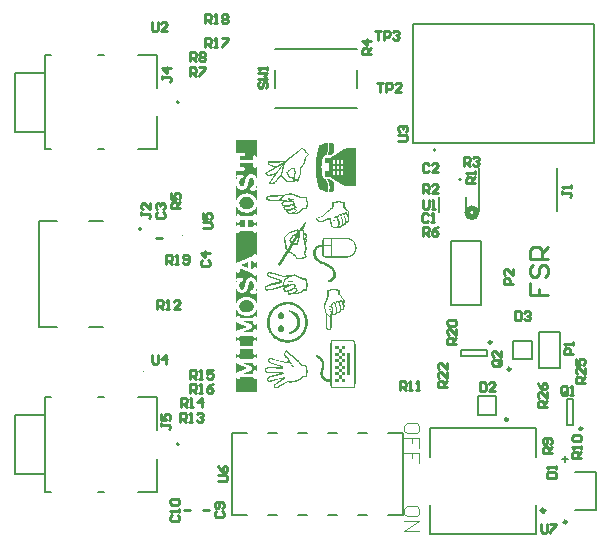
<source format=gto>
G04*
G04 #@! TF.GenerationSoftware,Altium Limited,Altium Designer,20.1.14 (287)*
G04*
G04 Layer_Color=65535*
%FSLAX44Y44*%
%MOMM*%
G71*
G04*
G04 #@! TF.SameCoordinates,D1A4AC06-9C69-4D29-80E8-20607C734ED5*
G04*
G04*
G04 #@! TF.FilePolarity,Positive*
G04*
G01*
G75*
%ADD10C,0.2000*%
%ADD11C,0.2500*%
%ADD12C,0.3000*%
%ADD13C,0.1000*%
%ADD14C,0.5080*%
%ADD15C,0.1524*%
%ADD16C,0.1270*%
%ADD17C,0.2540*%
%ADD18C,0.0762*%
G36*
X456836Y407802D02*
X438736D01*
Y472055D01*
X439149D01*
X438736D01*
Y480211D01*
X438759Y479662D01*
X438828Y479135D01*
X438942Y478631D01*
X439080Y478150D01*
X439240Y477691D01*
X439424Y477256D01*
X439607Y476844D01*
X439813Y476477D01*
X440019Y476133D01*
X440202Y475836D01*
X440386Y475584D01*
X440546Y475354D01*
X440684Y475171D01*
X440798Y475057D01*
X440867Y474965D01*
X440890Y474942D01*
X441417Y474438D01*
X441967Y473980D01*
X442517Y473613D01*
X443112Y473270D01*
X443685Y472995D01*
X444258Y472766D01*
X444808Y472559D01*
X445358Y472422D01*
X445862Y472307D01*
D01*
X446320Y472216D01*
X446732Y472147D01*
X447099Y472101D01*
X447397Y472078D01*
X447626Y472055D01*
X447763D01*
X447786D01*
X447809D01*
X448588Y472078D01*
X449321Y472170D01*
X450008Y472330D01*
X450091Y472353D01*
X450673Y472514D01*
X451291Y472720D01*
X451864Y472972D01*
X452368Y473224D01*
X452849Y473499D01*
X453262Y473774D01*
X453651Y474026D01*
X453949Y474278D01*
X454224Y474484D01*
X454430Y474667D01*
X454590Y474827D01*
X454682Y474919D01*
X454705Y474942D01*
X455072Y475377D01*
X455415Y475836D01*
X455690Y476294D01*
X455942Y476752D01*
X456148Y477210D01*
X456309Y477645D01*
X456446Y478058D01*
X456561Y478447D01*
X456652Y478814D01*
X456721Y479158D01*
X456767Y479455D01*
X456813Y479707D01*
Y479937D01*
X456836Y480074D01*
Y480211D01*
X456813Y480807D01*
X456721Y481380D01*
X456607Y481930D01*
X456423Y482457D01*
X456240Y482961D01*
X456034Y483442D01*
X455782Y483877D01*
X455553Y484267D01*
X455324Y484633D01*
X455072Y484954D01*
X454865Y485252D01*
X454659Y485481D01*
X454499Y485664D01*
X454384Y485802D01*
X454293Y485893D01*
X454270Y485916D01*
X453766Y486352D01*
X453239Y486741D01*
X452712Y487062D01*
X452162Y487337D01*
X451612Y487589D01*
X451085Y487795D01*
X450558Y487955D01*
X450077Y488093D01*
X449596Y488185D01*
X449161Y488253D01*
X448794Y488322D01*
X448450Y488345D01*
X448176Y488368D01*
X447969Y488391D01*
X447809D01*
X447099Y488368D01*
X446411Y488276D01*
X445770Y488162D01*
X445151Y488001D01*
X444579Y487818D01*
X444052Y487612D01*
X443548Y487383D01*
X443112Y487154D01*
X442700Y486924D01*
X442356Y486695D01*
X442035Y486489D01*
X441783Y486306D01*
X441600Y486145D01*
X441440Y486031D01*
X441348Y485939D01*
X441325Y485916D01*
X440867Y485435D01*
X440477Y484954D01*
X440134Y484473D01*
X439836Y483992D01*
X439584Y483488D01*
X439378Y483030D01*
X439194Y482571D01*
X439057Y482136D01*
X438942Y481724D01*
X438874Y481357D01*
X438805Y481036D01*
X438782Y480761D01*
X438759Y480532D01*
X438736Y480349D01*
Y488391D01*
D01*
Y490773D01*
X452154D01*
X438736D01*
Y497647D01*
X438759Y497143D01*
X438805Y496661D01*
X438874Y496203D01*
X438988Y495768D01*
X439103Y495378D01*
X439240Y495012D01*
X439378Y494668D01*
X439515Y494347D01*
X439676Y494073D01*
X439813Y493821D01*
X439950Y493614D01*
X440065Y493454D01*
X440180Y493316D01*
X440248Y493225D01*
X440294Y493156D01*
X440317Y493133D01*
X440615Y492835D01*
X440936Y492561D01*
X441233Y492331D01*
X441554Y492125D01*
X441875Y491965D01*
X442173Y491827D01*
X442471Y491713D01*
X442746Y491621D01*
X442998Y491530D01*
X443250Y491484D01*
X443456Y491438D01*
X443639Y491415D01*
X443777D01*
X443891Y491392D01*
X443960D01*
X443983D01*
X444464Y491415D01*
X444922Y491507D01*
X445358Y491621D01*
X445724Y491759D01*
X446022Y491873D01*
X446251Y491988D01*
X446343Y492034D01*
X446411Y492079D01*
X446434Y492102D01*
X446457D01*
X446847Y492400D01*
X447213Y492698D01*
X447511Y493019D01*
X447763Y493339D01*
X447969Y493614D01*
X448107Y493821D01*
X448153Y493912D01*
X448198Y493981D01*
X448221Y494004D01*
Y494027D01*
X448336Y494279D01*
X448450Y494531D01*
X448657Y495104D01*
X448817Y495699D01*
X448977Y496272D01*
X449046Y496547D01*
X449115Y496799D01*
X449161Y497028D01*
X449207Y497234D01*
X449229Y497395D01*
X449252Y497509D01*
X449275Y497601D01*
Y497624D01*
X449344Y497967D01*
X449413Y498288D01*
X449459Y498586D01*
X449527Y498861D01*
X449573Y499090D01*
X449619Y499296D01*
X449665Y499479D01*
X449688Y499640D01*
X449733Y499777D01*
X449756Y499892D01*
X449802Y500052D01*
X449848Y500144D01*
Y500167D01*
X449963Y500465D01*
X450100Y500717D01*
X450238Y500923D01*
X450375Y501106D01*
X450490Y501244D01*
X450558Y501335D01*
X450627Y501381D01*
X450650Y501404D01*
X450833Y501541D01*
X451016Y501633D01*
X451177Y501702D01*
X451337Y501748D01*
X451475Y501771D01*
X451566Y501794D01*
X451635D01*
X451658D01*
X451956Y501771D01*
X452231Y501679D01*
X452460Y501541D01*
X452643Y501404D01*
X452803Y501244D01*
X452941Y501129D01*
X453010Y501037D01*
X453033Y500992D01*
X453330Y500488D01*
X453559Y499961D01*
X453697Y499434D01*
X453811Y498907D01*
X453880Y498471D01*
X453903Y498265D01*
Y498105D01*
X453926Y497967D01*
Y497784D01*
X453903Y497326D01*
X453857Y496891D01*
X453789Y496501D01*
X453697Y496157D01*
X453628Y495860D01*
X453559Y495653D01*
X453514Y495516D01*
X453491Y495493D01*
Y495470D01*
X453330Y495104D01*
X453147Y494806D01*
X453010Y494554D01*
X452872Y494370D01*
X452758Y494210D01*
X452666Y494118D01*
X452620Y494050D01*
X452597Y494027D01*
X452506Y493958D01*
X452368Y493889D01*
X452093Y493752D01*
X451956Y493706D01*
X451841Y493660D01*
X451772Y493637D01*
X451750D01*
X451521Y493568D01*
X451337Y493477D01*
X451177Y493385D01*
X451039Y493294D01*
X450948Y493225D01*
X450879Y493156D01*
X450856Y493110D01*
X450833Y493087D01*
X450742Y492950D01*
X450673Y492812D01*
X450581Y492537D01*
Y492423D01*
X450558Y492331D01*
Y492240D01*
X450581Y492011D01*
X450627Y491782D01*
X450696Y491598D01*
X450787Y491461D01*
X450879Y491323D01*
X450948Y491232D01*
X450993Y491186D01*
X451016Y491163D01*
X451223Y491025D01*
X451452Y490934D01*
X451681Y490865D01*
X451933Y490819D01*
X452162Y490796D01*
X452345Y490773D01*
X454476D01*
X454842Y490796D01*
X455140Y490842D01*
X455392Y490888D01*
X455599Y490980D01*
X455759Y491048D01*
X455873Y491094D01*
X455942Y491140D01*
X455965Y491163D01*
X456103Y491323D01*
X456217Y491507D01*
X456286Y491690D01*
X456355Y491850D01*
X456377Y492011D01*
X456400Y492125D01*
Y492240D01*
X456377Y492469D01*
X456332Y492652D01*
X456309Y492767D01*
X456286Y492812D01*
X456217Y492904D01*
X456125Y493019D01*
X455919Y493225D01*
X455828Y493316D01*
X455736Y493385D01*
X455690Y493431D01*
X455667Y493454D01*
X455873Y493866D01*
X456057Y494256D01*
X456194Y494622D01*
X456332Y494966D01*
X456423Y495264D01*
X456492Y495470D01*
X456515Y495562D01*
Y495630D01*
X456538Y495653D01*
Y495676D01*
X456630Y496112D01*
X456698Y496524D01*
X456767Y496913D01*
X456790Y497280D01*
X456813Y497578D01*
X456836Y497807D01*
Y498013D01*
X456813Y498586D01*
X456767Y499136D01*
X456675Y499663D01*
X456561Y500144D01*
X456446Y500602D01*
X456309Y501015D01*
X456148Y501404D01*
X455988Y501771D01*
X455828Y502091D01*
X455667Y502366D01*
X455530Y502595D01*
X455415Y502802D01*
X455301Y502962D01*
X455209Y503077D01*
X455163Y503145D01*
X455140Y503168D01*
X454888Y503443D01*
X454613Y503672D01*
X454338Y503878D01*
X454064Y504062D01*
X453766Y504199D01*
X453491Y504337D01*
X452918Y504520D01*
X452666Y504566D01*
X452437Y504612D01*
X452231Y504657D01*
X452047Y504680D01*
X451887Y504703D01*
X456836D01*
X438736D01*
Y559460D01*
X439769D01*
X438736D01*
Y567616D01*
X438759Y567066D01*
X438828Y566539D01*
X438942Y566035D01*
X439080Y565554D01*
X439240Y565096D01*
X439424Y564661D01*
X439607Y564248D01*
X439813Y563882D01*
X440019Y563538D01*
X440202Y563240D01*
X440386Y562988D01*
X440546Y562759D01*
X440684Y562576D01*
X440798Y562461D01*
X440867Y562370D01*
X440890Y562347D01*
X441417Y561843D01*
X441967Y561385D01*
X442517Y561018D01*
X443112Y560674D01*
X443685Y560399D01*
X444258Y560170D01*
X444808Y559964D01*
X445358Y559827D01*
X445862Y559712D01*
X446320Y559620D01*
X446732Y559552D01*
X447099Y559506D01*
X447397Y559483D01*
X447626Y559460D01*
X456836D01*
Y566860D01*
Y559460D01*
X447809D01*
X448588Y559483D01*
X449321Y559575D01*
X450008Y559735D01*
X450673Y559918D01*
X451291Y560124D01*
X451864Y560376D01*
X452368Y560628D01*
X452849Y560903D01*
X453262Y561178D01*
X453651Y561430D01*
X453949Y561682D01*
X454224Y561889D01*
X454430Y562072D01*
X454590Y562232D01*
X454682Y562324D01*
X454705Y562347D01*
X455072Y562782D01*
X455415Y563240D01*
X455690Y563699D01*
X455942Y564157D01*
X456148Y564615D01*
X456309Y565050D01*
X456446Y565463D01*
X456561Y565852D01*
X456652Y566219D01*
X456721Y566562D01*
X456767Y566860D01*
X456813Y567112D01*
Y567341D01*
X456836Y567479D01*
Y567616D01*
X456813Y568212D01*
X456721Y568785D01*
X456607Y569334D01*
X456423Y569861D01*
X456240Y570365D01*
X456034Y570847D01*
X455782Y571282D01*
X455553Y571671D01*
X455324Y572038D01*
X455072Y572359D01*
X454865Y572657D01*
X454659Y572886D01*
X454499Y573069D01*
X454384Y573206D01*
X454293Y573298D01*
X454270Y573321D01*
X453766Y573756D01*
X453239Y574146D01*
X452712Y574467D01*
X452162Y574742D01*
X451612Y574994D01*
X451085Y575200D01*
X450558Y575360D01*
X450077Y575498D01*
X449596Y575589D01*
X449161Y575658D01*
X448794Y575727D01*
X448450Y575750D01*
X448176Y575773D01*
X447969Y575795D01*
X456836D01*
X447809D01*
X447099Y575773D01*
X446411Y575681D01*
X445770Y575566D01*
X445151Y575406D01*
X444579Y575223D01*
X444052Y575016D01*
X443548Y574787D01*
X443112Y574558D01*
X442700Y574329D01*
X442356Y574100D01*
X442035Y573894D01*
X441783Y573711D01*
X441600Y573550D01*
X441440Y573436D01*
X441348Y573344D01*
X441325Y573321D01*
X440867Y572840D01*
X440477Y572359D01*
X440134Y571878D01*
X439836Y571396D01*
X439584Y570892D01*
X439378Y570434D01*
X439194Y569976D01*
X439057Y569541D01*
X438942Y569128D01*
X438874Y568762D01*
X438805Y568441D01*
X438782Y568166D01*
X438759Y567937D01*
X438736Y567754D01*
Y575795D01*
D01*
Y578178D01*
X450526D01*
X438736D01*
Y585051D01*
X438759Y584547D01*
X438805Y584066D01*
X438874Y583608D01*
X438988Y583173D01*
X439103Y582783D01*
X439240Y582417D01*
X439378Y582073D01*
X439515Y581752D01*
X439676Y581477D01*
X439813Y581225D01*
X439950Y581019D01*
X440065Y580859D01*
X440180Y580721D01*
X440248Y580630D01*
X440294Y580561D01*
X440317Y580538D01*
X440615Y580240D01*
X440936Y579965D01*
X441233Y579736D01*
X441554Y579530D01*
X441875Y579370D01*
X442173Y579232D01*
X442471Y579118D01*
X442746Y579026D01*
X442998Y578934D01*
X443250Y578888D01*
X443456Y578843D01*
X443639Y578820D01*
X443777D01*
X443891Y578797D01*
X443960D01*
X443983D01*
X444464Y578820D01*
X444922Y578911D01*
X445358Y579026D01*
X445724Y579163D01*
X446022Y579278D01*
X446251Y579392D01*
X446343Y579438D01*
X446411Y579484D01*
X446434Y579507D01*
X446457D01*
X446847Y579805D01*
X447213Y580103D01*
X447511Y580423D01*
X447763Y580744D01*
X447969Y581019D01*
X448107Y581225D01*
X448153Y581317D01*
X448198Y581386D01*
X448221Y581409D01*
Y581432D01*
X448336Y581684D01*
X448450Y581936D01*
X448657Y582508D01*
X448817Y583104D01*
X448977Y583677D01*
X449046Y583952D01*
X449115Y584204D01*
X449161Y584433D01*
X449207Y584639D01*
X449229Y584799D01*
X449252Y584914D01*
X449275Y585005D01*
Y585028D01*
X449344Y585372D01*
X449413Y585693D01*
X449459Y585991D01*
X449527Y586266D01*
X449573Y586495D01*
X449619Y586701D01*
X449665Y586884D01*
X449688Y587045D01*
X449733Y587182D01*
X449756Y587297D01*
X449802Y587457D01*
X449848Y587549D01*
Y587571D01*
X449963Y587869D01*
X450100Y588121D01*
X450238Y588328D01*
X450375Y588511D01*
X450490Y588648D01*
X450558Y588740D01*
X450627Y588786D01*
X450650Y588809D01*
X450833Y588946D01*
X451016Y589038D01*
X451177Y589107D01*
X451337Y589152D01*
X451475Y589175D01*
X451566Y589198D01*
X451635D01*
X451658D01*
X451956Y589175D01*
X452231Y589084D01*
X452460Y588946D01*
X452643Y588809D01*
X452803Y588648D01*
X452941Y588534D01*
X453010Y588442D01*
X453033Y588396D01*
X453330Y587892D01*
X453559Y587365D01*
X453697Y586838D01*
X453811Y586311D01*
X453880Y585876D01*
X453903Y585670D01*
Y585510D01*
X453926Y585372D01*
Y585189D01*
X453903Y584731D01*
X453857Y584295D01*
X453789Y583906D01*
X453697Y583562D01*
X453628Y583264D01*
X453559Y583058D01*
X453514Y582921D01*
X453491Y582898D01*
Y582875D01*
X453330Y582508D01*
X453147Y582210D01*
X453010Y581958D01*
X452872Y581775D01*
X452758Y581615D01*
X452666Y581523D01*
X452620Y581454D01*
X452597Y581432D01*
X452506Y581363D01*
X452368Y581294D01*
X452093Y581157D01*
X451956Y581111D01*
X451841Y581065D01*
X451772Y581042D01*
X451750D01*
X451521Y580973D01*
X451337Y580882D01*
X451177Y580790D01*
X451039Y580698D01*
X450948Y580630D01*
X450879Y580561D01*
X450856Y580515D01*
X450833Y580492D01*
X450742Y580355D01*
X450673Y580217D01*
X450581Y579942D01*
Y579828D01*
X450558Y579736D01*
Y579644D01*
X450581Y579415D01*
X450627Y579186D01*
X450696Y579003D01*
X450787Y578865D01*
X450879Y578728D01*
X450948Y578636D01*
X450993Y578591D01*
X451016Y578568D01*
X451223Y578430D01*
X451452Y578339D01*
X451681Y578270D01*
X451933Y578224D01*
X452162Y578201D01*
X452345Y578178D01*
X454476D01*
X454842Y578201D01*
X455140Y578247D01*
X455392Y578293D01*
X455599Y578384D01*
X455759Y578453D01*
X455873Y578499D01*
X455942Y578545D01*
X455965Y578568D01*
X456103Y578728D01*
X456217Y578911D01*
X456286Y579095D01*
X456355Y579255D01*
X456377Y579415D01*
X456400Y579530D01*
Y579644D01*
X456377Y579874D01*
X456332Y580057D01*
X456309Y580171D01*
X456286Y580217D01*
X456217Y580309D01*
X456125Y580423D01*
X455919Y580630D01*
X455828Y580721D01*
X455736Y580790D01*
X455690Y580836D01*
X455667Y580859D01*
X455873Y581271D01*
X456057Y581661D01*
X456194Y582027D01*
X456332Y582371D01*
X456423Y582669D01*
X456492Y582875D01*
X456515Y582966D01*
Y583035D01*
X456538Y583058D01*
Y583081D01*
X456630Y583516D01*
X456698Y583929D01*
X456767Y584318D01*
X456790Y584685D01*
X456813Y584983D01*
X456836Y585212D01*
Y579278D01*
Y585418D01*
X456813Y585991D01*
X456767Y586541D01*
X456675Y587067D01*
X456561Y587549D01*
X456446Y588007D01*
X456309Y588419D01*
X456148Y588809D01*
X455988Y589175D01*
X455828Y589496D01*
X455667Y589771D01*
X455530Y590000D01*
X455415Y590206D01*
X455301Y590367D01*
X455209Y590481D01*
X455163Y590550D01*
X455140Y590573D01*
X454888Y590848D01*
X454613Y591077D01*
X454338Y591283D01*
X454064Y591466D01*
X453766Y591604D01*
X453491Y591741D01*
X452918Y591925D01*
X452666Y591970D01*
X452437Y592016D01*
X452231Y592062D01*
X452047Y592085D01*
X451887Y592108D01*
X456836D01*
X451681D01*
D01*
D01*
D01*
X448740D01*
X451681D01*
X451131Y592085D01*
X450627Y591993D01*
X450169Y591856D01*
X449779Y591718D01*
X449459Y591558D01*
X449229Y591443D01*
X449138Y591375D01*
X449069Y591352D01*
X449046Y591306D01*
X449023D01*
X448634Y590985D01*
X448290Y590664D01*
X447992Y590321D01*
X447763Y590000D01*
X447603Y589725D01*
X447465Y589496D01*
X447419Y589404D01*
X447397Y589336D01*
X447374Y589313D01*
Y589290D01*
X447282Y589061D01*
X447190Y588809D01*
X447007Y588259D01*
X446847Y587686D01*
X446686Y587136D01*
X446641Y586884D01*
X446572Y586632D01*
X446526Y586426D01*
X446480Y586243D01*
X446457Y586082D01*
X446434Y585968D01*
X446411Y585899D01*
Y585876D01*
X446320Y585487D01*
X446251Y585120D01*
X446182Y584799D01*
X446114Y584524D01*
X446045Y584272D01*
X445999Y584043D01*
X445953Y583860D01*
X445907Y583700D01*
X445862Y583562D01*
X445839Y583448D01*
X445793Y583287D01*
X445747Y583196D01*
Y583173D01*
X445632Y582921D01*
X445518Y582691D01*
X445380Y582508D01*
X445243Y582348D01*
X445151Y582233D01*
X445060Y582142D01*
X444991Y582096D01*
X444968Y582073D01*
X444785Y581958D01*
X444579Y581867D01*
X444418Y581798D01*
X444258Y581752D01*
X444120Y581729D01*
X444006Y581706D01*
X443937D01*
X443914D01*
X443616Y581752D01*
X443341Y581844D01*
X443066Y581981D01*
X442837Y582165D01*
X442654Y582325D01*
X442517Y582462D01*
X442402Y582554D01*
X442379Y582600D01*
X442127Y582966D01*
X441944Y583379D01*
X441829Y583791D01*
X441738Y584204D01*
X441692Y584547D01*
X441669Y584708D01*
X441646Y584845D01*
Y585097D01*
X441669Y585487D01*
X441715Y585853D01*
X441760Y586174D01*
X441829Y586449D01*
X441921Y586678D01*
X441967Y586861D01*
X442012Y586953D01*
X442035Y586999D01*
X442173Y587297D01*
X442333Y587549D01*
X442471Y587755D01*
X442608Y587938D01*
X442746Y588053D01*
X442837Y588167D01*
X442906Y588213D01*
X442929Y588236D01*
X443066Y588328D01*
X443227Y588396D01*
X443570Y588511D01*
X443731Y588557D01*
X443868Y588602D01*
X443960Y588625D01*
X443983D01*
X444235Y588694D01*
X444418Y588763D01*
X444601Y588832D01*
X444716Y588923D01*
X444808Y588992D01*
X444876Y589038D01*
X444899Y589061D01*
X444922Y589084D01*
X445037Y589244D01*
X445105Y589404D01*
X445197Y589702D01*
X445220Y589840D01*
X445243Y589931D01*
Y590023D01*
X445220Y590252D01*
X445174Y590458D01*
X445105Y590642D01*
X445014Y590802D01*
X444945Y590916D01*
X444876Y591008D01*
X444831Y591054D01*
X444808Y591077D01*
X444601Y591214D01*
X444372Y591306D01*
X444120Y591398D01*
X443868Y591443D01*
X443662Y591466D01*
X443456Y591489D01*
X443341D01*
X443296D01*
X441119D01*
X440752Y591466D01*
X440454Y591421D01*
X440202Y591352D01*
X439996Y591283D01*
X439836Y591214D01*
X439721Y591146D01*
X439653Y591100D01*
X439630Y591077D01*
X439469Y590916D01*
X439355Y590733D01*
X439286Y590573D01*
X439217Y590390D01*
X439194Y590252D01*
X439171Y590138D01*
Y590023D01*
X439194Y589817D01*
X439263Y589611D01*
X439355Y589404D01*
X439446Y589244D01*
X439561Y589084D01*
X439653Y588969D01*
X439721Y588900D01*
X439744Y588877D01*
X439561Y588580D01*
X439424Y588282D01*
X439286Y587984D01*
X439171Y587709D01*
X439103Y587480D01*
X439034Y587297D01*
X438988Y587182D01*
Y587136D01*
X438897Y586770D01*
X438851Y586403D01*
X438805Y586059D01*
X438759Y585739D01*
Y585464D01*
X438736Y585235D01*
Y592108D01*
D01*
Y620620D01*
X456836D01*
Y407802D01*
D02*
G37*
G36*
X448290Y572863D02*
X448771Y572817D01*
X449207Y572725D01*
X449619Y572634D01*
X450008Y572519D01*
X450375Y572382D01*
X450696Y572221D01*
X450993Y572084D01*
X451268Y571923D01*
X451521Y571763D01*
X451727Y571626D01*
X451887Y571511D01*
X452024Y571419D01*
X452116Y571328D01*
X452185Y571282D01*
X452208Y571259D01*
X452506Y570961D01*
X452781Y570640D01*
X453010Y570320D01*
X453193Y570022D01*
X453376Y569701D01*
X453514Y569403D01*
X453628Y569105D01*
X453720Y568830D01*
X453789Y568578D01*
X453834Y568349D01*
X453880Y568143D01*
X453903Y567960D01*
Y567822D01*
X453926Y567708D01*
Y567616D01*
X453903Y567250D01*
X453857Y566883D01*
X453766Y566516D01*
X453651Y566196D01*
X453376Y565577D01*
X453216Y565279D01*
X453055Y565027D01*
X452895Y564798D01*
X452735Y564592D01*
X452597Y564409D01*
X452460Y564248D01*
X452345Y564134D01*
X452254Y564042D01*
X452208Y563996D01*
X452185Y563973D01*
X451841Y563699D01*
X451497Y563447D01*
X451131Y563240D01*
X450764Y563057D01*
X450398Y562897D01*
X450031Y562759D01*
X449688Y562645D01*
X449344Y562576D01*
X449023Y562507D01*
X448725Y562461D01*
X448473Y562416D01*
X448244Y562393D01*
X448061Y562370D01*
X447924D01*
X447832D01*
X447809D01*
X447328Y562393D01*
X446847Y562438D01*
X446411Y562507D01*
X445999Y562622D01*
X445610Y562736D01*
X445243Y562874D01*
X444922Y563034D01*
X444601Y563172D01*
X444349Y563332D01*
X444097Y563469D01*
X443891Y563607D01*
X443731Y563721D01*
X443593Y563836D01*
X443479Y563905D01*
X443433Y563951D01*
X443410Y563973D01*
X443089Y564271D01*
X442837Y564592D01*
X442585Y564913D01*
X442379Y565211D01*
X442219Y565531D01*
X442081Y565829D01*
X441967Y566127D01*
X441875Y566402D01*
X441783Y566654D01*
X441738Y566883D01*
X441692Y567089D01*
X441669Y567273D01*
X441646Y567410D01*
Y567616D01*
X441669Y567983D01*
X441715Y568349D01*
X441806Y568716D01*
X441921Y569037D01*
X442196Y569655D01*
X442356Y569953D01*
X442517Y570205D01*
X442700Y570434D01*
X442860Y570640D01*
X442998Y570824D01*
X443135Y570984D01*
X443250Y571099D01*
X443341Y571190D01*
X443387Y571236D01*
X443410Y571259D01*
X443754Y571557D01*
X444097Y571786D01*
X444464Y572015D01*
X444831Y572198D01*
X445197Y572359D01*
X445564Y572496D01*
X445930Y572588D01*
X446251Y572679D01*
X446572Y572748D01*
X446870Y572794D01*
X447145Y572840D01*
X447374Y572863D01*
X447557Y572886D01*
X447694D01*
X447786D01*
X447809D01*
X448290Y572863D01*
D02*
G37*
G36*
X451131Y504680D02*
X450627Y504589D01*
X450169Y504451D01*
X449779Y504314D01*
X449459Y504153D01*
X449229Y504039D01*
X449138Y503970D01*
X449069Y503947D01*
X449046Y503901D01*
X449023D01*
X448634Y503581D01*
X448290Y503260D01*
X447992Y502916D01*
X447763Y502595D01*
X447603Y502321D01*
X447465Y502091D01*
X447419Y502000D01*
X447397Y501931D01*
X447374Y501908D01*
Y501885D01*
X447282Y501656D01*
X447190Y501404D01*
X447007Y500854D01*
X446847Y500281D01*
X446686Y499731D01*
X446641Y499479D01*
X446572Y499227D01*
X446526Y499021D01*
X446480Y498838D01*
X446457Y498678D01*
X446434Y498563D01*
X446411Y498494D01*
Y498471D01*
X446320Y498082D01*
X446251Y497715D01*
X446182Y497395D01*
X446114Y497120D01*
X446045Y496868D01*
X445999Y496639D01*
X445953Y496455D01*
X445907Y496295D01*
X445862Y496157D01*
X445839Y496043D01*
X445793Y495882D01*
X445747Y495791D01*
Y495768D01*
X445632Y495516D01*
X445518Y495287D01*
X445380Y495104D01*
X445243Y494943D01*
X445151Y494829D01*
X445060Y494737D01*
X444991Y494691D01*
X444968Y494668D01*
X444785Y494554D01*
X444579Y494462D01*
X444418Y494393D01*
X444258Y494347D01*
X444120Y494325D01*
X444006Y494302D01*
X443937D01*
X443914D01*
X443616Y494347D01*
X443341Y494439D01*
X443066Y494577D01*
X442837Y494760D01*
X442654Y494920D01*
X442517Y495058D01*
X442402Y495149D01*
X442379Y495195D01*
X442127Y495562D01*
X441944Y495974D01*
X441829Y496387D01*
X441738Y496799D01*
X441692Y497143D01*
X441669Y497303D01*
X441646Y497440D01*
Y497692D01*
X441669Y498082D01*
X441715Y498448D01*
X441760Y498769D01*
X441829Y499044D01*
X441921Y499273D01*
X441967Y499457D01*
X442012Y499548D01*
X442035Y499594D01*
X442173Y499892D01*
X442333Y500144D01*
X442471Y500350D01*
X442608Y500533D01*
X442746Y500648D01*
X442837Y500762D01*
X442906Y500808D01*
X442929Y500831D01*
X443066Y500923D01*
X443227Y500992D01*
X443570Y501106D01*
X443731Y501152D01*
X443868Y501198D01*
X443960Y501221D01*
X443983D01*
X444235Y501289D01*
X444418Y501358D01*
X444601Y501427D01*
X444716Y501519D01*
X444808Y501587D01*
X444876Y501633D01*
X444899Y501656D01*
X444922Y501679D01*
X445037Y501839D01*
X445105Y502000D01*
X445197Y502298D01*
X445220Y502435D01*
X445243Y502527D01*
Y502618D01*
X445220Y502847D01*
X445174Y503054D01*
X445105Y503237D01*
X445014Y503397D01*
X444945Y503512D01*
X444876Y503604D01*
X444831Y503649D01*
X444808Y503672D01*
X444601Y503810D01*
X444372Y503901D01*
X444120Y503993D01*
X443868Y504039D01*
X443662Y504062D01*
X443456Y504085D01*
X443341D01*
X443296D01*
X441119D01*
X440752Y504062D01*
X440454Y504016D01*
X440202Y503947D01*
X439996Y503878D01*
X439836Y503810D01*
X439721Y503741D01*
X439653Y503695D01*
X439630Y503672D01*
X439469Y503512D01*
X439355Y503329D01*
X439286Y503168D01*
X439217Y502985D01*
X439194Y502847D01*
X439171Y502733D01*
Y502618D01*
X439194Y502412D01*
X439263Y502206D01*
X439355Y502000D01*
X439446Y501839D01*
X439561Y501679D01*
X439653Y501564D01*
X439721Y501496D01*
X439744Y501473D01*
X439561Y501175D01*
X439424Y500877D01*
X439286Y500579D01*
X439171Y500304D01*
X439103Y500075D01*
X439034Y499892D01*
X438988Y499777D01*
Y499731D01*
X438897Y499365D01*
X438851Y498998D01*
X438805Y498655D01*
X438759Y498334D01*
Y498059D01*
X438736Y497830D01*
Y504703D01*
X451681D01*
X451131Y504680D01*
D02*
G37*
G36*
X448290Y485458D02*
X448771Y485412D01*
X449207Y485321D01*
X449619Y485229D01*
X450008Y485114D01*
X450375Y484977D01*
X450696Y484817D01*
X450993Y484679D01*
X451268Y484519D01*
X451521Y484358D01*
X451727Y484221D01*
X451887Y484106D01*
X452024Y484015D01*
X452116Y483923D01*
X452185Y483877D01*
X452208Y483854D01*
X452506Y483557D01*
X452781Y483236D01*
X453010Y482915D01*
X453193Y482617D01*
X453376Y482296D01*
X453514Y481999D01*
X453628Y481701D01*
X453720Y481426D01*
X453789Y481174D01*
X453834Y480945D01*
X453880Y480738D01*
X453903Y480555D01*
Y480418D01*
X453926Y480303D01*
Y480211D01*
X453903Y479845D01*
X453857Y479478D01*
X453766Y479112D01*
X453651Y478791D01*
X453376Y478172D01*
X453216Y477875D01*
X453055Y477623D01*
X452895Y477393D01*
X452735Y477187D01*
X452597Y477004D01*
X452460Y476844D01*
X452345Y476729D01*
X452254Y476637D01*
X452208Y476592D01*
X452185Y476569D01*
X451841Y476294D01*
X451497Y476042D01*
X451131Y475836D01*
X450764Y475652D01*
X450398Y475492D01*
X450031Y475354D01*
X449688Y475240D01*
X449344Y475171D01*
X449023Y475102D01*
X448725Y475057D01*
X448473Y475011D01*
X448244Y474988D01*
X448061Y474965D01*
X447924D01*
X447832D01*
X447809D01*
X447328Y474988D01*
X446847Y475034D01*
X446411Y475102D01*
X445999Y475217D01*
X445610Y475331D01*
X445243Y475469D01*
X444922Y475629D01*
X444601Y475767D01*
X444349Y475927D01*
X444097Y476065D01*
X443891Y476202D01*
X443731Y476317D01*
X443593Y476431D01*
X443479Y476500D01*
X443433Y476546D01*
X443410Y476569D01*
X443089Y476867D01*
X442837Y477187D01*
X442585Y477508D01*
X442379Y477806D01*
X442219Y478127D01*
X442081Y478424D01*
X441967Y478722D01*
X441875Y478997D01*
X441783Y479249D01*
X441738Y479478D01*
X441692Y479685D01*
X441669Y479868D01*
X441646Y480005D01*
Y480211D01*
X441669Y480578D01*
X441715Y480945D01*
X441806Y481311D01*
X441921Y481632D01*
X442196Y482251D01*
X442356Y482548D01*
X442517Y482800D01*
X442700Y483030D01*
X442860Y483236D01*
X442998Y483419D01*
X443135Y483579D01*
X443250Y483694D01*
X443341Y483786D01*
X443387Y483831D01*
X443410Y483854D01*
X443754Y484152D01*
X444097Y484381D01*
X444464Y484610D01*
X444831Y484794D01*
X445197Y484954D01*
X445564Y485092D01*
X445930Y485183D01*
X446251Y485275D01*
X446572Y485344D01*
X446870Y485389D01*
X447145Y485435D01*
X447374Y485458D01*
X447557Y485481D01*
X447694D01*
X447786D01*
X447809D01*
X448290Y485458D01*
D02*
G37*
G36*
X519061Y618738D02*
X519484Y618668D01*
X519977Y618562D01*
X520436Y618386D01*
X520859Y618174D01*
X521211Y617857D01*
X521247Y617822D01*
X521317Y617681D01*
X521458Y617469D01*
X521564Y617117D01*
X521705Y616694D01*
X521846Y616129D01*
X521917Y615424D01*
X521952Y614613D01*
Y614296D01*
X521917Y614049D01*
Y613767D01*
X521881Y613450D01*
X521811Y612710D01*
X521670Y611899D01*
X521458Y611088D01*
X521176Y610277D01*
X521000Y609925D01*
X520788Y609607D01*
X520718Y609537D01*
X520577Y609361D01*
X520295Y609114D01*
X519907Y608832D01*
X519378Y608514D01*
X518779Y608268D01*
X518003Y608091D01*
X517615Y608056D01*
X517157Y608021D01*
X516170D01*
Y608056D01*
X516240Y608162D01*
X516311Y608338D01*
X516417Y608585D01*
X516558Y608867D01*
X516699Y609220D01*
X516840Y609607D01*
X516981Y610066D01*
X517157Y610559D01*
X517298Y611088D01*
X517580Y612251D01*
X517756Y613521D01*
X517792Y614190D01*
X517827Y614860D01*
Y615213D01*
X517792Y615601D01*
X517756Y616129D01*
X517686Y616729D01*
X517615Y617399D01*
X517474Y618069D01*
X517298Y618774D01*
X518356D01*
X518391D01*
X518461D01*
X518567D01*
X518708D01*
X519061Y618738D01*
D02*
G37*
G36*
X495172Y614296D02*
X495313Y614226D01*
X495560Y614085D01*
X495842Y613908D01*
X496194Y613662D01*
X496582Y613415D01*
X497005Y613062D01*
X497463Y612710D01*
X497922Y612322D01*
X498380Y611864D01*
X499262Y610912D01*
X499685Y610348D01*
X500037Y609784D01*
X500319Y609220D01*
X500566Y608585D01*
X498310Y606364D01*
Y606293D01*
X498274Y606117D01*
X498204Y605835D01*
X498133Y605447D01*
X498028Y604989D01*
X497887Y604460D01*
X497710Y603861D01*
X497499Y603191D01*
X497287Y602486D01*
X496970Y601745D01*
X496653Y600970D01*
X496300Y600194D01*
X495877Y599418D01*
X495383Y598643D01*
X494855Y597867D01*
X494291Y597127D01*
X493726Y592121D01*
X491012Y585669D01*
X490976Y585704D01*
X490871Y585740D01*
X490695Y585845D01*
X490483Y585986D01*
X490201Y586163D01*
X489919Y586339D01*
X489637Y586586D01*
X489284Y586868D01*
X488685Y587537D01*
X488368Y587925D01*
X488121Y588348D01*
X487909Y588771D01*
X487733Y589265D01*
X487627Y589794D01*
X487592Y590323D01*
Y590569D01*
X487627Y590746D01*
X487698Y591169D01*
X487839Y591698D01*
Y591733D01*
X487874Y591839D01*
X487909Y591980D01*
X487980Y592191D01*
X488086Y592438D01*
X488191Y592720D01*
X488473Y593319D01*
Y593355D01*
X488438Y593390D01*
X488403Y593601D01*
X488297Y593919D01*
X488191Y594306D01*
X488050Y594765D01*
X487945Y595223D01*
X487804Y595681D01*
X487698Y596140D01*
X487627D01*
X487451Y596175D01*
X487204Y596245D01*
X486887Y596281D01*
X486534Y596351D01*
X486182Y596387D01*
X485794Y596422D01*
X485477D01*
Y596387D01*
X485406Y596351D01*
X485336Y596245D01*
X485230Y596105D01*
X484983Y595752D01*
X484631Y595329D01*
X484207Y594835D01*
X483749Y594342D01*
X483291Y593813D01*
X482797Y593355D01*
X482833Y593284D01*
X482938Y593108D01*
X483079Y592826D01*
X483256Y592473D01*
X483502Y592015D01*
X483749Y591521D01*
X483996Y590957D01*
X484278Y590323D01*
X484313D01*
X484454Y590287D01*
X484701Y590252D01*
X484948Y590182D01*
X485300Y590076D01*
X485688Y589970D01*
X486076Y589794D01*
X486464Y589582D01*
X486887Y589300D01*
X487275Y588983D01*
X487663Y588595D01*
X487980Y588137D01*
X488262Y587608D01*
X488509Y587009D01*
X488650Y586339D01*
X488685Y585563D01*
X482092D01*
X477262Y590746D01*
X473702Y586480D01*
X473666Y586445D01*
X473596Y586339D01*
X473455Y586198D01*
X473278Y586021D01*
X473067Y585810D01*
X472820Y585563D01*
X472221Y585034D01*
X471551Y584470D01*
X470811Y584012D01*
X470423Y583836D01*
X470070Y583695D01*
X469682Y583589D01*
X469330Y583554D01*
X469259D01*
X469083Y583589D01*
X468801Y583624D01*
X468448Y583730D01*
X468025Y583871D01*
X467567Y584118D01*
X467038Y584435D01*
X466509Y584893D01*
X471868Y592191D01*
X470282Y591486D01*
X470247D01*
X470176Y591451D01*
X470070Y591416D01*
X469929Y591345D01*
X469541Y591204D01*
X469048Y591028D01*
X468448Y590852D01*
X467849Y590710D01*
X467215Y590605D01*
X466580Y590569D01*
X466545D01*
X466474D01*
X466368Y590605D01*
X466192D01*
X465804Y590710D01*
X465311Y590887D01*
X465029Y591028D01*
X464747Y591204D01*
X464465Y591416D01*
X464183Y591662D01*
X463900Y591944D01*
X463654Y592297D01*
X463372Y592685D01*
X463160Y593143D01*
X471939Y598079D01*
X470352Y598290D01*
X470317D01*
X470176Y598326D01*
X469929Y598361D01*
X469647Y598431D01*
X469330Y598502D01*
X468942Y598643D01*
X468554Y598784D01*
X468131Y598960D01*
X467708Y599207D01*
X467320Y599489D01*
X466932Y599806D01*
X466615Y600194D01*
X466333Y600617D01*
X466086Y601111D01*
X465945Y601640D01*
X465910Y602274D01*
Y602450D01*
X465945Y602697D01*
X465981Y603050D01*
X466051D01*
X466263Y603014D01*
X466580Y602979D01*
X467003D01*
X467532Y602944D01*
X468166Y602909D01*
X468871Y602873D01*
X469647D01*
X469718D01*
X469894D01*
X470176D01*
X470564D01*
X471057Y602909D01*
X471621D01*
X472291Y602944D01*
X473032Y602979D01*
X473843Y603014D01*
X474724Y603085D01*
X475676Y603156D01*
X476698Y603226D01*
X477721Y603297D01*
X478849Y603402D01*
X479977Y603543D01*
X481140Y603684D01*
X495137Y614332D01*
X495172Y614296D01*
D02*
G37*
G36*
X540143Y581615D02*
X534926D01*
X534890D01*
X534785D01*
X534608D01*
X534362Y581650D01*
X534044Y581685D01*
X533692Y581720D01*
X533269Y581791D01*
X532810Y581897D01*
X532317Y582002D01*
X531788Y582144D01*
X531224Y582355D01*
X530625Y582566D01*
X529990Y582813D01*
X529355Y583095D01*
X528721Y583448D01*
X528051Y583836D01*
X518744Y589618D01*
X514548D01*
Y594553D01*
X517545D01*
Y601217D01*
X514548D01*
Y606152D01*
X518744D01*
X528121Y612005D01*
X528157D01*
X528227Y612075D01*
X528333Y612146D01*
X528474Y612216D01*
X528826Y612428D01*
X529320Y612710D01*
X529849Y612992D01*
X530413Y613274D01*
X530977Y613521D01*
X531506Y613697D01*
X531576Y613732D01*
X531753Y613767D01*
X532035Y613838D01*
X532423Y613908D01*
X532916Y613979D01*
X533480Y614049D01*
X534185Y614120D01*
X534926D01*
X540143D01*
Y581615D01*
D02*
G37*
G36*
X517580Y587643D02*
X517827D01*
X518074Y587608D01*
X518638Y587502D01*
X519272Y587291D01*
X519907Y587009D01*
X520506Y586656D01*
X520788Y586409D01*
X521035Y586127D01*
X521070Y586057D01*
X521141Y585951D01*
X521211Y585845D01*
X521317Y585669D01*
X521423Y585457D01*
X521529Y585211D01*
X521634Y584929D01*
X521740Y584611D01*
X521846Y584224D01*
X521952Y583836D01*
X522057Y583377D01*
X522128Y582884D01*
X522198Y582355D01*
X522234Y581791D01*
Y580769D01*
X522198Y580345D01*
X522128Y579817D01*
X522022Y579253D01*
X521881Y578689D01*
X521705Y578195D01*
X521564Y577983D01*
X521423Y577807D01*
X521388Y577772D01*
X521247Y577666D01*
X521035Y577525D01*
X520718Y577384D01*
X520330Y577243D01*
X519801Y577102D01*
X519131Y576996D01*
X518356Y576961D01*
X517369D01*
Y576996D01*
X517404Y577067D01*
X517439Y577173D01*
X517474Y577349D01*
X517545Y577525D01*
X517615Y577772D01*
X517721Y578301D01*
X517862Y578935D01*
X518003Y579605D01*
X518074Y580310D01*
X518109Y581015D01*
Y581368D01*
X518074Y581615D01*
X518038Y581897D01*
X518003Y582285D01*
X517968Y582672D01*
X517897Y583131D01*
X517792Y583624D01*
X517686Y584153D01*
X517333Y585281D01*
X517157Y585845D01*
X516910Y586445D01*
X516628Y587079D01*
X516311Y587678D01*
X517157D01*
X517192D01*
X517263D01*
X517404D01*
X517580Y587643D01*
D02*
G37*
G36*
X516311Y618738D02*
X516346Y618703D01*
Y618597D01*
X516381Y618421D01*
X516452Y618033D01*
X516522Y617540D01*
X516628Y616940D01*
X516699Y616306D01*
X516734Y615601D01*
X516769Y614860D01*
Y614543D01*
X516734Y614296D01*
X516699Y614014D01*
X516664Y613662D01*
X516628Y613238D01*
X516558Y612780D01*
X516452Y612287D01*
X516346Y611758D01*
X516029Y610594D01*
X515853Y609995D01*
X515606Y609361D01*
X515359Y608691D01*
X515042Y608021D01*
X514548D01*
X514513D01*
X514407Y607985D01*
X514231Y607950D01*
X514019Y607880D01*
X513773Y607704D01*
X513490Y607492D01*
X513209Y607175D01*
X512891Y606787D01*
X512574Y606223D01*
X512433Y605941D01*
X512292Y605588D01*
X512151Y605200D01*
X512010Y604777D01*
X511869Y604319D01*
X511763Y603790D01*
X511622Y603261D01*
X511552Y602662D01*
X511446Y601992D01*
X511375Y601322D01*
X511305Y600582D01*
X511269Y599771D01*
X511234Y598925D01*
Y597338D01*
X511269Y597056D01*
Y596387D01*
X511340Y595611D01*
X511410Y594730D01*
X511516Y593813D01*
X511657Y592861D01*
X511833Y591874D01*
X512045Y590957D01*
X512327Y590076D01*
X512644Y589300D01*
X512821Y588948D01*
X512997Y588630D01*
X513209Y588348D01*
X513455Y588137D01*
X513702Y587925D01*
X513949Y587784D01*
X514231Y587714D01*
X514548Y587678D01*
X515006D01*
X515042Y587643D01*
X515077Y587537D01*
X515183Y587326D01*
X515324Y587079D01*
X515465Y586762D01*
X515641Y586409D01*
X515853Y585986D01*
X516029Y585528D01*
X516205Y585034D01*
X516417Y584506D01*
X516734Y583342D01*
X516875Y582743D01*
X516945Y582144D01*
X517016Y581509D01*
X517051Y580874D01*
Y580522D01*
X517016Y580134D01*
X516945Y579640D01*
X516875Y579041D01*
X516734Y578406D01*
X516558Y577701D01*
X516311Y576961D01*
X516276D01*
X516135Y576996D01*
X515958Y577032D01*
X515712Y577102D01*
X515359Y577173D01*
X515006Y577243D01*
X514583Y577349D01*
X514090Y577490D01*
X513596Y577631D01*
X513068Y577807D01*
X511904Y578230D01*
X510670Y578759D01*
X509436Y579394D01*
X509401Y579429D01*
X509366Y579570D01*
X509295Y579817D01*
X509189Y580134D01*
X509048Y580522D01*
X508907Y580980D01*
X508731Y581509D01*
X508555Y582108D01*
X508343Y582743D01*
X508167Y583413D01*
X507955Y584153D01*
X507779Y584929D01*
X507391Y586550D01*
X507074Y588243D01*
Y588313D01*
X507039Y588454D01*
X507004Y588701D01*
X506933Y589053D01*
X506898Y589441D01*
X506827Y589935D01*
X506757Y590534D01*
X506651Y591133D01*
X506581Y591839D01*
X506510Y592579D01*
X506440Y593355D01*
X506404Y594165D01*
X506298Y595928D01*
X506263Y597726D01*
Y598608D01*
X506298Y599066D01*
Y599595D01*
X506334Y600194D01*
X506369Y600864D01*
X506404Y601604D01*
X506475Y602345D01*
X506510Y603156D01*
X506616Y604002D01*
X506792Y605729D01*
X507074Y607492D01*
Y607562D01*
X507109Y607704D01*
X507145Y607950D01*
X507215Y608303D01*
X507286Y608691D01*
X507391Y609184D01*
X507532Y609748D01*
X507673Y610348D01*
X507814Y610982D01*
X507991Y611687D01*
X508414Y613168D01*
X508872Y614719D01*
X509436Y616306D01*
X509471Y616341D01*
X509577Y616376D01*
X509753Y616482D01*
X509965Y616588D01*
X510247Y616729D01*
X510600Y616905D01*
X510987Y617081D01*
X511446Y617293D01*
X511904Y617504D01*
X512433Y617716D01*
X512997Y617892D01*
X513632Y618104D01*
X514901Y618492D01*
X516311Y618774D01*
Y618738D01*
D02*
G37*
G36*
X486429Y575727D02*
X486675Y575657D01*
X486957Y575586D01*
X487345Y575445D01*
X487768Y575304D01*
X488262Y575163D01*
X488791Y574987D01*
X489355Y574775D01*
X489954Y574564D01*
X491223Y574070D01*
X492528Y573506D01*
X493797Y572907D01*
X498556D01*
Y572871D01*
X498592Y572801D01*
X498662Y572660D01*
X498733Y572483D01*
X498838Y572237D01*
X498909Y571955D01*
X499015Y571637D01*
X499120Y571285D01*
X499367Y570474D01*
X499544Y569557D01*
X499685Y568570D01*
X499720Y567513D01*
Y567266D01*
X499685Y567090D01*
Y566843D01*
X499649Y566561D01*
X499614Y566279D01*
X499579Y565926D01*
X499473Y565150D01*
X499262Y564304D01*
X499015Y563388D01*
X498662Y562436D01*
X495489D01*
X495454Y562401D01*
X495383Y562330D01*
X495242Y562154D01*
X495031Y561978D01*
X494819Y561766D01*
X494537Y561484D01*
X494220Y561202D01*
X493903Y560885D01*
X493127Y560250D01*
X492281Y559580D01*
X491400Y558981D01*
X490941Y558734D01*
X490483Y558487D01*
X490448D01*
X490342D01*
X490166Y558452D01*
X489954D01*
X489531Y558417D01*
X489319D01*
X489143D01*
X489073D01*
X488932D01*
X488685Y558452D01*
X488332Y558487D01*
X487945Y558522D01*
X487522Y558593D01*
X487028Y558699D01*
X486499Y558840D01*
X485688Y558487D01*
X484913Y558452D01*
X484877D01*
X484772D01*
X484595D01*
X484384Y558487D01*
X484137Y558522D01*
X483855Y558593D01*
X483220Y558769D01*
X482621Y559051D01*
X482339Y559228D01*
X482092Y559474D01*
X481881Y559756D01*
X481704Y560074D01*
X481599Y560426D01*
X481563Y560849D01*
Y561061D01*
X481599Y561237D01*
X481528D01*
X481387Y561272D01*
X481176Y561343D01*
X480894Y561413D01*
X480259Y561625D01*
X479942Y561801D01*
X479695Y562013D01*
X479660Y562048D01*
X479589Y562118D01*
X479483Y562259D01*
X479378Y562436D01*
X479272Y562683D01*
X479166Y562965D01*
X479095Y563317D01*
X479060Y563705D01*
Y563881D01*
X479095Y564022D01*
X479166Y564375D01*
X479307Y564798D01*
X479272D01*
X479131Y564833D01*
X478955Y564904D01*
X478743Y565009D01*
X478249Y565256D01*
X478038Y565397D01*
X477826Y565609D01*
X477791Y565644D01*
X477756Y565714D01*
X477685Y565856D01*
X477580Y566032D01*
X477474Y566243D01*
X477403Y566490D01*
X477368Y566772D01*
X477333Y567090D01*
Y567301D01*
X477368Y567477D01*
X477439Y567830D01*
X477615Y568182D01*
Y568218D01*
X477650Y568253D01*
X477826Y568464D01*
X478073Y568746D01*
X478461Y569029D01*
X477650Y569205D01*
X469647Y569275D01*
X469612D01*
X469541D01*
X469400D01*
X469224D01*
X469012Y569311D01*
X468766D01*
X468166Y569346D01*
X467532Y569416D01*
X466897Y569522D01*
X466263Y569663D01*
X465734Y569875D01*
X465663Y569910D01*
X465522Y569980D01*
X465311Y570121D01*
X465064Y570333D01*
X464852Y570580D01*
X464641Y570897D01*
X464500Y571250D01*
X464429Y571673D01*
Y571743D01*
X464465Y571884D01*
X464500Y572131D01*
X464570Y572448D01*
X464747Y572766D01*
X464958Y573083D01*
X465275Y573365D01*
X465699Y573612D01*
X465769Y573647D01*
X465945Y573717D01*
X466263Y573788D01*
X466474Y573858D01*
X466721Y573894D01*
X467003Y573964D01*
X467320Y573999D01*
X467673Y574035D01*
X468061Y574105D01*
X468484Y574141D01*
X468977D01*
X469506Y574176D01*
X470070D01*
X479166Y574352D01*
X480083Y575233D01*
X486252Y575798D01*
X486288D01*
X486429Y575727D01*
D02*
G37*
G36*
X526288Y569205D02*
X526570Y569170D01*
X526888Y569134D01*
X527240Y569099D01*
X528051Y568958D01*
X528932Y568782D01*
X529884Y568500D01*
X530871Y568147D01*
Y564798D01*
X530907Y564763D01*
X530977Y564692D01*
X531118Y564586D01*
X531294Y564410D01*
X531541Y564199D01*
X531788Y563917D01*
X532070Y563634D01*
X532352Y563317D01*
X532987Y562577D01*
X533657Y561731D01*
X534256Y560814D01*
X534785Y559827D01*
Y559369D01*
X534820Y558946D01*
Y558382D01*
X534785Y558135D01*
Y557817D01*
X534714Y557430D01*
X534644Y557006D01*
X534573Y556513D01*
X534432Y555984D01*
X534820Y555173D01*
Y553904D01*
X534785Y553728D01*
X534749Y553446D01*
X534679Y553199D01*
X534538Y552600D01*
X534256Y551965D01*
X534080Y551718D01*
X533833Y551471D01*
X533586Y551260D01*
X533269Y551084D01*
X532916Y550978D01*
X532493Y550943D01*
X532458D01*
X532387D01*
X532281D01*
X532105Y550978D01*
Y550872D01*
X532070Y550766D01*
X532035Y550590D01*
X531929Y550238D01*
X531717Y549779D01*
X531435Y549356D01*
X531048Y548968D01*
X530766Y548792D01*
X530484Y548686D01*
X530166Y548616D01*
X529778Y548581D01*
X529743D01*
X529602D01*
X529426D01*
X529144Y548616D01*
Y548581D01*
X529109Y548475D01*
X529038Y548298D01*
X528968Y548087D01*
X528721Y547664D01*
X528545Y547417D01*
X528368Y547241D01*
X528333D01*
X528262Y547170D01*
X528157Y547100D01*
X527980Y547029D01*
X527769Y546959D01*
X527522Y546888D01*
X527275Y546853D01*
X526958Y546818D01*
X526923D01*
X526852D01*
X526711Y546853D01*
X526535Y546888D01*
X526323Y546923D01*
X526077Y547029D01*
X525795Y547135D01*
X525513Y547276D01*
X525442Y547241D01*
X525266Y547100D01*
X525019Y546923D01*
X524666Y546712D01*
X524243Y546465D01*
X523750Y546289D01*
X523186Y546148D01*
X522622Y546113D01*
X522586D01*
X522551D01*
X522445D01*
X522304Y546148D01*
X521987Y546218D01*
X521564Y546359D01*
X521106Y546606D01*
X520612Y546959D01*
X520365Y547170D01*
X520118Y547452D01*
X519872Y547734D01*
X519660Y548087D01*
Y548122D01*
X519625Y548193D01*
X519554Y548298D01*
X519484Y548439D01*
X519413Y548651D01*
X519308Y548898D01*
X519202Y549180D01*
X519096Y549497D01*
X518990Y549850D01*
X518885Y550238D01*
X518779Y550696D01*
X518708Y551154D01*
X518567Y552212D01*
X518532Y553375D01*
Y553904D01*
X518497D01*
X518426D01*
X518321Y553869D01*
X518180D01*
X517792Y553763D01*
X517298Y553657D01*
X516734Y553516D01*
X516064Y553305D01*
X515359Y553023D01*
X514654Y552705D01*
X514055Y552318D01*
X514019D01*
X513949Y552282D01*
X513843Y552212D01*
X513702Y552141D01*
X513279Y551965D01*
X512785Y551754D01*
X512257Y551542D01*
X511657Y551366D01*
X511128Y551225D01*
X510635Y551189D01*
X510600D01*
X510494D01*
X510317Y551225D01*
X510106Y551260D01*
X509824Y551295D01*
X509542Y551366D01*
X509189Y551471D01*
X508872Y551613D01*
X508520Y551824D01*
X508132Y552035D01*
X507814Y552318D01*
X507462Y552670D01*
X507145Y553058D01*
X506898Y553516D01*
X506651Y554080D01*
X506475Y554680D01*
X506298Y555314D01*
X511269Y556442D01*
X515676Y560567D01*
X515712Y560602D01*
X515782Y560638D01*
X515888Y560744D01*
X516099Y560920D01*
X516346Y561131D01*
X516664Y561378D01*
X517051Y561695D01*
X517545Y562048D01*
X518391Y562683D01*
X518461Y562718D01*
X518602Y562859D01*
X518814Y563035D01*
X519096Y563247D01*
X519378Y563458D01*
X519660Y563705D01*
X519872Y563917D01*
X520048Y564093D01*
Y564128D01*
X520083Y564163D01*
X520118Y564269D01*
X520189Y564410D01*
X520224Y564586D01*
X520295Y564833D01*
X520330Y565080D01*
Y568041D01*
X520365D01*
X520436Y568077D01*
X520577Y568147D01*
X520788Y568218D01*
X521000Y568323D01*
X521282Y568429D01*
X521599Y568535D01*
X521952Y568641D01*
X522763Y568852D01*
X523644Y569064D01*
X524596Y569205D01*
X525618Y569240D01*
X525654D01*
X525724D01*
X525865D01*
X526077D01*
X526288Y569205D01*
D02*
G37*
G36*
X497182Y547981D02*
X495419Y545161D01*
X495807Y544843D01*
X496124Y544420D01*
X496371Y543997D01*
X496582Y543574D01*
X496723Y543186D01*
X496794Y542869D01*
X496864Y542622D01*
Y542552D01*
X497217Y542340D01*
X497534Y542129D01*
X497816Y541917D01*
X498028Y541741D01*
X498204Y541565D01*
X498310Y541424D01*
X498380Y541353D01*
X498415Y541318D01*
X498592Y541071D01*
X498733Y540789D01*
X498803Y540542D01*
X498874Y540295D01*
X498909Y540084D01*
X498944Y539908D01*
Y539767D01*
X498909Y539449D01*
X498838Y539132D01*
X498733Y538850D01*
X498627Y538603D01*
X498521Y538357D01*
X498415Y538180D01*
X498345Y538074D01*
X498310Y538039D01*
X498521Y537722D01*
X498662Y537405D01*
X498803Y537123D01*
X498874Y536841D01*
X498909Y536594D01*
X498944Y536418D01*
Y536241D01*
X498909Y535818D01*
X498768Y535430D01*
X498592Y535042D01*
X498345Y534725D01*
X498133Y534478D01*
X497957Y534267D01*
X497816Y534126D01*
X497781Y534091D01*
X498063Y533068D01*
X498310Y532152D01*
X498521Y531270D01*
X498662Y530530D01*
X498733Y530213D01*
X498803Y529930D01*
X498838Y529684D01*
X498874Y529472D01*
X498909Y529296D01*
Y529190D01*
X498944Y529120D01*
Y529084D01*
X498697Y528274D01*
X498451Y527533D01*
X498239Y526934D01*
X498028Y526405D01*
X497851Y525982D01*
X497710Y525665D01*
X497640Y525488D01*
X497604Y525418D01*
X498944Y521928D01*
X498380Y521575D01*
X497781Y521293D01*
X497146Y521011D01*
X496547Y520799D01*
X495313Y520447D01*
X494185Y520200D01*
X493656Y520130D01*
X493198Y520059D01*
X492775Y520024D01*
X492387Y519989D01*
X492105Y519953D01*
X491858D01*
X491717D01*
X491682D01*
X491470D01*
X491223D01*
X490695Y519989D01*
X490483D01*
X490307D01*
X490166D01*
X490130D01*
X489919Y520588D01*
X489672Y521082D01*
X489461Y521505D01*
X489284Y521822D01*
X489143Y522069D01*
X489002Y522245D01*
X488932Y522351D01*
X488896Y522386D01*
X488755Y522527D01*
X488544Y522703D01*
X488297Y522915D01*
X488015Y523162D01*
X487380Y523620D01*
X486746Y524149D01*
X486111Y524607D01*
X485829Y524818D01*
X485583Y524995D01*
X485371Y525136D01*
X485230Y525242D01*
X485124Y525312D01*
X485089Y525347D01*
X483714Y526370D01*
X476416Y514630D01*
X476240D01*
X476099D01*
X476028D01*
X475993D01*
X475640Y514665D01*
X475323Y514806D01*
X475041Y515018D01*
X474830Y515229D01*
X474689Y515441D01*
X474548Y515652D01*
X474512Y515793D01*
X474477Y515828D01*
X481987Y527745D01*
X480611Y528943D01*
X479237Y538921D01*
X483996Y543222D01*
X491047Y545584D01*
X491223Y545161D01*
X491329Y544773D01*
X491435Y544385D01*
X491505Y544068D01*
X491541Y543821D01*
X491576Y543610D01*
Y543433D01*
X491752Y543927D01*
X491964Y544385D01*
X492211Y544702D01*
X492457Y544985D01*
X492669Y545161D01*
X492845Y545302D01*
X492986Y545372D01*
X493021Y545407D01*
X495278Y549109D01*
X498944Y552917D01*
X497182Y547981D01*
D02*
G37*
G36*
X533057Y538357D02*
X533339Y538321D01*
X533692Y538251D01*
X534115Y538180D01*
X534538Y538074D01*
X534996Y537933D01*
X535490Y537792D01*
X535983Y537581D01*
X536477Y537334D01*
X537006Y537052D01*
X537499Y536699D01*
X537993Y536347D01*
X538487Y535889D01*
X538522Y535853D01*
X538592Y535783D01*
X538698Y535642D01*
X538874Y535430D01*
X539050Y535219D01*
X539262Y534902D01*
X539474Y534584D01*
X539720Y534196D01*
X539932Y533773D01*
X540179Y533315D01*
X540390Y532821D01*
X540566Y532293D01*
X540743Y531729D01*
X540849Y531129D01*
X540919Y530495D01*
X540954Y529860D01*
Y529507D01*
X540919Y529261D01*
X540884Y528979D01*
X540813Y528626D01*
X540743Y528238D01*
X540637Y527815D01*
X540531Y527357D01*
X540355Y526863D01*
X540143Y526370D01*
X539897Y525876D01*
X539615Y525347D01*
X539297Y524854D01*
X538909Y524360D01*
X538487Y523867D01*
X538451Y523831D01*
X538381Y523761D01*
X538240Y523655D01*
X538028Y523479D01*
X537781Y523302D01*
X537499Y523091D01*
X537182Y522879D01*
X536794Y522633D01*
X536371Y522421D01*
X535913Y522174D01*
X535419Y521963D01*
X534890Y521787D01*
X534326Y521610D01*
X533727Y521505D01*
X533092Y521434D01*
X532458Y521399D01*
X515500D01*
X515465D01*
X515394D01*
X515289D01*
X515148D01*
X514760Y521434D01*
X514337Y521469D01*
X513843Y521575D01*
X513385Y521681D01*
X512962Y521857D01*
X512785Y521963D01*
X512644Y522069D01*
X512609Y522104D01*
X512539Y522210D01*
X512433Y522421D01*
X512292Y522703D01*
X512151Y523091D01*
X512045Y523620D01*
X511974Y524254D01*
X511939Y524642D01*
Y530248D01*
X511904D01*
X511798D01*
X511657D01*
X511446D01*
X511199Y530213D01*
X510917Y530177D01*
X510247Y530107D01*
X509542Y529966D01*
X508837Y529754D01*
X508167Y529472D01*
X507850Y529296D01*
X507603Y529084D01*
X507532Y529014D01*
X507391Y528873D01*
X507180Y528591D01*
X506933Y528168D01*
X506686Y527639D01*
X506475Y527004D01*
X506334Y526229D01*
X506263Y525312D01*
Y525065D01*
X506298Y524818D01*
X506369Y524466D01*
X506475Y524008D01*
X506651Y523514D01*
X506898Y522950D01*
X507215Y522351D01*
X507603Y521716D01*
X508097Y521046D01*
X508731Y520376D01*
X509436Y519706D01*
X509859Y519389D01*
X510317Y519072D01*
X510811Y518755D01*
X511305Y518437D01*
X511869Y518155D01*
X512468Y517838D01*
X513138Y517591D01*
X513808Y517309D01*
X514795Y516921D01*
X514830D01*
X514901Y516886D01*
X515006Y516851D01*
X515183Y516780D01*
X515359Y516675D01*
X515606Y516569D01*
X516170Y516322D01*
X516840Y515970D01*
X517580Y515582D01*
X518391Y515088D01*
X519202Y514524D01*
X520013Y513889D01*
X520824Y513184D01*
X521564Y512409D01*
X522234Y511563D01*
X522798Y510646D01*
X523045Y510152D01*
X523221Y509623D01*
X523397Y509130D01*
X523503Y508566D01*
X523573Y508002D01*
X523609Y507438D01*
Y507191D01*
X523573Y507015D01*
X523538Y506803D01*
X523503Y506521D01*
X523362Y505922D01*
X523150Y505181D01*
X522798Y504406D01*
X522586Y503983D01*
X522340Y503595D01*
X522022Y503172D01*
X521705Y502749D01*
X521670Y502714D01*
X521599Y502643D01*
X521493Y502537D01*
X521352Y502396D01*
X521176Y502255D01*
X520965Y502044D01*
X520471Y501656D01*
X519837Y501268D01*
X519131Y500915D01*
X518779Y500774D01*
X518391Y500669D01*
X517968Y500598D01*
X517580Y500563D01*
X517545D01*
X517404D01*
X517228Y500633D01*
X517016Y500704D01*
X516805Y500810D01*
X516628Y500986D01*
X516487Y501233D01*
X516452Y501585D01*
Y501621D01*
X516487Y501691D01*
X516558Y501832D01*
X516664Y502044D01*
X516875Y502255D01*
X517192Y502467D01*
X517404Y502608D01*
X517615Y502749D01*
X517897Y502854D01*
X518215Y502995D01*
X518250D01*
X518356Y503066D01*
X518497Y503137D01*
X518708Y503242D01*
X518955Y503419D01*
X519202Y503595D01*
X519519Y503806D01*
X519801Y504053D01*
X520083Y504335D01*
X520365Y504688D01*
X520647Y505040D01*
X520894Y505463D01*
X521106Y505886D01*
X521247Y506380D01*
X521352Y506909D01*
X521388Y507473D01*
Y507685D01*
X521352Y507861D01*
Y508072D01*
X521317Y508284D01*
X521211Y508848D01*
X521000Y509447D01*
X520753Y510117D01*
X520365Y510752D01*
X520154Y511069D01*
X519872Y511351D01*
X519837Y511386D01*
X519801Y511422D01*
X519695Y511492D01*
X519554Y511633D01*
X519378Y511774D01*
X519167Y511915D01*
X518885Y512127D01*
X518567Y512338D01*
X518215Y512585D01*
X517792Y512832D01*
X517298Y513114D01*
X516769Y513431D01*
X516170Y513713D01*
X515500Y514066D01*
X514795Y514383D01*
X514019Y514735D01*
X512186Y515582D01*
X512151D01*
X512080Y515617D01*
X511974Y515687D01*
X511833Y515758D01*
X511657Y515828D01*
X511446Y515970D01*
X510917Y516251D01*
X510282Y516604D01*
X509612Y517062D01*
X508872Y517591D01*
X508097Y518155D01*
X507356Y518825D01*
X506616Y519566D01*
X505946Y520376D01*
X505311Y521258D01*
X504782Y522174D01*
X504571Y522668D01*
X504395Y523197D01*
X504254Y523726D01*
X504148Y524254D01*
X504077Y524818D01*
X504042Y525383D01*
Y525700D01*
X504077Y526017D01*
X504148Y526475D01*
X504289Y527004D01*
X504465Y527604D01*
X504712Y528238D01*
X505029Y528908D01*
X505452Y529578D01*
X505981Y530213D01*
X506616Y530812D01*
X507356Y531341D01*
X507814Y531587D01*
X508273Y531799D01*
X508802Y531975D01*
X509330Y532116D01*
X509930Y532257D01*
X510564Y532363D01*
X511234Y532398D01*
X511939Y532434D01*
Y535078D01*
X511974Y535466D01*
X512010Y535959D01*
X512116Y536453D01*
X512221Y536982D01*
X512398Y537405D01*
X512503Y537581D01*
X512609Y537722D01*
X512644Y537757D01*
X512750Y537828D01*
X512926Y537933D01*
X513209Y538074D01*
X513596Y538180D01*
X514090Y538286D01*
X514724Y538357D01*
X515112Y538392D01*
X515500D01*
X532458D01*
X532493D01*
X532599D01*
X532810D01*
X533057Y538357D01*
D02*
G37*
G36*
X467602Y509130D02*
X467990Y509059D01*
X468237Y509024D01*
X468519Y508989D01*
X468801Y508918D01*
X469154Y508848D01*
X469541Y508742D01*
X469964Y508636D01*
X470423Y508531D01*
X470952Y508390D01*
X479483Y506133D01*
X479554D01*
X479660Y506169D01*
X479765D01*
X480118Y506204D01*
X480611Y506239D01*
X481246Y506274D01*
X481987Y506310D01*
X482868Y506345D01*
X483855D01*
X484807D01*
X484842D01*
X484877Y506380D01*
X484983Y506415D01*
X485124Y506451D01*
X485512Y506592D01*
X485970Y506733D01*
X486499Y506874D01*
X487099Y507015D01*
X487663Y507120D01*
X488262Y507191D01*
X488297D01*
X488403Y507156D01*
X488579Y507085D01*
X488826Y506979D01*
X489108Y506874D01*
X489461Y506733D01*
X489884Y506556D01*
X490342Y506345D01*
X490835Y506133D01*
X491364Y505886D01*
X491928Y505604D01*
X492528Y505287D01*
X493797Y504617D01*
X495172Y503806D01*
X498380D01*
Y503771D01*
X498415Y503665D01*
X498486Y503524D01*
X498556Y503313D01*
X498627Y503066D01*
X498733Y502784D01*
X498838Y502431D01*
X498944Y502079D01*
X499156Y501268D01*
X499332Y500387D01*
X499473Y499470D01*
X499508Y498589D01*
Y498307D01*
X499473Y498095D01*
Y497848D01*
X499438Y497566D01*
X499403Y497214D01*
X499367Y496861D01*
X499226Y496050D01*
X499015Y495169D01*
X498768Y494252D01*
X498380Y493371D01*
X495912D01*
X495877Y493336D01*
X495771Y493230D01*
X495560Y493054D01*
X495313Y492842D01*
X495031Y492595D01*
X494678Y492278D01*
X494326Y491961D01*
X493903Y491608D01*
X493867D01*
X493762Y491538D01*
X493585Y491502D01*
X493339Y491397D01*
X493057Y491291D01*
X492704Y491185D01*
X492316Y491079D01*
X491858Y490974D01*
X491364Y490832D01*
X490871Y490727D01*
X489707Y490515D01*
X488509Y490374D01*
X487204Y490304D01*
X486111D01*
X486076D01*
X485970Y490268D01*
X485794Y490198D01*
X485583Y490163D01*
X485089Y490022D01*
X484595Y489986D01*
X484560D01*
X484419D01*
X484243Y490022D01*
X484031Y490057D01*
X483538Y490163D01*
X483291Y490268D01*
X483079Y490409D01*
X483044Y490445D01*
X483009Y490480D01*
X482903Y490586D01*
X482797Y490727D01*
X482727Y490903D01*
X482621Y491115D01*
X482586Y491397D01*
X482551Y491679D01*
Y491749D01*
X482586Y491925D01*
X482621Y492243D01*
X482692Y492454D01*
X482762Y492701D01*
X482727D01*
X482621Y492666D01*
X482445Y492631D01*
X482233Y492595D01*
X481775Y492490D01*
X481528Y492454D01*
X481317D01*
X481246D01*
X481105D01*
X480894Y492490D01*
X480647Y492525D01*
X480365Y492595D01*
X480047Y492701D01*
X479765Y492842D01*
X479519Y493018D01*
X479483Y493054D01*
X479413Y493124D01*
X479307Y493265D01*
X479201Y493477D01*
X479095Y493723D01*
X478990Y494006D01*
X478919Y494358D01*
X478884Y494781D01*
Y494816D01*
X478919Y494957D01*
X478955Y495169D01*
X479025Y495416D01*
X479201Y495698D01*
X479413Y496015D01*
X479695Y496368D01*
X480118Y496720D01*
X480083D01*
X480012D01*
X479801D01*
X479519D01*
X479237D01*
X479166D01*
X479025D01*
X478778D01*
X478461Y496685D01*
X469083Y494217D01*
X469048D01*
X468942Y494182D01*
X468801Y494146D01*
X468625Y494111D01*
X468413Y494041D01*
X468131Y493970D01*
X467567Y493864D01*
X466968Y493723D01*
X466368Y493582D01*
X465875Y493512D01*
X465663Y493477D01*
X465487D01*
X465416D01*
X465275D01*
X465064Y493512D01*
X464817Y493547D01*
X464535Y493618D01*
X464253Y493723D01*
X463971Y493864D01*
X463724Y494076D01*
X463689Y494111D01*
X463619Y494182D01*
X463548Y494358D01*
X463407Y494534D01*
X463301Y494816D01*
X463231Y495134D01*
X463160Y495521D01*
X463125Y495945D01*
Y496015D01*
X463160Y496121D01*
X463195Y496262D01*
X463336Y496579D01*
X463442Y496791D01*
X463619Y497002D01*
X463830Y497249D01*
X464077Y497461D01*
X464394Y497707D01*
X464782Y497954D01*
X465240Y498166D01*
X465734Y498377D01*
X466333Y498589D01*
X467038Y498765D01*
X477227Y501233D01*
X469506Y503771D01*
X469471Y503806D01*
X469330Y503842D01*
X469083Y503912D01*
X468801Y504018D01*
X468484Y504159D01*
X468096Y504335D01*
X467285Y504723D01*
X466474Y505217D01*
X466086Y505463D01*
X465769Y505781D01*
X465487Y506063D01*
X465240Y506380D01*
X465099Y506697D01*
X465064Y507050D01*
Y507191D01*
X465099Y507367D01*
X465135Y507579D01*
X465205Y507790D01*
X465346Y508037D01*
X465487Y508284D01*
X465699Y508531D01*
X465734Y508566D01*
X465804Y508636D01*
X465945Y508742D01*
X466122Y508848D01*
X466333Y508954D01*
X466580Y509059D01*
X466862Y509130D01*
X467179Y509165D01*
X467215D01*
X467356D01*
X467602Y509130D01*
D02*
G37*
G36*
X522375Y494957D02*
X522657Y494922D01*
X522939Y494887D01*
X523292Y494852D01*
X524067Y494711D01*
X524913Y494534D01*
X525830Y494252D01*
X526782Y493900D01*
Y490727D01*
X526817Y490691D01*
X526888Y490621D01*
X527064Y490480D01*
X527240Y490304D01*
X527452Y490057D01*
X527734Y489775D01*
X528016Y489493D01*
X528333Y489140D01*
X528968Y488365D01*
X529637Y487519D01*
X530237Y486637D01*
X530484Y486179D01*
X530730Y485720D01*
Y485579D01*
X530766Y485403D01*
Y485227D01*
X530801Y484769D01*
Y484169D01*
X530766Y483923D01*
X530730Y483605D01*
X530695Y483182D01*
X530625Y482759D01*
X530519Y482266D01*
X530378Y481737D01*
X530730Y480926D01*
X530766Y480150D01*
Y479833D01*
X530730Y479621D01*
X530695Y479375D01*
X530625Y479092D01*
X530448Y478493D01*
X530166Y477894D01*
X529990Y477612D01*
X529743Y477365D01*
X529461Y477154D01*
X529144Y476977D01*
X528791Y476871D01*
X528368Y476836D01*
X528333D01*
X528262D01*
X528157D01*
X527980D01*
Y476766D01*
X527945Y476625D01*
X527875Y476413D01*
X527804Y476131D01*
X527593Y475496D01*
X527416Y475214D01*
X527205Y474932D01*
X527169Y474897D01*
X527099Y474827D01*
X526958Y474756D01*
X526782Y474650D01*
X526535Y474509D01*
X526253Y474439D01*
X525900Y474368D01*
X525513Y474333D01*
X525477D01*
X525442D01*
X525336D01*
X525195Y474368D01*
X524843Y474439D01*
X524420Y474545D01*
Y474509D01*
X524384Y474404D01*
X524314Y474227D01*
X524208Y474016D01*
X523961Y473522D01*
X523820Y473311D01*
X523609Y473099D01*
X523573Y473064D01*
X523503Y473029D01*
X523362Y472958D01*
X523186Y472852D01*
X522974Y472747D01*
X522727Y472676D01*
X522445Y472641D01*
X522128Y472606D01*
X522093D01*
X522022D01*
X521917D01*
X521740Y472641D01*
X521388Y472711D01*
X521035Y472852D01*
X521000D01*
X520965Y472923D01*
X520753Y473064D01*
X520471Y473346D01*
X520189Y473699D01*
X520013Y472888D01*
X519942Y464885D01*
Y464462D01*
X519907Y464250D01*
Y464003D01*
X519872Y463404D01*
X519801Y462769D01*
X519695Y462135D01*
X519554Y461500D01*
X519343Y460971D01*
X519308Y460901D01*
X519237Y460760D01*
X519096Y460583D01*
X518885Y460337D01*
X518638Y460090D01*
X518321Y459914D01*
X517968Y459773D01*
X517545Y459702D01*
X517474D01*
X517333Y459737D01*
X517086Y459773D01*
X516769Y459843D01*
X516452Y460019D01*
X516135Y460231D01*
X515853Y460513D01*
X515606Y460936D01*
X515571Y461007D01*
X515500Y461183D01*
X515430Y461500D01*
X515359Y461712D01*
X515324Y461959D01*
X515253Y462240D01*
X515218Y462558D01*
X515183Y462910D01*
X515112Y463298D01*
X515077Y463756D01*
Y464215D01*
X515042Y464744D01*
Y465308D01*
X514865Y474404D01*
X513984Y475320D01*
X513420Y481490D01*
Y481525D01*
X513490Y481666D01*
X513561Y481913D01*
X513632Y482195D01*
X513773Y482583D01*
X513914Y483006D01*
X514055Y483499D01*
X514231Y484028D01*
X514442Y484592D01*
X514654Y485192D01*
X515148Y486461D01*
X515712Y487765D01*
X516311Y489035D01*
Y493794D01*
X516346D01*
X516417Y493829D01*
X516558Y493900D01*
X516734Y493970D01*
X516981Y494076D01*
X517263Y494182D01*
X517580Y494287D01*
X517933Y494393D01*
X518744Y494605D01*
X519660Y494816D01*
X520647Y494957D01*
X521705Y494993D01*
X521740D01*
X521811D01*
X521952D01*
X522128D01*
X522375Y494957D01*
D02*
G37*
G36*
X482903Y484134D02*
X483115D01*
X483608Y484099D01*
X484243Y484028D01*
X484948Y483887D01*
X485759Y483746D01*
X486640Y483535D01*
X487592Y483253D01*
X488579Y482935D01*
X489566Y482512D01*
X490624Y482019D01*
X491646Y481419D01*
X492704Y480750D01*
X493691Y479974D01*
X494678Y479057D01*
X494749Y478987D01*
X494890Y478811D01*
X495137Y478528D01*
X495454Y478141D01*
X495842Y477647D01*
X496300Y477083D01*
X496758Y476378D01*
X497217Y475638D01*
X497675Y474756D01*
X498133Y473839D01*
X498592Y472817D01*
X498944Y471724D01*
X499297Y470596D01*
X499544Y469397D01*
X499685Y468128D01*
X499755Y466788D01*
Y466471D01*
X499720Y466295D01*
Y466083D01*
X499685Y465590D01*
X499614Y464955D01*
X499473Y464250D01*
X499332Y463439D01*
X499120Y462558D01*
X498838Y461606D01*
X498521Y460619D01*
X498098Y459632D01*
X497604Y458574D01*
X497040Y457552D01*
X496335Y456494D01*
X495560Y455507D01*
X494678Y454520D01*
X494608Y454449D01*
X494431Y454308D01*
X494150Y454061D01*
X493762Y453744D01*
X493268Y453356D01*
X492704Y452898D01*
X491999Y452440D01*
X491223Y451981D01*
X490377Y451523D01*
X489461Y451065D01*
X488438Y450606D01*
X487345Y450254D01*
X486217Y449901D01*
X484983Y449654D01*
X483714Y449513D01*
X482410Y449443D01*
X482374D01*
X482339D01*
X482233D01*
X482092D01*
X481704Y449478D01*
X481211Y449513D01*
X480576Y449584D01*
X479871Y449725D01*
X479060Y449866D01*
X478179Y450078D01*
X477262Y450359D01*
X476275Y450677D01*
X475253Y451100D01*
X474230Y451594D01*
X473173Y452158D01*
X472150Y452863D01*
X471163Y453638D01*
X470176Y454520D01*
X470106Y454590D01*
X469964Y454766D01*
X469718Y455048D01*
X469365Y455436D01*
X468977Y455930D01*
X468554Y456494D01*
X468096Y457199D01*
X467602Y457975D01*
X467144Y458821D01*
X466686Y459737D01*
X466263Y460760D01*
X465875Y461853D01*
X465522Y462981D01*
X465275Y464215D01*
X465135Y465484D01*
X465064Y466788D01*
Y467106D01*
X465099Y467282D01*
Y467494D01*
X465135Y467987D01*
X465205Y468622D01*
X465346Y469327D01*
X465487Y470138D01*
X465699Y471019D01*
X465981Y471971D01*
X466298Y472958D01*
X466721Y473980D01*
X467215Y475003D01*
X467814Y476025D01*
X468484Y477083D01*
X469259Y478070D01*
X470176Y479057D01*
X470247Y479128D01*
X470423Y479269D01*
X470705Y479516D01*
X471093Y479868D01*
X471586Y480256D01*
X472150Y480679D01*
X472855Y481137D01*
X473596Y481631D01*
X474477Y482089D01*
X475394Y482547D01*
X476416Y482971D01*
X477474Y483358D01*
X478637Y483711D01*
X479836Y483958D01*
X481105Y484099D01*
X482410Y484169D01*
X482445D01*
X482480D01*
X482586D01*
X482727D01*
X482903Y484134D01*
D02*
G37*
G36*
X486076Y438866D02*
X491576Y434742D01*
X491611Y434706D01*
X491682Y434636D01*
X491787Y434495D01*
X491964Y434318D01*
X492140Y434107D01*
X492351Y433860D01*
X492880Y433296D01*
X493444Y432626D01*
X494044Y431886D01*
X494643Y431145D01*
X495172Y430405D01*
X498380D01*
Y430370D01*
X498415Y430264D01*
X498486Y430123D01*
X498556Y429911D01*
X498627Y429665D01*
X498733Y429383D01*
X498838Y429030D01*
X498944Y428678D01*
X499156Y427831D01*
X499332Y426915D01*
X499473Y425963D01*
X499508Y425011D01*
Y424764D01*
X499473Y424553D01*
Y424341D01*
X499438Y424059D01*
X499403Y423742D01*
X499367Y423389D01*
X499226Y422614D01*
X499015Y421768D01*
X498768Y420851D01*
X498380Y419934D01*
X495912D01*
X493691Y417995D01*
X493656Y417960D01*
X493550Y417925D01*
X493374Y417819D01*
X493127Y417713D01*
X492810Y417572D01*
X492422Y417431D01*
X491964Y417255D01*
X491470Y417079D01*
X490906Y416867D01*
X490307Y416691D01*
X489637Y416479D01*
X488896Y416303D01*
X488121Y416091D01*
X487310Y415915D01*
X486429Y415774D01*
X485512Y415633D01*
X482797Y415880D01*
X475394Y411614D01*
X475359D01*
X475323Y411579D01*
X475112Y411473D01*
X474830Y411297D01*
X474442Y411156D01*
X474019Y410979D01*
X473560Y410803D01*
X473137Y410697D01*
X472750Y410662D01*
X472714D01*
X472609D01*
X472432Y410697D01*
X472221Y410733D01*
X471974Y410803D01*
X471727Y410909D01*
X471480Y411050D01*
X471234Y411226D01*
X471198Y411261D01*
X471128Y411332D01*
X471022Y411473D01*
X470916Y411649D01*
X470811Y411861D01*
X470705Y412108D01*
X470634Y412354D01*
X470599Y412672D01*
Y412742D01*
X470634Y412883D01*
X470705Y413130D01*
X470846Y413447D01*
X471093Y413835D01*
X471269Y414047D01*
X471480Y414258D01*
X471727Y414470D01*
X471974Y414716D01*
X472327Y414928D01*
X472679Y415175D01*
X479025Y419053D01*
X469894Y416656D01*
X469859D01*
X469823D01*
X469612Y416585D01*
X469330Y416515D01*
X468977Y416444D01*
X468202Y416303D01*
X467849Y416268D01*
X467567Y416232D01*
X467497D01*
X467356D01*
X467144Y416268D01*
X466862Y416303D01*
X466545Y416373D01*
X466227Y416444D01*
X465945Y416585D01*
X465699Y416761D01*
X465663Y416797D01*
X465593Y416867D01*
X465487Y416973D01*
X465381Y417149D01*
X465275Y417396D01*
X465170Y417678D01*
X465099Y417995D01*
X465064Y418383D01*
Y418454D01*
X465099Y418559D01*
Y418700D01*
X465205Y419018D01*
X465416Y419441D01*
X465593Y419652D01*
X465769Y419864D01*
X466016Y420111D01*
X466298Y420322D01*
X466615Y420534D01*
X467003Y420745D01*
X467461Y420921D01*
X467955Y421098D01*
X477298Y423777D01*
X466615D01*
X466580D01*
X466545D01*
X466333D01*
X466016Y423812D01*
X465628Y423848D01*
X465205Y423918D01*
X464782Y424024D01*
X464359Y424165D01*
X464006Y424376D01*
X463971Y424412D01*
X463865Y424482D01*
X463724Y424659D01*
X463548Y424835D01*
X463407Y425117D01*
X463266Y425434D01*
X463160Y425822D01*
X463125Y426245D01*
Y426351D01*
X463160Y426492D01*
X463195Y426633D01*
X463336Y427021D01*
X463442Y427267D01*
X463619Y427514D01*
X463830Y427726D01*
X464077Y427972D01*
X464394Y428184D01*
X464782Y428360D01*
X465240Y428501D01*
X465769Y428642D01*
X466368Y428713D01*
X467074Y428748D01*
X477756Y428466D01*
X469436Y431287D01*
X469400D01*
X469259Y431357D01*
X469083Y431427D01*
X468871Y431498D01*
X468590Y431639D01*
X468272Y431780D01*
X467602Y432133D01*
X466932Y432556D01*
X466615Y432802D01*
X466333Y433084D01*
X466122Y433367D01*
X465910Y433649D01*
X465804Y433966D01*
X465769Y434283D01*
Y434459D01*
X465804Y434636D01*
X465840Y434847D01*
X465910Y435129D01*
X465981Y435376D01*
X466122Y435623D01*
X466298Y435834D01*
X466333Y435870D01*
X466404Y435905D01*
X466509Y436011D01*
X466686Y436116D01*
X466897Y436187D01*
X467179Y436293D01*
X467497Y436328D01*
X467849Y436363D01*
X467884D01*
X468025D01*
X468272Y436328D01*
X468590D01*
X468942Y436257D01*
X469365Y436187D01*
X469859Y436116D01*
X470387Y435975D01*
X481140Y433226D01*
X481176D01*
X481281Y433261D01*
X481458Y433296D01*
X481704Y433367D01*
X482022Y433402D01*
X482445Y433472D01*
X482903Y433543D01*
X483467Y433613D01*
X483432Y433649D01*
X483397Y433754D01*
X483326Y433895D01*
X483220Y434142D01*
X483079Y434389D01*
X482938Y434742D01*
X482797Y435129D01*
X482621Y435588D01*
X482586D01*
X482551Y435623D01*
X482374Y435764D01*
X482092Y435940D01*
X481775Y436187D01*
X481387Y436469D01*
X480999Y436822D01*
X480647Y437209D01*
X480330Y437597D01*
X480294Y437632D01*
X480224Y437809D01*
X480083Y438020D01*
X479942Y438338D01*
X479801Y438690D01*
X479660Y439113D01*
X479589Y439571D01*
X479554Y440065D01*
Y440135D01*
X479589Y440312D01*
X479624Y440594D01*
X479765Y440946D01*
X479942Y441405D01*
X480224Y441969D01*
X480611Y442568D01*
X480858Y442885D01*
X481140Y443238D01*
X481493Y443696D01*
X486076Y438866D01*
D02*
G37*
G36*
X535560Y451981D02*
X535913D01*
X536688Y451911D01*
X537499Y451805D01*
X538275Y451664D01*
X538628Y451558D01*
X538945Y451452D01*
X539192Y451311D01*
X539368Y451170D01*
X539403Y451135D01*
X539474Y450994D01*
X539544Y450853D01*
X539615Y450712D01*
X539685Y450500D01*
X539756Y450289D01*
X539826Y450007D01*
X539897Y449654D01*
X539967Y449302D01*
X540038Y448844D01*
X540073Y448350D01*
X540108Y447786D01*
X540143Y447187D01*
Y415563D01*
X540108Y415281D01*
Y414928D01*
X540038Y414188D01*
X539932Y413377D01*
X539791Y412636D01*
X539685Y412284D01*
X539579Y412002D01*
X539438Y411755D01*
X539297Y411544D01*
X539262Y411508D01*
X539086Y411403D01*
X538980Y411332D01*
X538804Y411261D01*
X538628Y411191D01*
X538381Y411120D01*
X538099Y411015D01*
X537781Y410944D01*
X537393Y410874D01*
X536970Y410803D01*
X536477Y410733D01*
X535913Y410697D01*
X535313Y410662D01*
X534644D01*
X524173D01*
X524138D01*
X523997D01*
X523820D01*
X523573D01*
X523292Y410697D01*
X522939D01*
X522198Y410733D01*
X521423Y410838D01*
X520647Y410944D01*
X520330Y411015D01*
X520013Y411120D01*
X519766Y411226D01*
X519554Y411332D01*
X519519Y411367D01*
X519413Y411473D01*
X519272Y411720D01*
X519096Y412037D01*
X519026Y412249D01*
X518920Y412495D01*
X518849Y412813D01*
X518779Y413130D01*
X518708Y413518D01*
X518673Y413906D01*
X518638Y414399D01*
Y414893D01*
X518673Y416197D01*
X518250D01*
X518215D01*
X518109D01*
X517933D01*
X517686Y416232D01*
X517404Y416268D01*
X517051Y416303D01*
X516664Y416373D01*
X516276Y416444D01*
X515359Y416691D01*
X514901Y416867D01*
X514407Y417079D01*
X513914Y417290D01*
X513455Y417572D01*
X512997Y417890D01*
X512539Y418242D01*
X512503Y418277D01*
X512433Y418348D01*
X512327Y418454D01*
X512186Y418595D01*
X512010Y418806D01*
X511798Y419053D01*
X511587Y419335D01*
X511375Y419652D01*
X511164Y420005D01*
X510952Y420393D01*
X510564Y421274D01*
X510423Y421732D01*
X510317Y422261D01*
X510247Y422790D01*
X510212Y423354D01*
Y423601D01*
X510247Y423918D01*
X510282Y424306D01*
X510317Y424764D01*
X510423Y425328D01*
X510529Y425928D01*
X510705Y426562D01*
X511023Y427549D01*
Y427585D01*
X511058Y427620D01*
Y427726D01*
X511093Y427867D01*
X511199Y428255D01*
X511269Y428713D01*
X511375Y429206D01*
X511481Y429771D01*
X511516Y430335D01*
X511552Y430899D01*
Y431075D01*
X511516Y431287D01*
X511481Y431568D01*
X511446Y431886D01*
X511375Y432274D01*
X511269Y432661D01*
X511093Y433120D01*
X510917Y433578D01*
X510670Y434036D01*
X510388Y434495D01*
X510036Y434953D01*
X509648Y435376D01*
X509154Y435764D01*
X508625Y436116D01*
X507991Y436434D01*
X507955D01*
X507920Y436469D01*
X507709Y436539D01*
X507427Y436680D01*
X507109Y436857D01*
X506792Y437068D01*
X506545Y437315D01*
X506334Y437562D01*
X506298Y437668D01*
X506263Y437809D01*
Y437985D01*
X506298Y438161D01*
X506369Y438338D01*
X506510Y438549D01*
X506686Y438690D01*
X506933Y438831D01*
X507250Y438866D01*
X507286D01*
X507321D01*
X507427D01*
X507532Y438831D01*
X507885Y438761D01*
X508343Y438655D01*
X508907Y438408D01*
X509542Y438091D01*
X509894Y437879D01*
X510247Y437632D01*
X510600Y437350D01*
X510987Y437033D01*
X511023Y436998D01*
X511093Y436927D01*
X511234Y436786D01*
X511410Y436610D01*
X511622Y436363D01*
X511869Y436081D01*
X512116Y435729D01*
X512362Y435341D01*
X512644Y434953D01*
X512891Y434495D01*
X513138Y433966D01*
X513349Y433437D01*
X513526Y432873D01*
X513667Y432274D01*
X513737Y431674D01*
X513773Y431004D01*
Y430758D01*
X513737Y430476D01*
X513702Y430052D01*
X513632Y429524D01*
X513526Y428854D01*
X513385Y428078D01*
X513173Y427162D01*
X512926Y425963D01*
Y425928D01*
X512891Y425892D01*
Y425787D01*
X512856Y425646D01*
X512785Y425293D01*
X512680Y424905D01*
X512574Y424447D01*
X512503Y423989D01*
X512468Y423566D01*
X512433Y423213D01*
Y423037D01*
X512468Y422896D01*
X512539Y422508D01*
X512644Y422050D01*
X512856Y421521D01*
X513173Y420957D01*
X513349Y420675D01*
X513596Y420393D01*
X513843Y420111D01*
X514160Y419828D01*
X514196D01*
X514231Y419758D01*
X514337Y419688D01*
X514478Y419617D01*
X514830Y419370D01*
X515289Y419123D01*
X515888Y418877D01*
X516593Y418630D01*
X517369Y418489D01*
X518215Y418418D01*
X518673D01*
Y447116D01*
X518708Y447433D01*
Y447786D01*
X518779Y448562D01*
X518849Y449408D01*
X518990Y450183D01*
X519096Y450500D01*
X519202Y450818D01*
X519308Y451065D01*
X519449Y451241D01*
X519484Y451276D01*
X519625Y451347D01*
X519731Y451417D01*
X519907Y451488D01*
X520083Y451558D01*
X520330Y451629D01*
X520612Y451699D01*
X520929Y451770D01*
X521317Y451840D01*
X521776Y451911D01*
X522269Y451946D01*
X522833Y451981D01*
X523468Y452016D01*
X524173D01*
X534644D01*
X534679D01*
X534820D01*
X534996D01*
X535278D01*
X535560Y451981D01*
D02*
G37*
%LPC*%
G36*
X456400Y610116D02*
X439149D01*
Y595018D01*
X456400D01*
Y605969D01*
X456377Y606335D01*
X456332Y606656D01*
X456286Y606931D01*
X456194Y607137D01*
X456125Y607298D01*
X456080Y607412D01*
X456034Y607481D01*
X456011Y607504D01*
X455851Y607664D01*
X455690Y607779D01*
X455507Y607848D01*
X455347Y607916D01*
X455186Y607939D01*
X455072Y607962D01*
X454980D01*
X454957D01*
X454728Y607939D01*
X454522Y607893D01*
X454338Y607825D01*
X454178Y607733D01*
X454064Y607641D01*
X453972Y607573D01*
X453926Y607527D01*
X453903Y607504D01*
X453766Y607298D01*
X453674Y607069D01*
X453582Y606817D01*
X453537Y606565D01*
X453514Y606335D01*
X453491Y606152D01*
Y603999D01*
X442058D01*
Y607206D01*
X444808D01*
X445197Y607229D01*
X445518Y607275D01*
X445793Y607321D01*
X445999Y607412D01*
X446159Y607481D01*
X446274Y607527D01*
X446343Y607573D01*
X446366Y607596D01*
X446503Y607756D01*
X446618Y607916D01*
X446686Y608100D01*
X446755Y608260D01*
X446778Y608420D01*
X446801Y608535D01*
Y608649D01*
X446778Y608879D01*
X446732Y609085D01*
X446663Y609268D01*
X446572Y609428D01*
X446503Y609543D01*
X446434Y609635D01*
X446388Y609680D01*
X446366Y609703D01*
X446159Y609841D01*
X445930Y609933D01*
X445678Y610024D01*
X445403Y610070D01*
X445174Y610093D01*
X444991Y610116D01*
X456400D01*
D02*
G37*
G36*
Y558108D02*
X454957D01*
X454728Y558085D01*
X454499Y558017D01*
X454293Y557902D01*
X454109Y557810D01*
X453972Y557696D01*
X453857Y557581D01*
X453789Y557513D01*
X453766Y557490D01*
X453674Y557352D01*
X453605Y557169D01*
X453559Y556963D01*
X453514Y556757D01*
Y556573D01*
X453491Y556413D01*
Y556253D01*
X442081D01*
X442058Y556573D01*
X442012Y556871D01*
X441967Y557100D01*
X441875Y557306D01*
X441806Y557467D01*
X441760Y557558D01*
X441715Y557627D01*
X441692Y557650D01*
X441531Y557810D01*
X441348Y557925D01*
X441165Y557994D01*
X441004Y558062D01*
X440844Y558085D01*
X440729Y558108D01*
X444404D01*
X439149D01*
Y542346D01*
D01*
Y544201D01*
X439171Y543858D01*
X439217Y543583D01*
X439286Y543331D01*
X439355Y543125D01*
X439424Y542987D01*
X439492Y542873D01*
X439538Y542804D01*
X439561Y542781D01*
X439721Y542644D01*
X439882Y542529D01*
X440065Y542460D01*
X440225Y542391D01*
X440386Y542369D01*
X440500Y542346D01*
X440615D01*
X440844Y542369D01*
X441050Y542414D01*
X441233Y542483D01*
X441394Y542575D01*
X441508Y542644D01*
X441600Y542712D01*
X441646Y542758D01*
X441669Y542781D01*
X441806Y542964D01*
X441898Y543193D01*
X441967Y543422D01*
X442012Y543675D01*
X442035Y543881D01*
X442058Y544041D01*
Y544201D01*
X453491D01*
Y543881D01*
X453537Y543606D01*
X453582Y543377D01*
X453628Y543216D01*
X453674Y543079D01*
X453720Y543010D01*
X453743Y542964D01*
X453766Y542941D01*
X453972Y542735D01*
X454178Y542598D01*
X454361Y542483D01*
X454545Y542414D01*
X454705Y542369D01*
X454820Y542346D01*
X449108D01*
X456400D01*
X454934D01*
X455163Y542369D01*
X455392Y542414D01*
X455576Y542483D01*
X455713Y542575D01*
X455851Y542644D01*
X455942Y542712D01*
X455988Y542758D01*
X456011Y542781D01*
X456148Y542964D01*
X456240Y543193D01*
X456309Y543422D01*
X456355Y543675D01*
X456377Y543881D01*
X456400Y544041D01*
Y547569D01*
X456377Y547890D01*
X456332Y548188D01*
X456286Y548417D01*
X456194Y548623D01*
X456125Y548784D01*
X456080Y548875D01*
X456034Y548944D01*
X456011Y548967D01*
X455851Y549127D01*
X455690Y549242D01*
X455507Y549310D01*
X455347Y549379D01*
X455186Y549402D01*
X455072Y549425D01*
X454980D01*
X454957D01*
X454728Y549402D01*
X454522Y549356D01*
X454338Y549288D01*
X454178Y549196D01*
X454064Y549104D01*
X453972Y549036D01*
X453926Y548990D01*
X453903Y548967D01*
X453766Y548784D01*
X453674Y548554D01*
X453582Y548325D01*
X453537Y548096D01*
X453514Y547890D01*
X453491Y547730D01*
Y547111D01*
X449252D01*
Y553343D01*
X453491D01*
Y552885D01*
X453514Y552541D01*
X453559Y552266D01*
X453628Y552014D01*
X453697Y551808D01*
X453766Y551670D01*
X453834Y551556D01*
X453880Y551487D01*
X453903Y551464D01*
X454064Y551327D01*
X454224Y551212D01*
X454407Y551143D01*
X454568Y551075D01*
X454705Y551052D01*
X454820Y551029D01*
X454911D01*
X454934D01*
X455163Y551052D01*
X455392Y551098D01*
X455576Y551166D01*
X455713Y551258D01*
X455851Y551327D01*
X455942Y551395D01*
X455988Y551441D01*
X456011Y551464D01*
X456148Y551647D01*
X456240Y551876D01*
X456309Y552106D01*
X456355Y552358D01*
X456377Y552564D01*
X456400Y552724D01*
Y556253D01*
X456377Y556573D01*
X456332Y556871D01*
X456286Y557100D01*
X456194Y557306D01*
X456125Y557467D01*
X456080Y557558D01*
X456034Y557627D01*
X456011Y557650D01*
X455851Y557810D01*
X455690Y557925D01*
X455507Y557994D01*
X455347Y558062D01*
X455186Y558085D01*
X455072Y558108D01*
X456400D01*
D02*
G37*
G36*
Y524590D02*
X454957D01*
X454728Y524567D01*
X454499Y524498D01*
X454293Y524384D01*
X454109Y524292D01*
X453972Y524177D01*
X453857Y524063D01*
X453789Y523994D01*
X453766Y523971D01*
X453674Y523834D01*
X453605Y523628D01*
X453559Y523398D01*
X453514Y523169D01*
Y522963D01*
X453491Y522780D01*
Y522597D01*
X439171Y516777D01*
X439149Y510522D01*
X439171Y510156D01*
X439217Y509835D01*
X439286Y509560D01*
X439355Y509354D01*
X439424Y509194D01*
X439492Y509079D01*
X439538Y509010D01*
X439561Y508988D01*
X439721Y508850D01*
X439882Y508736D01*
X440065Y508667D01*
X440225Y508598D01*
X440386Y508575D01*
X440500Y508552D01*
X440592D01*
X440615D01*
X440844Y508575D01*
X441050Y508621D01*
X441233Y508690D01*
X441394Y508781D01*
X441508Y508850D01*
X441600Y508919D01*
X441646Y508965D01*
X441669Y508988D01*
X441806Y509194D01*
X441898Y509423D01*
X441967Y509675D01*
X442012Y509927D01*
X442035Y510156D01*
X442058Y510339D01*
Y512424D01*
X453491Y507796D01*
X453514Y507430D01*
X453559Y507109D01*
X453628Y506834D01*
X453697Y506628D01*
X453766Y506490D01*
X453834Y506376D01*
X453880Y506307D01*
X453903Y506284D01*
X454064Y506124D01*
X454224Y506009D01*
X454407Y505940D01*
X454568Y505895D01*
X454705Y505849D01*
X454820Y505826D01*
X439149D01*
X456400D01*
Y511645D01*
X456377Y512035D01*
X456332Y512355D01*
X456286Y512630D01*
X456194Y512836D01*
X456125Y512997D01*
X456080Y513111D01*
X456034Y513180D01*
X456011Y513203D01*
X455851Y513363D01*
X455690Y513478D01*
X455507Y513547D01*
X455347Y513615D01*
X455186Y513638D01*
X455072Y513661D01*
X454980D01*
X454957D01*
X454728Y513638D01*
X454522Y513593D01*
X454338Y513524D01*
X454178Y513432D01*
X454064Y513341D01*
X453972Y513272D01*
X453926Y513226D01*
X453903Y513203D01*
X453766Y512997D01*
X453674Y512768D01*
X453582Y512516D01*
X453537Y512264D01*
X453514Y512012D01*
X453491Y511828D01*
Y510935D01*
X451704Y511668D01*
Y518725D01*
X453491Y519458D01*
Y518747D01*
X453514Y518358D01*
X453559Y518037D01*
X453628Y517762D01*
X453697Y517556D01*
X453766Y517396D01*
X453834Y517281D01*
X453880Y517212D01*
X453903Y517190D01*
X454064Y517052D01*
X454224Y516937D01*
X454407Y516869D01*
X454568Y516800D01*
X454705Y516777D01*
X454820Y516754D01*
X454911D01*
X454934D01*
X455163Y516777D01*
X455392Y516823D01*
X455576Y516892D01*
X455713Y516983D01*
X455851Y517052D01*
X455942Y517121D01*
X455988Y517167D01*
X456011Y517190D01*
X456148Y517396D01*
X456240Y517625D01*
X456309Y517877D01*
X456355Y518152D01*
X456377Y518381D01*
X456400Y518564D01*
Y522597D01*
X456377Y522963D01*
X456332Y523284D01*
X456286Y523559D01*
X456194Y523765D01*
X456125Y523925D01*
X456080Y524040D01*
X456034Y524109D01*
X456011Y524132D01*
X455851Y524292D01*
X455690Y524407D01*
X455507Y524475D01*
X455347Y524544D01*
X455186Y524567D01*
X455072Y524590D01*
X456400D01*
D02*
G37*
G36*
X455072Y472376D02*
X454980D01*
X454957D01*
X454728Y472353D01*
X454522Y472307D01*
X454338Y472239D01*
X454178Y472147D01*
X454064Y472055D01*
X453972Y471987D01*
X453926Y471941D01*
X453903Y471918D01*
X453766Y471712D01*
X453674Y471483D01*
X453582Y471231D01*
X453537Y470979D01*
X453514Y470749D01*
X453491Y470566D01*
Y470383D01*
X442081D01*
X442058Y470749D01*
X442012Y471070D01*
X441967Y471345D01*
X441875Y471551D01*
X441806Y471712D01*
X441760Y471826D01*
X441715Y471895D01*
X441692Y471918D01*
X441554Y472055D01*
D01*
X441531Y472078D01*
X441348Y472193D01*
X441165Y472262D01*
X441004Y472330D01*
X440844Y472353D01*
X440729Y472376D01*
X440638D01*
X440615D01*
X440386Y472353D01*
X440180Y472307D01*
X439996Y472239D01*
X439859Y472147D01*
X439744Y472055D01*
X439653Y471987D01*
X439607Y471941D01*
X439584Y471918D01*
X439446Y471712D01*
X439355Y471483D01*
X439263Y471231D01*
X439217Y470979D01*
X439194Y470749D01*
X439171Y470566D01*
Y470383D01*
X439149Y466786D01*
X447946Y462822D01*
X439171Y458859D01*
X439149Y455262D01*
X439171Y454872D01*
X439217Y454551D01*
X439286Y454299D01*
X439355Y454093D01*
X439424Y453933D01*
X439492Y453818D01*
X439538Y453750D01*
X439561Y453727D01*
X439721Y453566D01*
X439882Y453452D01*
X440065Y453383D01*
X440225Y453337D01*
X440386Y453291D01*
X440500Y453268D01*
X440615D01*
X440844Y453291D01*
X441050Y453337D01*
X441233Y453406D01*
X441394Y453498D01*
X441508Y453589D01*
X441600Y453658D01*
X441646Y453704D01*
X441669Y453727D01*
X441806Y453910D01*
X441898Y454162D01*
X441967Y454414D01*
X442012Y454666D01*
X442035Y454895D01*
X442058Y455078D01*
Y455262D01*
X453491D01*
X453514Y454872D01*
X453559Y454551D01*
X453628Y454299D01*
X453697Y454093D01*
X453766Y453933D01*
X453834Y453818D01*
X453880Y453750D01*
X453903Y453727D01*
X454064Y453566D01*
X454224Y453452D01*
X454407Y453383D01*
X454568Y453337D01*
X454705Y453291D01*
X454820Y453268D01*
X449108D01*
X456400D01*
X454934D01*
X455163Y453291D01*
X455392Y453337D01*
X455576Y453406D01*
X455713Y453498D01*
X455851Y453589D01*
X455942Y453658D01*
X455988Y453704D01*
X456011Y453727D01*
X456148Y453910D01*
X456240Y454162D01*
X456309Y454414D01*
X456355Y454666D01*
X456377Y454895D01*
X456400Y455078D01*
Y459225D01*
X456377Y459592D01*
X456332Y459913D01*
X456286Y460187D01*
X456194Y460394D01*
X456125Y460554D01*
X456080Y460669D01*
X456034Y460737D01*
X456011Y460760D01*
X455851Y460921D01*
X455690Y461035D01*
X455507Y461104D01*
X455347Y461173D01*
X455186Y461196D01*
X455072Y461218D01*
X454980D01*
X454957D01*
X454728Y461196D01*
X454522Y461150D01*
X454338Y461081D01*
X454178Y460989D01*
X454064Y460898D01*
X453972Y460829D01*
X453926Y460783D01*
X453903Y460760D01*
X453766Y460554D01*
X453674Y460325D01*
X453582Y460073D01*
X453537Y459821D01*
X453514Y459592D01*
X453491Y459408D01*
Y458171D01*
X444808D01*
X452322Y461562D01*
Y464082D01*
X444808Y467473D01*
X453491D01*
Y466396D01*
X453514Y466007D01*
X453559Y465686D01*
X453628Y465411D01*
X453697Y465205D01*
X453766Y465045D01*
X453834Y464930D01*
X453880Y464861D01*
X453903Y464838D01*
X454064Y464701D01*
X454224Y464586D01*
X454407Y464518D01*
X454568Y464449D01*
X454705Y464426D01*
X454820Y464403D01*
X454911D01*
X454934D01*
X455163Y464426D01*
X455392Y464472D01*
X455576Y464540D01*
X455713Y464632D01*
X455851Y464701D01*
X455942Y464770D01*
X455988Y464815D01*
X456011Y464838D01*
X456148Y465045D01*
X456240Y465274D01*
X456309Y465526D01*
X456355Y465801D01*
X456377Y466030D01*
X456400Y466213D01*
Y470383D01*
X456377Y470749D01*
X456332Y471070D01*
X456286Y471345D01*
X456194Y471551D01*
X456125Y471712D01*
X456080Y471826D01*
X456034Y471895D01*
X456011Y471918D01*
X455851Y472078D01*
X455690Y472193D01*
X455507Y472262D01*
X455347Y472330D01*
X455186Y472353D01*
X455072Y472376D01*
D02*
G37*
G36*
X439149Y472055D02*
Y453268D01*
Y455262D01*
Y466786D01*
Y472055D01*
D02*
G37*
G36*
X456400Y451642D02*
X454957D01*
X454728Y451619D01*
X454522Y451573D01*
X454338Y451504D01*
X454178Y451413D01*
X454064Y451321D01*
X453972Y451252D01*
X453926Y451207D01*
X453903Y451184D01*
X453766Y450977D01*
X453674Y450748D01*
X453582Y450496D01*
X453537Y450244D01*
X453514Y450015D01*
X453491Y449832D01*
Y446716D01*
X442081D01*
Y449649D01*
X442058Y450015D01*
X442012Y450336D01*
X441967Y450611D01*
X441875Y450817D01*
X441806Y450977D01*
X441760Y451092D01*
X441715Y451161D01*
X441692Y451184D01*
X441531Y451344D01*
X441348Y451459D01*
X441165Y451527D01*
X441004Y451596D01*
X440844Y451619D01*
X440729Y451642D01*
X444404D01*
X439149D01*
X440615D01*
X440386Y451619D01*
X440180Y451573D01*
X439996Y451504D01*
X439859Y451413D01*
X439744Y451321D01*
X439653Y451252D01*
X439607Y451207D01*
X439584Y451184D01*
X439446Y450977D01*
X439355Y450748D01*
X439263Y450496D01*
X439217Y450244D01*
X439194Y450015D01*
X439171Y449832D01*
Y449649D01*
X439149Y440874D01*
X439171Y440484D01*
X439217Y440163D01*
X439286Y439888D01*
X439355Y439682D01*
X439424Y439522D01*
X439492Y439407D01*
X439538Y439339D01*
X439561Y439316D01*
X439721Y439178D01*
X439882Y439064D01*
X440065Y438995D01*
X440225Y438926D01*
X440386Y438903D01*
X440500Y438881D01*
X440615D01*
X440844Y438903D01*
X441050Y438949D01*
X441233Y439018D01*
X441394Y439110D01*
X441508Y439178D01*
X441600Y439247D01*
X441646Y439293D01*
X441669Y439316D01*
X441806Y439522D01*
X441898Y439751D01*
X441967Y440003D01*
X442012Y440278D01*
X442035Y440507D01*
X442058Y440690D01*
Y443806D01*
X453491D01*
Y440874D01*
X453514Y440484D01*
X453559Y440163D01*
X453628Y439888D01*
X453697Y439682D01*
X453766Y439522D01*
X453834Y439407D01*
X453880Y439339D01*
X453903Y439316D01*
X454064Y439178D01*
X454224Y439064D01*
X454407Y438995D01*
X454568Y438926D01*
X454705Y438903D01*
X454820Y438881D01*
X449108D01*
X456400D01*
Y449649D01*
X456377Y450015D01*
X456332Y450336D01*
X456286Y450611D01*
X456194Y450817D01*
X456125Y450977D01*
X456080Y451092D01*
X456034Y451161D01*
X456011Y451184D01*
X455851Y451344D01*
X455690Y451459D01*
X455507Y451527D01*
X455347Y451596D01*
X455186Y451619D01*
X455072Y451642D01*
X456400D01*
D02*
G37*
G36*
Y437414D02*
X454957D01*
X454728Y437391D01*
X454522Y437345D01*
X454338Y437277D01*
X454178Y437185D01*
X454064Y437093D01*
X453972Y437025D01*
X453926Y436979D01*
X453903Y436956D01*
X453766Y436750D01*
X453674Y436521D01*
X453582Y436269D01*
X453537Y436017D01*
X453514Y435788D01*
X453491Y435604D01*
Y435421D01*
X442081D01*
X442058Y435788D01*
X442012Y436108D01*
X441967Y436383D01*
X441875Y436589D01*
X441806Y436750D01*
X441760Y436864D01*
X441715Y436933D01*
X441692Y436956D01*
X441531Y437116D01*
X441348Y437231D01*
X441165Y437300D01*
X441004Y437368D01*
X440844Y437391D01*
X440729Y437414D01*
X444404D01*
X439149D01*
X440615D01*
X440386Y437391D01*
X440180Y437345D01*
X439996Y437277D01*
X439859Y437185D01*
X439744Y437093D01*
X439653Y437025D01*
X439607Y436979D01*
X439584Y436956D01*
X439446Y436750D01*
X439355Y436521D01*
X439263Y436269D01*
X439217Y436017D01*
X439194Y435788D01*
X439171Y435604D01*
Y435421D01*
X439149Y431824D01*
X447946Y427860D01*
X439171Y423897D01*
X439149Y420300D01*
X439171Y419910D01*
X439217Y419590D01*
X439286Y419338D01*
X439355Y419131D01*
X439424Y418971D01*
X439492Y418856D01*
X439538Y418788D01*
X439561Y418765D01*
X439721Y418604D01*
X439882Y418490D01*
X440065Y418421D01*
X440225Y418375D01*
X440386Y418330D01*
X440500Y418307D01*
X440615D01*
X440844Y418330D01*
X441050Y418375D01*
X441233Y418444D01*
X441394Y418536D01*
X441508Y418627D01*
X441600Y418696D01*
X441646Y418742D01*
X441669Y418765D01*
X441806Y418948D01*
X441898Y419200D01*
X441967Y419452D01*
X442012Y419704D01*
X442035Y419933D01*
X442058Y420117D01*
Y420300D01*
X453491D01*
X453514Y419910D01*
X453559Y419590D01*
X453628Y419338D01*
X453697Y419131D01*
X453766Y418971D01*
X453834Y418856D01*
X453880Y418788D01*
X453903Y418765D01*
X454064Y418604D01*
X454224Y418490D01*
X454407Y418421D01*
X454568Y418375D01*
X454705Y418330D01*
X454820Y418307D01*
X454934D01*
X455163Y418330D01*
X455392Y418375D01*
X455576Y418444D01*
X455713Y418536D01*
X455851Y418627D01*
X455942Y418696D01*
X455988Y418742D01*
X456011Y418765D01*
X456148Y418948D01*
X456240Y419200D01*
X456309Y419452D01*
X456355Y419704D01*
X456377Y419933D01*
X456400Y420117D01*
Y424263D01*
X456377Y424630D01*
X456332Y424951D01*
X456286Y425226D01*
X456194Y425432D01*
X456125Y425592D01*
X456080Y425707D01*
X456034Y425775D01*
X456011Y425798D01*
X455851Y425959D01*
X455690Y426073D01*
X455507Y426142D01*
X455347Y426211D01*
X455186Y426234D01*
X455072Y426257D01*
X454980D01*
X454957D01*
X454728Y426234D01*
X454522Y426188D01*
X454338Y426119D01*
X454178Y426027D01*
X454064Y425936D01*
X453972Y425867D01*
X453926Y425821D01*
X453903Y425798D01*
X453766Y425592D01*
X453674Y425363D01*
X453582Y425111D01*
X453537Y424859D01*
X453514Y424630D01*
X453491Y424447D01*
Y423209D01*
X444808D01*
X452322Y426600D01*
Y429120D01*
X444808Y432511D01*
X453491D01*
Y431434D01*
X453514Y431045D01*
X453559Y430724D01*
X453628Y430449D01*
X453697Y430243D01*
X453766Y430083D01*
X453834Y429968D01*
X453880Y429899D01*
X453903Y429877D01*
X454064Y429739D01*
X454224Y429624D01*
X454407Y429556D01*
X454568Y429487D01*
X454705Y429464D01*
X454820Y429441D01*
X454911D01*
X454934D01*
X455163Y429464D01*
X455392Y429510D01*
X455576Y429579D01*
X455713Y429670D01*
X455851Y429739D01*
X455942Y429808D01*
X455988Y429854D01*
X456011Y429877D01*
X456148Y430083D01*
X456240Y430312D01*
X456309Y430564D01*
X456355Y430839D01*
X456377Y431068D01*
X456400Y431251D01*
Y435421D01*
X456377Y435788D01*
X456332Y436108D01*
X456286Y436383D01*
X456194Y436589D01*
X456125Y436750D01*
X456080Y436864D01*
X456034Y436933D01*
X456011Y436956D01*
X455851Y437116D01*
X455690Y437231D01*
X455507Y437300D01*
X455347Y437368D01*
X455186Y437391D01*
X455072Y437414D01*
X456400D01*
D02*
G37*
G36*
X454820Y418307D02*
X449108D01*
X454820D01*
D01*
D02*
G37*
G36*
X439149Y431824D02*
Y418307D01*
Y420300D01*
Y431824D01*
D02*
G37*
%LPD*%
G36*
X453491Y599142D02*
X453514Y598752D01*
X453559Y598431D01*
X453628Y598156D01*
X453697Y597950D01*
X453766Y597790D01*
X453834Y597675D01*
X453880Y597607D01*
X453903Y597584D01*
X454064Y597446D01*
X454224Y597332D01*
X454407Y597263D01*
X454568Y597194D01*
X454705Y597171D01*
X454820Y597148D01*
X454911D01*
X454934D01*
X455163Y597171D01*
X455392Y597217D01*
X455576Y597286D01*
X455713Y597377D01*
X455851Y597446D01*
X455942Y597515D01*
X455988Y597561D01*
X456011Y597584D01*
X456148Y597790D01*
X456240Y598019D01*
X456309Y598271D01*
X456355Y598546D01*
X456377Y598775D01*
X456400Y598958D01*
Y595018D01*
X444808D01*
X445197Y595041D01*
X445518Y595086D01*
X445793Y595132D01*
X445999Y595224D01*
X446159Y595293D01*
X446274Y595338D01*
X446343Y595384D01*
X446366Y595407D01*
X446503Y595567D01*
X446618Y595728D01*
X446686Y595911D01*
X446755Y596072D01*
X446778Y596232D01*
X446801Y596346D01*
Y596461D01*
X446778Y596690D01*
X446732Y596896D01*
X446663Y597080D01*
X446572Y597240D01*
X446503Y597355D01*
X446434Y597446D01*
X446388Y597492D01*
X446366Y597515D01*
X446159Y597652D01*
X445930Y597744D01*
X445678Y597836D01*
X445403Y597881D01*
X445174Y597904D01*
X444991Y597927D01*
X444853D01*
X444831D01*
X444808D01*
X442058D01*
Y601089D01*
X453491D01*
Y599142D01*
D02*
G37*
G36*
X440386Y558085D02*
X440180Y558040D01*
X439996Y557971D01*
X439859Y557879D01*
X439744Y557788D01*
X439653Y557719D01*
X439607Y557673D01*
X439584Y557650D01*
X439446Y557467D01*
X439355Y557238D01*
X439263Y557009D01*
X439217Y556779D01*
X439194Y556573D01*
X439171Y556413D01*
Y556253D01*
X439149Y552885D01*
X439171Y552541D01*
X439217Y552266D01*
X439286Y552014D01*
X439355Y551808D01*
X439424Y551670D01*
X439492Y551556D01*
X439538Y551487D01*
X439561Y551464D01*
X439721Y551327D01*
X439882Y551212D01*
X440065Y551143D01*
X440225Y551075D01*
X440386Y551052D01*
X440500Y551029D01*
X440592D01*
X440615D01*
X440844Y551052D01*
X441050Y551098D01*
X441233Y551166D01*
X441394Y551258D01*
X441508Y551327D01*
X441600Y551395D01*
X441646Y551441D01*
X441669Y551464D01*
X441806Y551647D01*
X441898Y551876D01*
X441967Y552106D01*
X442012Y552358D01*
X442035Y552564D01*
X442058Y552724D01*
Y553343D01*
X446343D01*
Y547111D01*
X442081D01*
Y547569D01*
X442058Y547890D01*
X442012Y548188D01*
X441967Y548417D01*
X441875Y548623D01*
X441806Y548784D01*
X441760Y548875D01*
X441715Y548944D01*
X441692Y548967D01*
X441531Y549127D01*
X441348Y549242D01*
X441165Y549310D01*
X441004Y549379D01*
X440844Y549402D01*
X440729Y549425D01*
X440638D01*
X440615D01*
X440386Y549402D01*
X440180Y549356D01*
X439996Y549288D01*
X439859Y549196D01*
X439744Y549104D01*
X439653Y549036D01*
X439607Y548990D01*
X439584Y548967D01*
X439446Y548784D01*
X439355Y548554D01*
X439263Y548325D01*
X439217Y548096D01*
X439194Y547890D01*
X439171Y547730D01*
Y547569D01*
X439149Y544201D01*
Y552885D01*
Y558108D01*
X440615D01*
X440386Y558085D01*
D02*
G37*
G36*
X448794Y512836D02*
X443021Y515196D01*
X448794Y517556D01*
Y512836D01*
D02*
G37*
G36*
X456400Y505826D02*
X454934D01*
X455163Y505849D01*
X455392Y505895D01*
X455576Y505963D01*
X455713Y506055D01*
X455851Y506147D01*
X455942Y506215D01*
X455988Y506261D01*
X456011Y506284D01*
X456148Y506467D01*
X456240Y506696D01*
X456309Y506948D01*
X456355Y507201D01*
X456377Y507430D01*
X456400Y507613D01*
Y505826D01*
D02*
G37*
G36*
Y438881D02*
X454934D01*
X455163Y438903D01*
X455392Y438949D01*
X455576Y439018D01*
X455713Y439110D01*
X455851Y439178D01*
X455942Y439247D01*
X455988Y439293D01*
X456011Y439316D01*
X456148Y439522D01*
X456240Y439751D01*
X456309Y440003D01*
X456355Y440278D01*
X456377Y440507D01*
X456400Y440690D01*
Y438881D01*
D02*
G37*
%LPC*%
G36*
X479237Y602239D02*
X479201D01*
X479025Y602204D01*
X478814D01*
X478496Y602168D01*
X478073Y602133D01*
X477615Y602063D01*
X477051Y602027D01*
X476451Y601992D01*
X475746Y601922D01*
X475041Y601886D01*
X474230Y601851D01*
X473419Y601781D01*
X472538Y601745D01*
X471657D01*
X469753Y601710D01*
X469718D01*
X469577D01*
X469330D01*
X469012D01*
X468625Y601745D01*
X468131D01*
X467602Y601781D01*
X467003Y601816D01*
Y601745D01*
X467074Y601604D01*
X467179Y601357D01*
X467320Y601040D01*
X467497Y600723D01*
X467743Y600406D01*
X468061Y600088D01*
X468448Y599842D01*
X468484Y599806D01*
X468660Y599771D01*
X468907Y599665D01*
X469295Y599595D01*
X469788Y599489D01*
X470387Y599383D01*
X471128Y599348D01*
X471974Y599313D01*
X472009D01*
X472115D01*
X472291D01*
X472503D01*
X472820Y599348D01*
X473208D01*
X473702Y599383D01*
X474230Y599418D01*
X479237Y602239D01*
D02*
G37*
G36*
X477544Y599947D02*
X464747Y592720D01*
X464782Y592685D01*
X464888Y592544D01*
X465029Y592403D01*
X465240Y592191D01*
X465522Y592015D01*
X465840Y591839D01*
X466192Y591698D01*
X466615Y591662D01*
X466686D01*
X466897Y591698D01*
X467215Y591733D01*
X467673Y591839D01*
X468272Y591980D01*
X469012Y592191D01*
X469859Y592509D01*
X470846Y592932D01*
X473208Y594025D01*
X477544Y599947D01*
D02*
G37*
G36*
X495137Y612957D02*
X480118Y601463D01*
X477932Y591662D01*
X482551Y586656D01*
X487522D01*
Y586691D01*
X487486Y586762D01*
X487451Y586903D01*
X487380Y587044D01*
X487204Y587467D01*
X486887Y587925D01*
X486711Y588172D01*
X486464Y588384D01*
X486217Y588595D01*
X485900Y588807D01*
X485583Y588948D01*
X485195Y589089D01*
X484772Y589159D01*
X484278Y589194D01*
X484243D01*
X484207D01*
X484031D01*
X483784D01*
X483467Y589159D01*
Y589194D01*
X483432Y589265D01*
X483397Y589406D01*
X483326Y589582D01*
X483256Y589794D01*
X483150Y590041D01*
X482903Y590640D01*
X482586Y591310D01*
X482233Y592050D01*
X481810Y592790D01*
X481352Y593496D01*
X481387Y593531D01*
X481422Y593566D01*
X481528Y593672D01*
X481669Y593778D01*
X482022Y594165D01*
X482480Y594624D01*
X483044Y595223D01*
X483679Y595928D01*
X484349Y596704D01*
X485054Y597585D01*
X485124D01*
X485336D01*
X485653Y597550D01*
X486111Y597515D01*
X486640Y597444D01*
X487239Y597303D01*
X487945Y597162D01*
X488685Y596951D01*
Y596915D01*
X488720Y596774D01*
X488755Y596598D01*
X488791Y596351D01*
X488861Y596069D01*
X488932Y595752D01*
X489108Y595082D01*
Y595012D01*
X489179Y594871D01*
X489249Y594624D01*
X489319Y594342D01*
X489496Y593672D01*
X489566Y593355D01*
X489637Y593073D01*
X489602Y593037D01*
X489566Y592967D01*
X489461Y592826D01*
X489390Y592649D01*
X489143Y592226D01*
X488932Y591698D01*
Y591662D01*
X488896Y591592D01*
X488861Y591451D01*
X488791Y591275D01*
X488720Y590852D01*
X488685Y590358D01*
Y590287D01*
X488720Y590076D01*
X488791Y589723D01*
X488896Y589300D01*
X489143Y588842D01*
X489461Y588348D01*
X489672Y588102D01*
X489919Y587820D01*
X490201Y587608D01*
X490518Y587361D01*
X492669Y592438D01*
X493127Y597480D01*
X493162Y597515D01*
X493268Y597656D01*
X493444Y597902D01*
X493691Y598185D01*
X493973Y598572D01*
X494291Y599031D01*
X494608Y599560D01*
X494960Y600159D01*
X495313Y600793D01*
X495666Y601499D01*
X496018Y602274D01*
X496335Y603085D01*
X496582Y603931D01*
X496829Y604848D01*
X497005Y605800D01*
X497111Y606752D01*
X499438Y608867D01*
X499403Y608902D01*
X499367Y608973D01*
X499262Y609114D01*
X499120Y609290D01*
X498979Y609537D01*
X498768Y609784D01*
X498274Y610383D01*
X497675Y611017D01*
X496935Y611723D01*
X496088Y612357D01*
X495137Y612957D01*
D02*
G37*
G36*
X478461Y599454D02*
X468096Y585105D01*
X468131D01*
X468202Y585034D01*
X468343Y584999D01*
X468484Y584929D01*
X468907Y584823D01*
X469330Y584752D01*
X469400D01*
X469506Y584788D01*
X469612D01*
X469964Y584929D01*
X470176Y585034D01*
X470458Y585140D01*
X470740Y585316D01*
X471057Y585528D01*
X471410Y585775D01*
X471763Y586092D01*
X472186Y586445D01*
X472609Y586868D01*
X473032Y587361D01*
X473525Y587925D01*
X476980Y592156D01*
X478461Y599454D01*
D02*
G37*
G36*
X529673Y603790D02*
X527734D01*
Y601040D01*
X529673D01*
Y603790D01*
D02*
G37*
G36*
X526359D02*
X524455D01*
Y601040D01*
X526359D01*
Y603790D01*
D02*
G37*
G36*
X523080D02*
X521141D01*
Y601040D01*
X523080D01*
Y603790D01*
D02*
G37*
G36*
X529673Y599101D02*
X527734D01*
Y596387D01*
X529673D01*
Y599101D01*
D02*
G37*
G36*
X526359D02*
X524455D01*
Y596387D01*
X526359D01*
Y599101D01*
D02*
G37*
G36*
X523080D02*
X521141D01*
Y596387D01*
X523080D01*
Y599101D01*
D02*
G37*
G36*
X529673Y594448D02*
X527734D01*
Y591662D01*
X529673D01*
Y594448D01*
D02*
G37*
G36*
X526359D02*
X524455D01*
Y591662D01*
X526359D01*
Y594448D01*
D02*
G37*
G36*
X523080D02*
X521141D01*
Y591662D01*
X523080D01*
Y594448D01*
D02*
G37*
G36*
X478038Y573259D02*
X469894Y573083D01*
X469859D01*
X469718D01*
X469506D01*
X469224Y573048D01*
X468871D01*
X468519Y573012D01*
X467708Y572907D01*
X466897Y572730D01*
X466545Y572625D01*
X466192Y572483D01*
X465910Y572307D01*
X465699Y572131D01*
X465558Y571884D01*
X465522Y571637D01*
Y571602D01*
X465558Y571532D01*
X465593Y571426D01*
X465699Y571285D01*
X465840Y571144D01*
X466086Y571003D01*
X466439Y570862D01*
X466897Y570721D01*
X466968D01*
X467144Y570686D01*
X467461Y570615D01*
X467884Y570580D01*
X468448Y570509D01*
X469154Y570439D01*
X469964Y570404D01*
X470916D01*
X475993Y570368D01*
X475958Y570404D01*
X475852Y570509D01*
X475676Y570686D01*
X475464Y570932D01*
X478038Y573259D01*
D02*
G37*
G36*
X486182Y574634D02*
X480506Y574141D01*
X477051Y570932D01*
X477086Y570897D01*
X477227Y570791D01*
X477403Y570650D01*
X477685Y570509D01*
X478003Y570368D01*
X478390Y570227D01*
X478814Y570121D01*
X479272Y570086D01*
X479307D01*
X479342D01*
X479448D01*
X479589Y570121D01*
X479977Y570192D01*
X480471Y570333D01*
X481035Y570545D01*
X481669Y570897D01*
X482022Y571144D01*
X482374Y571391D01*
X482727Y571673D01*
X483079Y572025D01*
X483115D01*
X483185Y571990D01*
X483291Y571920D01*
X483432Y571849D01*
X483608Y571778D01*
X483820Y571673D01*
X484349Y571496D01*
X484983Y571285D01*
X485723Y571109D01*
X486499Y570968D01*
X487310Y570932D01*
X487663D01*
X487627Y569839D01*
X487099Y569804D01*
X487063D01*
X486993D01*
X486887D01*
X486746D01*
X486358Y569839D01*
X485864Y569910D01*
X485300Y570051D01*
X484631Y570192D01*
X483961Y570439D01*
X483291Y570756D01*
X483220Y570721D01*
X483079Y570580D01*
X482833Y570404D01*
X482480Y570192D01*
X482127Y569945D01*
X481704Y569734D01*
X481281Y569487D01*
X480858Y569311D01*
X482868Y569275D01*
X482903D01*
X482974Y569346D01*
X483079Y569381D01*
X483256Y569452D01*
X483608Y569628D01*
X484067Y569769D01*
X484102D01*
X484172Y569804D01*
X484278Y569839D01*
X484419Y569875D01*
X484772Y569910D01*
X485195Y569945D01*
X485230D01*
X485300D01*
X485442Y569910D01*
X485618D01*
X485829Y569839D01*
X486076Y569804D01*
X486675Y569557D01*
X486993Y569416D01*
X487310Y569205D01*
X487663Y568958D01*
X488015Y568676D01*
X488332Y568323D01*
X488685Y567936D01*
X489002Y567477D01*
X489284Y566949D01*
X487733Y566279D01*
X487804Y566243D01*
X487980Y566173D01*
X488262Y565997D01*
X488614Y565785D01*
X489038Y565433D01*
X489461Y564974D01*
X489954Y564410D01*
X490166Y564093D01*
X490412Y563705D01*
X489038Y563106D01*
X489108Y563070D01*
X489249Y562929D01*
X489461Y562718D01*
X489707Y562401D01*
X490025Y562048D01*
X490307Y561660D01*
X490589Y561237D01*
X490835Y560744D01*
X488050Y559545D01*
X488086D01*
X488227D01*
X488438Y559510D01*
X488650D01*
X489143Y559474D01*
X489355Y559439D01*
X489531D01*
X489566D01*
X489707D01*
X489954Y559474D01*
X490307Y559510D01*
X490342Y559545D01*
X490412Y559580D01*
X490554Y559651D01*
X490730Y559792D01*
X490976Y559933D01*
X491223Y560109D01*
X491858Y560602D01*
X492563Y561167D01*
X493339Y561872D01*
X494114Y562683D01*
X494890Y563599D01*
X497922D01*
Y563634D01*
X497957Y563705D01*
X497992Y563811D01*
X498028Y563952D01*
X498063Y564128D01*
X498133Y564340D01*
X498239Y564868D01*
X498380Y565468D01*
X498486Y566173D01*
X498556Y566878D01*
X498592Y567618D01*
Y567971D01*
X498556Y568182D01*
Y568394D01*
X498486Y568923D01*
X498415Y569557D01*
X498274Y570298D01*
X498063Y571038D01*
X497816Y571814D01*
X493762D01*
X493691Y571849D01*
X493515Y571920D01*
X493233Y572025D01*
X492845Y572166D01*
X492387Y572342D01*
X491858Y572554D01*
X491294Y572766D01*
X490695Y573012D01*
X489425Y573506D01*
X488156Y573964D01*
X487592Y574176D01*
X487063Y574352D01*
X486570Y574493D01*
X486182Y574634D01*
D02*
G37*
G36*
X485195Y568852D02*
X485159D01*
X485124D01*
X484877Y568817D01*
X484560Y568782D01*
X484207Y568676D01*
X484172D01*
X484137Y568641D01*
X484031Y568605D01*
X483890Y568535D01*
X483573Y568394D01*
X483185Y568147D01*
X480294D01*
X480259D01*
X480153D01*
X479977D01*
X479765Y568112D01*
X479342Y568041D01*
X479095Y567971D01*
X478919Y567865D01*
X478884D01*
X478849Y567830D01*
X478672Y567689D01*
X478531Y567442D01*
X478496Y567301D01*
X478461Y567125D01*
Y567019D01*
X478496Y566878D01*
X478531Y566702D01*
X478637Y566525D01*
X478743Y566349D01*
X478919Y566173D01*
X479131Y566032D01*
X479166D01*
X479272Y565961D01*
X479413Y565926D01*
X479624Y565856D01*
X479906Y565785D01*
X480259Y565750D01*
X480682Y565679D01*
X481140D01*
X483502D01*
X487733Y567407D01*
X487698Y567477D01*
X487557Y567618D01*
X487380Y567865D01*
X487099Y568147D01*
X486746Y568394D01*
X486288Y568641D01*
X485794Y568782D01*
X485195Y568852D01*
D02*
G37*
G36*
X486182Y565609D02*
X483855Y564586D01*
X480576Y564622D01*
Y564586D01*
X480506Y564516D01*
X480471Y564410D01*
X480400Y564304D01*
X480294Y563987D01*
X480224Y563670D01*
Y563564D01*
X480259Y563423D01*
X480294Y563282D01*
X480365Y563141D01*
X480471Y562965D01*
X480611Y562788D01*
X480788Y562647D01*
X480823D01*
X480894Y562577D01*
X481035Y562542D01*
X481211Y562471D01*
X481422Y562401D01*
X481740Y562365D01*
X482057Y562295D01*
X482445D01*
X484454Y562330D01*
X488791Y564163D01*
X488755Y564234D01*
X488650Y564340D01*
X488438Y564551D01*
X488156Y564798D01*
X487804Y565045D01*
X487345Y565291D01*
X486816Y565468D01*
X486182Y565609D01*
D02*
G37*
G36*
X487839Y562542D02*
X484842Y561237D01*
X482656D01*
Y561167D01*
X482692Y560990D01*
X482762Y560708D01*
X482903Y560391D01*
X483150Y560074D01*
X483326Y559933D01*
X483538Y559827D01*
X483784Y559686D01*
X484031Y559615D01*
X484384Y559580D01*
X484736Y559545D01*
X485618D01*
X489284Y561272D01*
X489249Y561308D01*
X489179Y561378D01*
X489073Y561519D01*
X488932Y561695D01*
X488720Y561872D01*
X488473Y562083D01*
X488156Y562330D01*
X487839Y562542D01*
D02*
G37*
G36*
X525830Y568112D02*
X525795D01*
X525724D01*
X525618D01*
X525442D01*
X525266Y568077D01*
X525019D01*
X524490Y568006D01*
X523820Y567936D01*
X523115Y567795D01*
X522340Y567583D01*
X521529Y567336D01*
Y566666D01*
X521493Y566420D01*
Y565856D01*
X521458Y565221D01*
X521388Y564657D01*
X521317Y564163D01*
X521282Y563952D01*
X521211Y563811D01*
X521176Y563775D01*
X521141Y563670D01*
X521000Y563529D01*
X520788Y563282D01*
X520506Y562965D01*
X520083Y562612D01*
X519837Y562401D01*
X519554Y562154D01*
X519237Y561907D01*
X518885Y561660D01*
X518849Y561625D01*
X518744Y561554D01*
X518567Y561413D01*
X518321Y561237D01*
X518003Y560990D01*
X517615Y560708D01*
X517157Y560356D01*
X516664Y559933D01*
X511904Y555455D01*
X507779Y554574D01*
Y554539D01*
X507814Y554468D01*
X507850Y554362D01*
X507920Y554221D01*
X508132Y553869D01*
X508414Y553481D01*
X508802Y553058D01*
X509295Y552705D01*
X509577Y552564D01*
X509894Y552459D01*
X510247Y552388D01*
X510635Y552353D01*
X510670D01*
X510811D01*
X511058Y552388D01*
X511340Y552459D01*
X511693Y552529D01*
X512080Y552670D01*
X512539Y552846D01*
X512997Y553093D01*
X513490Y553375D01*
X513526Y553410D01*
X513632Y553446D01*
X513773Y553551D01*
X513984Y553657D01*
X514231Y553798D01*
X514548Y553939D01*
X514901Y554080D01*
X515253Y554257D01*
X516099Y554574D01*
X517051Y554856D01*
X518038Y555067D01*
X518532Y555103D01*
X519026Y555138D01*
X519625D01*
Y553728D01*
X519660Y553446D01*
Y553093D01*
X519695Y552741D01*
Y552318D01*
X519801Y551471D01*
X519907Y550555D01*
X520083Y549709D01*
X520189Y549321D01*
X520330Y548968D01*
Y548933D01*
X520365Y548898D01*
X520471Y548686D01*
X520612Y548404D01*
X520859Y548087D01*
X521176Y547770D01*
X521529Y547488D01*
X521987Y547276D01*
X522234Y547241D01*
X522481Y547206D01*
X522551D01*
X522692D01*
X522939Y547241D01*
X523256Y547311D01*
X523573Y547417D01*
X523961Y547593D01*
X524314Y547805D01*
X524666Y548122D01*
X524702Y548158D01*
X524807Y548298D01*
X524949Y548475D01*
X525089Y548757D01*
X525266Y549074D01*
X525407Y549462D01*
X525513Y549885D01*
X525548Y550378D01*
Y551754D01*
X523750Y555808D01*
X523679Y555773D01*
X523538Y555632D01*
X523292Y555420D01*
X523045Y555173D01*
X522798Y554821D01*
X522551Y554398D01*
X522410Y553904D01*
X522340Y553340D01*
Y553270D01*
X522375Y553058D01*
X522410Y552741D01*
X522551Y552318D01*
Y552282D01*
X522586Y552212D01*
X522622Y552071D01*
X522692Y551894D01*
X522763Y551683D01*
X522833Y551436D01*
X523080Y550837D01*
X523115Y549779D01*
X521987Y548757D01*
X521952Y550555D01*
Y550590D01*
X521881Y550696D01*
X521846Y550837D01*
X521776Y551013D01*
X521634Y551471D01*
X521493Y551965D01*
Y552000D01*
X521458Y552071D01*
X521423Y552212D01*
X521388Y552353D01*
X521352Y552741D01*
X521317Y553164D01*
Y553305D01*
X521352Y553446D01*
Y553622D01*
X521423Y553869D01*
X521458Y554151D01*
X521670Y554750D01*
X521846Y555103D01*
X522022Y555455D01*
X522269Y555808D01*
X522551Y556125D01*
X522868Y556478D01*
X523292Y556795D01*
X523714Y557077D01*
X524243Y557359D01*
X524596Y556583D01*
X524631Y556654D01*
X524737Y556830D01*
X524913Y557077D01*
X525160Y557394D01*
X525477Y557747D01*
X525900Y558099D01*
X526394Y558452D01*
X526993Y558769D01*
X527381Y557888D01*
X527416Y557923D01*
X527487Y558064D01*
X527663Y558276D01*
X527875Y558522D01*
X528192Y558805D01*
X528580Y559122D01*
X529038Y559474D01*
X529567Y559792D01*
X530201Y558417D01*
X530237Y558452D01*
X530342Y558593D01*
X530554Y558805D01*
X530801Y559087D01*
X531153Y559369D01*
X531541Y559651D01*
X532035Y559968D01*
X532564Y560250D01*
X533797Y557500D01*
Y557535D01*
X533833Y557606D01*
Y557747D01*
X533868Y557888D01*
X533903Y558276D01*
X533938Y558628D01*
Y559510D01*
X533903Y559545D01*
X533868Y559651D01*
X533762Y559792D01*
X533621Y560003D01*
X533445Y560250D01*
X533269Y560532D01*
X532775Y561237D01*
X532141Y561978D01*
X531435Y562788D01*
X530625Y563564D01*
X529708Y564304D01*
Y567407D01*
X529673D01*
X529602Y567442D01*
X529496Y567477D01*
X529355Y567513D01*
X528968Y567618D01*
X528474Y567759D01*
X527875Y567900D01*
X527240Y568006D01*
X526535Y568077D01*
X525830Y568112D01*
D02*
G37*
G36*
X532141Y558628D02*
X532105Y558593D01*
X532035Y558558D01*
X531929Y558452D01*
X531823Y558382D01*
X531788Y558346D01*
X531717Y558311D01*
X531612Y558205D01*
X531471Y558099D01*
X531083Y557747D01*
X530695Y557324D01*
X532141Y554116D01*
Y552035D01*
X532281D01*
X532352D01*
X532528Y552071D01*
X532740Y552141D01*
X533022Y552318D01*
X533304Y552564D01*
X533410Y552741D01*
X533516Y552952D01*
X533621Y553199D01*
X533692Y553516D01*
X533727Y553834D01*
X533762Y554221D01*
Y554962D01*
X532141Y558628D01*
D02*
G37*
G36*
X529109Y558170D02*
X529073Y558135D01*
X529038Y558099D01*
X528968Y558029D01*
X528897Y557994D01*
X528862Y557958D01*
X528791Y557888D01*
X528685Y557782D01*
X528545Y557606D01*
X528227Y557218D01*
X527910Y556689D01*
X529391Y553305D01*
Y549638D01*
X529673Y549603D01*
X529743D01*
X529884Y549638D01*
X530096Y549744D01*
X530342Y549920D01*
X530484Y550061D01*
X530589Y550238D01*
X530695Y550449D01*
X530801Y550696D01*
X530871Y551013D01*
X530942Y551366D01*
X531012Y551754D01*
Y553904D01*
X529109Y558170D01*
D02*
G37*
G36*
X526500Y557218D02*
X526464Y557183D01*
X526323Y557077D01*
X526147Y556901D01*
X525936Y556689D01*
X525724Y556407D01*
X525513Y556090D01*
X525336Y555737D01*
X525195Y555350D01*
X526641Y551965D01*
Y550519D01*
X526605Y550238D01*
X526570Y549885D01*
X526535Y549462D01*
X526429Y549039D01*
X526323Y548651D01*
X526182Y548298D01*
X526218D01*
X526253Y548263D01*
X526429Y548158D01*
X526676Y548052D01*
X526958Y548016D01*
X526993D01*
X527064D01*
X527205Y548052D01*
X527346Y548087D01*
X527487Y548193D01*
X527663Y548298D01*
X527839Y548475D01*
X527980Y548686D01*
Y548722D01*
X528016Y548827D01*
X528086Y548968D01*
X528121Y549180D01*
X528192Y549497D01*
X528262Y549850D01*
X528298Y550238D01*
Y553093D01*
X526500Y557218D01*
D02*
G37*
G36*
X496935Y541283D02*
X496899D01*
Y540930D01*
X496864Y540542D01*
X496794Y540154D01*
X496723Y539731D01*
X496688Y539379D01*
X496617Y539097D01*
X496582Y538885D01*
Y538815D01*
X496723Y538251D01*
X497076Y538498D01*
X497323Y538744D01*
X497534Y538991D01*
X497640Y539238D01*
X497710Y539449D01*
X497746Y539626D01*
X497781Y539767D01*
Y539802D01*
X497746Y540049D01*
X497675Y540295D01*
X497604Y540437D01*
X497569Y540507D01*
X497358Y540789D01*
X497146Y541036D01*
X496970Y541212D01*
X496935Y541283D01*
D02*
G37*
G36*
X496970Y537475D02*
X496935D01*
X497499Y535325D01*
X497675Y535677D01*
X497781Y535994D01*
Y536135D01*
X497816Y536241D01*
Y536347D01*
X497781Y536664D01*
X497675Y536911D01*
X497534Y537123D01*
X497358Y537264D01*
X497217Y537369D01*
X497076Y537440D01*
X496970Y537475D01*
D02*
G37*
G36*
X489919Y540578D02*
X489461Y540260D01*
X488967Y540014D01*
X488544Y539767D01*
X488121Y539590D01*
X487768Y539449D01*
X487522Y539344D01*
X487345Y539308D01*
X487275Y539273D01*
X486887Y538674D01*
X486534Y538145D01*
X486182Y537651D01*
X485829Y537264D01*
X485583Y536946D01*
X485336Y536699D01*
X485195Y536558D01*
X485159Y536523D01*
X485442Y536065D01*
X485688Y535607D01*
X485794Y535430D01*
X485864Y535289D01*
X485935Y535183D01*
Y535148D01*
X486041Y534972D01*
X486147Y534761D01*
X486217Y534619D01*
X486252Y534584D01*
Y534549D01*
X489919Y540578D01*
D02*
G37*
G36*
X491717Y539167D02*
X488086Y533421D01*
X488685Y533456D01*
X490201D01*
X490271Y533844D01*
X490342Y534267D01*
X490554Y535183D01*
X490835Y536100D01*
X491082Y537052D01*
X491188Y537475D01*
X491329Y537863D01*
X491435Y538251D01*
X491541Y538533D01*
X491611Y538815D01*
X491646Y538991D01*
X491717Y539132D01*
Y539167D01*
D02*
G37*
G36*
X494291Y544385D02*
X494220D01*
X493938Y544350D01*
X493691Y544244D01*
X493480Y544103D01*
X493303Y543892D01*
X493162Y543645D01*
X493021Y543363D01*
X492845Y542799D01*
X492704Y542199D01*
X492669Y541917D01*
Y541670D01*
X492634Y541459D01*
Y541177D01*
X492669Y540472D01*
X492704Y540119D01*
X492739Y539767D01*
X492810Y539485D01*
X492845Y539273D01*
X492880Y539132D01*
Y539062D01*
X492457Y537828D01*
X492105Y536629D01*
X491787Y535466D01*
X491682Y534937D01*
X491576Y534443D01*
X491470Y533985D01*
X491400Y533597D01*
X491329Y533209D01*
X491294Y532927D01*
X491223Y532680D01*
Y532469D01*
X491188Y532363D01*
Y532328D01*
X489284Y532363D01*
X487451Y532293D01*
X484313Y527322D01*
X485829Y526158D01*
X485935Y526088D01*
X486111Y525982D01*
X486464Y525735D01*
X486605Y525629D01*
X486746Y525524D01*
X486852Y525488D01*
X486887Y525453D01*
X487451Y525065D01*
X487945Y524678D01*
X488403Y524290D01*
X488791Y523902D01*
X489179Y523549D01*
X489496Y523197D01*
X489778Y522844D01*
X490025Y522527D01*
X490236Y522210D01*
X490412Y521963D01*
X490554Y521716D01*
X490695Y521505D01*
X490765Y521328D01*
X490835Y521222D01*
X490871Y521152D01*
Y521117D01*
X491646D01*
X492739Y521187D01*
X493797Y521328D01*
X494819Y521540D01*
X495701Y521787D01*
X496088Y521892D01*
X496441Y521998D01*
X496758Y522104D01*
X497040Y522210D01*
X497252Y522315D01*
X497393Y522351D01*
X497499Y522421D01*
X497534D01*
X496441Y525418D01*
X496547Y525735D01*
X496688Y526158D01*
X496829Y526581D01*
X496970Y527004D01*
X497111Y527392D01*
X497217Y527709D01*
X497287Y527921D01*
X497323Y527956D01*
Y527991D01*
X497428Y528309D01*
X497534Y528626D01*
X497569Y528767D01*
X497604Y528908D01*
X497640Y528979D01*
Y529014D01*
X497569Y529578D01*
X497428Y530248D01*
X497323Y530953D01*
X497146Y531729D01*
X496794Y533350D01*
X496441Y534972D01*
X496265Y535712D01*
X496088Y536453D01*
X495912Y537087D01*
X495771Y537687D01*
X495666Y538145D01*
X495560Y538498D01*
X495524Y538638D01*
Y538744D01*
X495489Y538780D01*
Y538815D01*
X495595Y539414D01*
X495701Y539943D01*
X495771Y540401D01*
X495807Y540789D01*
Y541071D01*
X495842Y541318D01*
Y541494D01*
X495807Y541988D01*
X495771Y542446D01*
X495701Y542834D01*
X495595Y543151D01*
X495454Y543433D01*
X495313Y543680D01*
X495172Y543856D01*
X495031Y544033D01*
X494749Y544244D01*
X494467Y544350D01*
X494291Y544385D01*
D02*
G37*
G36*
X490377Y544103D02*
X484560Y542235D01*
X480435Y538498D01*
X481634Y529472D01*
X482551Y528732D01*
X485547Y533491D01*
X485195Y534161D01*
X484842Y534761D01*
X484560Y535325D01*
X484278Y535818D01*
X484031Y536206D01*
X483855Y536488D01*
X483749Y536664D01*
X483714Y536735D01*
X484172Y537228D01*
X484595Y537722D01*
X484983Y538180D01*
X485336Y538603D01*
X485618Y538956D01*
X485829Y539238D01*
X485970Y539414D01*
X486006Y539485D01*
X486534Y540225D01*
X487204Y540472D01*
X487804Y540719D01*
X488332Y541001D01*
X488791Y541247D01*
X489143Y541530D01*
X489461Y541811D01*
X489707Y542058D01*
X489919Y542305D01*
X490095Y542552D01*
X490201Y542763D01*
X490342Y543116D01*
X490377Y543257D01*
X490412Y543363D01*
Y543645D01*
X490377Y543856D01*
Y544103D01*
D02*
G37*
G36*
X518920Y537299D02*
X515394D01*
X515359D01*
X515324D01*
X515148D01*
X514865Y537264D01*
X514583Y537228D01*
X514231Y537193D01*
X513914Y537123D01*
X513632Y536982D01*
X513455Y536841D01*
X513420Y536805D01*
X513385Y536735D01*
X513314Y536629D01*
X513244Y536418D01*
X513173Y536135D01*
X513103Y535783D01*
X513032Y535325D01*
Y531905D01*
X518920D01*
Y537299D01*
D02*
G37*
G36*
X532458D02*
X520013D01*
Y522492D01*
X532458D01*
X532493D01*
X532599D01*
X532740D01*
X532987Y522527D01*
X533233Y522562D01*
X533551Y522597D01*
X533903Y522668D01*
X534256Y522774D01*
X535102Y523021D01*
X535525Y523197D01*
X535983Y523408D01*
X536406Y523655D01*
X536865Y523937D01*
X537288Y524254D01*
X537711Y524642D01*
X537746Y524678D01*
X537817Y524748D01*
X537922Y524854D01*
X538028Y525030D01*
X538204Y525242D01*
X538381Y525488D01*
X538592Y525770D01*
X538769Y526088D01*
X538980Y526475D01*
X539192Y526863D01*
X539509Y527745D01*
X539650Y528238D01*
X539756Y528767D01*
X539826Y529296D01*
X539861Y529860D01*
Y530177D01*
X539826Y530389D01*
X539791Y530636D01*
X539756Y530953D01*
X539685Y531306D01*
X539579Y531693D01*
X539333Y532504D01*
X539156Y532927D01*
X538945Y533386D01*
X538698Y533844D01*
X538416Y534267D01*
X538099Y534690D01*
X537711Y535113D01*
X537676Y535148D01*
X537605Y535219D01*
X537499Y535325D01*
X537323Y535466D01*
X537112Y535607D01*
X536865Y535818D01*
X536583Y535994D01*
X536230Y536206D01*
X535878Y536418D01*
X535490Y536594D01*
X534573Y536946D01*
X534080Y537087D01*
X533586Y537193D01*
X533022Y537264D01*
X532458Y537299D01*
D02*
G37*
G36*
X518920Y530812D02*
X513032D01*
Y524748D01*
X513068Y524466D01*
X513103Y524113D01*
X513138Y523761D01*
X513209Y523444D01*
X513349Y523126D01*
X513490Y522915D01*
X513526D01*
X513561Y522844D01*
X513702Y522774D01*
X513878Y522703D01*
X514125Y522633D01*
X514478Y522562D01*
X514901Y522527D01*
X515394Y522492D01*
X518920D01*
Y530812D01*
D02*
G37*
G36*
X467320Y508072D02*
X467144D01*
X467109D01*
X467074D01*
X466862Y508037D01*
X466615Y507966D01*
X466404Y507826D01*
X466368Y507790D01*
X466263Y507649D01*
X466192Y507402D01*
X466157Y507050D01*
Y506944D01*
X466192Y506838D01*
X466227Y506697D01*
X466298Y506521D01*
X466404Y506380D01*
X466545Y506204D01*
X466721Y506063D01*
X466756D01*
X466827Y505992D01*
X467003Y505922D01*
X467285Y505781D01*
X467673Y505640D01*
X468166Y505463D01*
X468448Y505358D01*
X468801Y505217D01*
X469154Y505111D01*
X469577Y504970D01*
X478073Y502079D01*
X477897Y500281D01*
X467144Y497672D01*
X467109D01*
X467003Y497637D01*
X466862Y497602D01*
X466686Y497531D01*
X466192Y497390D01*
X465628Y497178D01*
X465099Y496932D01*
X464606Y496614D01*
X464429Y496438D01*
X464288Y496227D01*
X464183Y496050D01*
X464147Y495839D01*
Y495627D01*
X464183Y495486D01*
X464288Y495169D01*
X464500Y494887D01*
X464570Y494852D01*
X464747Y494746D01*
X465064Y494605D01*
X465522Y494570D01*
X465593D01*
X465769Y494605D01*
X466086Y494640D01*
X466545Y494746D01*
X466580D01*
X466756Y494781D01*
X466968Y494852D01*
X467285Y494922D01*
X467320D01*
X467391Y494957D01*
X467497D01*
X467673Y494993D01*
X467990Y495063D01*
X468272Y495134D01*
X478672Y497883D01*
X479413Y502890D01*
X479483Y502960D01*
X479695Y503137D01*
X479977Y503383D01*
X480400Y503736D01*
X480894Y504089D01*
X481458Y504476D01*
X482057Y504864D01*
X482692Y505217D01*
X479166D01*
X470599Y507367D01*
X470564D01*
X470493Y507402D01*
X470352Y507438D01*
X470176Y507473D01*
X469964Y507543D01*
X469718Y507579D01*
X469189Y507720D01*
X468590Y507861D01*
X468025Y507966D01*
X467532Y508037D01*
X467320Y508072D01*
D02*
G37*
G36*
X487134Y498271D02*
X487099D01*
X486993D01*
X486781Y498236D01*
X486499Y498130D01*
X486111Y498025D01*
X485618Y497848D01*
X484983Y497602D01*
X484595Y497425D01*
X484207Y497249D01*
X481951Y496332D01*
X481916D01*
X481881Y496297D01*
X481634Y496191D01*
X481317Y496050D01*
X480964Y495839D01*
X480611Y495592D01*
X480294Y495310D01*
X480047Y495028D01*
X480012Y494887D01*
X479977Y494711D01*
Y494605D01*
X480012Y494393D01*
X480118Y494111D01*
X480330Y493829D01*
X480400Y493794D01*
X480576Y493688D01*
X480929Y493582D01*
X481387Y493547D01*
X481422D01*
X481528D01*
X481740Y493582D01*
X481987Y493618D01*
X482304Y493688D01*
X482656Y493759D01*
X483079Y493900D01*
X483538Y494076D01*
X485653Y494957D01*
X485688D01*
X485759Y494993D01*
X485900Y495063D01*
X486076Y495169D01*
X486499Y495380D01*
X486957Y495662D01*
X487451Y495980D01*
X487874Y496368D01*
X488050Y496544D01*
X488191Y496755D01*
X488262Y496932D01*
X488297Y497143D01*
Y497249D01*
X488262Y497461D01*
X488191Y497743D01*
X488015Y497989D01*
X487945Y498025D01*
X487768Y498130D01*
X487522Y498236D01*
X487134Y498271D01*
D02*
G37*
G36*
X488121Y506098D02*
X488086D01*
X488015Y506063D01*
X487804Y505992D01*
X487522Y505922D01*
X487275Y505851D01*
X487239D01*
X487099Y505816D01*
X486922Y505745D01*
X486640Y505675D01*
X486323Y505569D01*
X485935Y505428D01*
X485512Y505252D01*
X485018Y505076D01*
X484525Y504829D01*
X483961Y504582D01*
X482797Y503983D01*
X482198Y503630D01*
X481599Y503242D01*
X480999Y502819D01*
X480400Y502361D01*
X479801Y497848D01*
X479836D01*
X479942D01*
X480083Y497883D01*
X480294Y497919D01*
X480506Y497954D01*
X480788Y498060D01*
X481070Y498166D01*
X481352Y498342D01*
X481669Y498553D01*
X481951Y498800D01*
X482233Y499118D01*
X482480Y499505D01*
X482692Y499964D01*
X482868Y500492D01*
X483009Y501092D01*
X483079Y501797D01*
X483115D01*
X483185D01*
X483326D01*
X483502D01*
X483890Y501762D01*
X484278D01*
X484349D01*
X484525D01*
X484807Y501797D01*
X485195D01*
X485688Y501832D01*
X486217Y501903D01*
X486781Y501973D01*
X487416Y502079D01*
Y500986D01*
X487345D01*
X487169Y500951D01*
X486922Y500880D01*
X486570Y500845D01*
X486147Y500774D01*
X485688Y500704D01*
X485159Y500669D01*
X484631D01*
X484172D01*
Y500598D01*
X484102Y500422D01*
X484031Y500105D01*
X483926Y499752D01*
X483749Y499329D01*
X483573Y498906D01*
X483361Y498483D01*
X483079Y498060D01*
X485230Y498906D01*
X485265Y498941D01*
X485406Y498976D01*
X485618Y499047D01*
X485864Y499153D01*
X486429Y499294D01*
X486711Y499329D01*
X486993Y499364D01*
X487063D01*
X487204D01*
X487416Y499329D01*
X487698Y499294D01*
X487980Y499223D01*
X488297Y499118D01*
X488579Y498976D01*
X488826Y498800D01*
X488861Y498765D01*
X488932Y498694D01*
X489002Y498553D01*
X489108Y498377D01*
X489249Y498130D01*
X489319Y497848D01*
X489390Y497496D01*
X489425Y497073D01*
Y496967D01*
X489390Y496861D01*
X489355Y496685D01*
X489319Y496509D01*
X489214Y496262D01*
X489108Y496015D01*
X488967Y495733D01*
X489002D01*
X489143Y495698D01*
X489319Y495662D01*
X489531Y495592D01*
X490060Y495416D01*
X490307Y495275D01*
X490518Y495098D01*
X490554Y495063D01*
X490589Y494993D01*
X490659Y494887D01*
X490765Y494746D01*
X490871Y494570D01*
X490941Y494358D01*
X490976Y494076D01*
X491012Y493794D01*
Y493759D01*
X490976Y493618D01*
X490941Y493441D01*
X490871Y493195D01*
X490695Y492913D01*
X490483Y492595D01*
X490201Y492313D01*
X489778Y491996D01*
X488967Y491502D01*
X489002D01*
X489073D01*
X489179Y491538D01*
X489319D01*
X489743Y491608D01*
X490236Y491714D01*
X490835Y491820D01*
X491470Y491925D01*
X492105Y492066D01*
X492739Y492243D01*
X492775D01*
X492880Y492313D01*
X493057Y492349D01*
X493303Y492454D01*
X495666Y494499D01*
X497640D01*
Y494534D01*
X497675Y494605D01*
X497710Y494711D01*
X497746Y494887D01*
X497816Y495063D01*
X497887Y495310D01*
X497992Y495874D01*
X498133Y496509D01*
X498274Y497214D01*
X498345Y497989D01*
X498380Y498730D01*
Y499082D01*
X498345Y499258D01*
Y499470D01*
X498274Y499964D01*
X498204Y500598D01*
X498063Y501268D01*
X497887Y502008D01*
X497640Y502784D01*
X494714D01*
X494678Y502819D01*
X494608Y502854D01*
X494467Y502960D01*
X494291Y503066D01*
X494079Y503207D01*
X493797Y503383D01*
X493480Y503560D01*
X493127Y503771D01*
X492704Y503983D01*
X492281Y504230D01*
X491787Y504476D01*
X491294Y504723D01*
X490166Y505252D01*
X488932Y505745D01*
X488861Y505781D01*
X488720Y505816D01*
X488473Y505957D01*
X488121Y506098D01*
D02*
G37*
G36*
X488720Y494887D02*
X488685D01*
X488579D01*
X488403Y494852D01*
X488156Y494781D01*
X487839Y494711D01*
X487451Y494570D01*
X486993Y494393D01*
X486429Y494146D01*
X485054Y493547D01*
X484983Y493512D01*
X484807Y493441D01*
X484595Y493300D01*
X484313Y493124D01*
X484031Y492913D01*
X483820Y492666D01*
X483643Y492384D01*
X483573Y492066D01*
Y491996D01*
X483608Y491784D01*
X483679Y491538D01*
X483820Y491326D01*
X483855Y491291D01*
X483996Y491220D01*
X484243Y491115D01*
X484595Y491079D01*
X484631D01*
X484666D01*
X484807Y491115D01*
X484948Y491150D01*
X485195Y491185D01*
X485477Y491291D01*
X485829Y491397D01*
X486252Y491573D01*
X488262Y492419D01*
X488332Y492454D01*
X488509Y492525D01*
X488755Y492666D01*
X489038Y492877D01*
X489355Y493089D01*
X489602Y493336D01*
X489778Y493618D01*
X489813Y493794D01*
X489848Y493935D01*
Y494006D01*
X489813Y494182D01*
X489743Y494428D01*
X489566Y494640D01*
X489496Y494675D01*
X489355Y494781D01*
X489073Y494852D01*
X488720Y494887D01*
D02*
G37*
G36*
X521599Y493864D02*
X521564D01*
X521493D01*
X521388D01*
X521247D01*
X521035Y493829D01*
X520824D01*
X520295Y493759D01*
X519660Y493653D01*
X518920Y493512D01*
X518180Y493336D01*
X517404Y493054D01*
Y488999D01*
X517369Y488929D01*
X517298Y488752D01*
X517192Y488470D01*
X517051Y488083D01*
X516875Y487624D01*
X516664Y487095D01*
X516452Y486531D01*
X516205Y485932D01*
X515712Y484663D01*
X515253Y483394D01*
X515042Y482830D01*
X514865Y482301D01*
X514724Y481807D01*
X514583Y481419D01*
X515077Y475743D01*
X518285Y472288D01*
X518321Y472323D01*
X518426Y472464D01*
X518567Y472641D01*
X518708Y472923D01*
X518849Y473240D01*
X518990Y473628D01*
X519096Y474051D01*
X519131Y474509D01*
Y474686D01*
X519096Y474827D01*
X519026Y475214D01*
X518885Y475708D01*
X518673Y476272D01*
X518321Y476907D01*
X518074Y477259D01*
X517827Y477612D01*
X517545Y477964D01*
X517192Y478317D01*
Y478352D01*
X517228Y478423D01*
X517298Y478528D01*
X517369Y478670D01*
X517439Y478846D01*
X517545Y479092D01*
X517721Y479621D01*
X517933Y480256D01*
X518109Y480961D01*
X518250Y481737D01*
X518285Y482547D01*
Y482900D01*
X519378Y482865D01*
X519413Y482336D01*
Y481983D01*
X519378Y481631D01*
X519308Y481137D01*
X519167Y480538D01*
X519026Y479903D01*
X518779Y479234D01*
X518461Y478528D01*
X518497Y478458D01*
X518638Y478317D01*
X518814Y478070D01*
X519026Y477753D01*
X519272Y477365D01*
X519484Y476942D01*
X519731Y476519D01*
X519907Y476096D01*
X519942Y478105D01*
Y478141D01*
X519872Y478211D01*
X519837Y478317D01*
X519766Y478493D01*
X519590Y478846D01*
X519449Y479269D01*
Y479304D01*
X519413Y479375D01*
X519378Y479480D01*
X519343Y479657D01*
X519308Y480009D01*
X519272Y480432D01*
Y480538D01*
X519308Y480679D01*
Y480855D01*
X519378Y481067D01*
X519413Y481314D01*
X519660Y481913D01*
X519801Y482230D01*
X520013Y482547D01*
X520260Y482900D01*
X520542Y483253D01*
X520894Y483570D01*
X521282Y483923D01*
X521740Y484240D01*
X522269Y484522D01*
X522939Y482971D01*
X522974Y483041D01*
X523045Y483217D01*
X523221Y483499D01*
X523433Y483852D01*
X523785Y484275D01*
X524243Y484698D01*
X524807Y485192D01*
X525125Y485403D01*
X525513Y485650D01*
X526112Y484275D01*
X526147Y484346D01*
X526288Y484487D01*
X526500Y484698D01*
X526817Y484980D01*
X527169Y485262D01*
X527557Y485544D01*
X527980Y485826D01*
X528474Y486073D01*
X529673Y483288D01*
Y483464D01*
X529708Y483676D01*
Y483887D01*
X529743Y484381D01*
X529778Y484592D01*
Y484945D01*
X529743Y485192D01*
X529708Y485544D01*
X529673Y485579D01*
X529637Y485650D01*
X529567Y485791D01*
X529426Y485967D01*
X529285Y486214D01*
X529109Y486461D01*
X528615Y487095D01*
X528051Y487800D01*
X527346Y488576D01*
X526535Y489352D01*
X525618Y490127D01*
Y493159D01*
X525583D01*
X525513Y493195D01*
X525407Y493230D01*
X525266Y493265D01*
X525089Y493336D01*
X524878Y493371D01*
X524349Y493512D01*
X523750Y493653D01*
X523045Y493759D01*
X522340Y493829D01*
X521599Y493864D01*
D02*
G37*
G36*
X527945Y484522D02*
X527910Y484487D01*
X527839Y484416D01*
X527698Y484310D01*
X527522Y484169D01*
X527346Y483958D01*
X527134Y483711D01*
X526888Y483429D01*
X526676Y483076D01*
X527980Y480080D01*
Y477929D01*
X528016D01*
X528051D01*
X528227Y477964D01*
X528509Y478035D01*
X528826Y478176D01*
X529144Y478423D01*
X529285Y478599D01*
X529391Y478811D01*
X529532Y479022D01*
X529602Y479304D01*
X529637Y479621D01*
X529673Y479974D01*
Y480855D01*
X527945Y484522D01*
D02*
G37*
G36*
X525054Y484028D02*
X524984Y483993D01*
X524878Y483887D01*
X524666Y483676D01*
X524420Y483429D01*
X524173Y483041D01*
X523926Y482618D01*
X523750Y482054D01*
X523609Y481419D01*
X524631Y479092D01*
X524596Y475814D01*
X524631D01*
X524702Y475779D01*
X524807Y475708D01*
X524913Y475673D01*
X525230Y475532D01*
X525548Y475496D01*
X525583D01*
X525654D01*
X525795Y475532D01*
X525936Y475567D01*
X526077Y475638D01*
X526253Y475708D01*
X526429Y475849D01*
X526570Y476025D01*
Y476061D01*
X526641Y476131D01*
X526676Y476272D01*
X526746Y476448D01*
X526817Y476695D01*
X526852Y476977D01*
X526923Y477295D01*
Y477682D01*
X526888Y479692D01*
X525054Y484028D01*
D02*
G37*
G36*
X521811Y482971D02*
X521740Y482935D01*
X521599Y482830D01*
X521352Y482618D01*
X521070Y482336D01*
X520824Y481983D01*
X520577Y481560D01*
X520436Y481032D01*
X520365Y480432D01*
Y480362D01*
X520401Y480115D01*
X520436Y479798D01*
X520542Y479445D01*
Y479410D01*
X520577Y479375D01*
X520612Y479269D01*
X520683Y479128D01*
X520824Y478811D01*
X521070Y478423D01*
Y475214D01*
X521106Y475003D01*
X521176Y474580D01*
X521247Y474333D01*
X521352Y474157D01*
X521388Y474086D01*
X521529Y473945D01*
X521776Y473804D01*
X521952Y473769D01*
X522128Y473734D01*
X522163D01*
X522234D01*
X522375Y473769D01*
X522516Y473804D01*
X522692Y473875D01*
X522868Y474016D01*
X523045Y474157D01*
X523186Y474368D01*
Y474404D01*
X523256Y474509D01*
X523292Y474650D01*
X523362Y474862D01*
X523433Y475144D01*
X523468Y475496D01*
X523538Y475919D01*
Y478740D01*
X521811Y482971D01*
D02*
G37*
G36*
X515958Y473275D02*
X516135Y465131D01*
Y464744D01*
X516170Y464462D01*
Y464144D01*
X516205Y463756D01*
X516311Y462981D01*
X516487Y462170D01*
X516593Y461818D01*
X516734Y461465D01*
X516910Y461183D01*
X517086Y460971D01*
X517333Y460830D01*
X517580Y460795D01*
X517615D01*
X517686Y460830D01*
X517792Y460866D01*
X517933Y460971D01*
X518074Y461112D01*
X518215Y461359D01*
X518356Y461676D01*
X518497Y462135D01*
Y462205D01*
X518532Y462382D01*
X518602Y462699D01*
X518638Y463157D01*
X518708Y463721D01*
X518779Y464391D01*
X518814Y465202D01*
Y466154D01*
X518849Y471231D01*
X518814Y471195D01*
X518708Y471090D01*
X518532Y470913D01*
X518285Y470702D01*
X515958Y473275D01*
D02*
G37*
G36*
X482445Y481948D02*
X482410D01*
X482374D01*
X482163D01*
X481845Y481913D01*
X481387Y481878D01*
X480858Y481807D01*
X480224Y481701D01*
X479519Y481560D01*
X478743Y481384D01*
X477932Y481173D01*
X477086Y480855D01*
X476169Y480503D01*
X475288Y480080D01*
X474371Y479551D01*
X473455Y478987D01*
X472573Y478282D01*
X471727Y477506D01*
X471692Y477471D01*
X471551Y477295D01*
X471304Y477048D01*
X471022Y476730D01*
X470705Y476272D01*
X470317Y475779D01*
X469929Y475179D01*
X469506Y474509D01*
X469083Y473769D01*
X468695Y472923D01*
X468307Y472042D01*
X467990Y471125D01*
X467708Y470102D01*
X467461Y469045D01*
X467320Y467952D01*
X467285Y466788D01*
Y466506D01*
X467320Y466189D01*
X467356Y465731D01*
X467426Y465202D01*
X467532Y464567D01*
X467673Y463862D01*
X467849Y463087D01*
X468061Y462276D01*
X468378Y461430D01*
X468731Y460513D01*
X469154Y459632D01*
X469682Y458715D01*
X470247Y457798D01*
X470952Y456917D01*
X471727Y456071D01*
X471763Y456036D01*
X471939Y455895D01*
X472186Y455648D01*
X472503Y455401D01*
X472961Y455048D01*
X473455Y454661D01*
X474054Y454273D01*
X474724Y453885D01*
X475464Y453462D01*
X476310Y453074D01*
X477192Y452686D01*
X478108Y452369D01*
X479131Y452087D01*
X480188Y451840D01*
X481281Y451699D01*
X482445Y451664D01*
X482515D01*
X482727D01*
X483044Y451699D01*
X483502Y451735D01*
X484031Y451805D01*
X484666Y451911D01*
X485371Y452016D01*
X486111Y452228D01*
X486922Y452440D01*
X487804Y452757D01*
X488685Y453109D01*
X489566Y453532D01*
X490483Y454026D01*
X491400Y454625D01*
X492281Y455295D01*
X493127Y456071D01*
X493162Y456106D01*
X493303Y456282D01*
X493550Y456529D01*
X493797Y456882D01*
X494150Y457305D01*
X494537Y457798D01*
X494925Y458398D01*
X495313Y459068D01*
X495736Y459808D01*
X496124Y460654D01*
X496512Y461535D01*
X496829Y462452D01*
X497111Y463475D01*
X497358Y464532D01*
X497499Y465625D01*
X497534Y466788D01*
Y467071D01*
X497499Y467388D01*
X497463Y467846D01*
X497393Y468375D01*
X497287Y469010D01*
X497182Y469715D01*
X496970Y470490D01*
X496758Y471301D01*
X496441Y472147D01*
X496088Y473064D01*
X495666Y473945D01*
X495172Y474862D01*
X494573Y475779D01*
X493903Y476660D01*
X493127Y477506D01*
X493092Y477541D01*
X492916Y477682D01*
X492669Y477929D01*
X492351Y478211D01*
X491893Y478528D01*
X491400Y478916D01*
X490800Y479304D01*
X490130Y479727D01*
X489390Y480150D01*
X488579Y480538D01*
X487698Y480926D01*
X486746Y481243D01*
X485759Y481525D01*
X484701Y481772D01*
X483608Y481913D01*
X482445Y481948D01*
D02*
G37*
%LPD*%
G36*
X477333Y475038D02*
X477580Y474968D01*
X477897Y474862D01*
X478249Y474721D01*
X478567Y474545D01*
X478884Y474263D01*
X478919Y474227D01*
X478990Y474122D01*
X479131Y473945D01*
X479272Y473734D01*
X479413Y473416D01*
X479554Y473099D01*
X479624Y472747D01*
X479660Y472323D01*
Y472147D01*
X479624Y471936D01*
X479554Y471654D01*
X479483Y471372D01*
X479342Y471019D01*
X479131Y470702D01*
X478884Y470384D01*
X478849Y470349D01*
X478743Y470243D01*
X478567Y470138D01*
X478320Y469997D01*
X478038Y469820D01*
X477721Y469715D01*
X477333Y469609D01*
X476910Y469574D01*
X476875D01*
X476733D01*
X476522Y469609D01*
X476240Y469679D01*
X475923Y469785D01*
X475605Y469926D01*
X475288Y470102D01*
X474971Y470384D01*
X474935Y470420D01*
X474830Y470526D01*
X474724Y470702D01*
X474548Y470949D01*
X474407Y471231D01*
X474301Y471548D01*
X474195Y471900D01*
X474160Y472323D01*
Y472500D01*
X474195Y472711D01*
X474266Y472993D01*
X474371Y473311D01*
X474512Y473628D01*
X474689Y473945D01*
X474971Y474263D01*
X475006Y474298D01*
X475112Y474404D01*
X475288Y474509D01*
X475499Y474686D01*
X475817Y474827D01*
X476134Y474932D01*
X476487Y475038D01*
X476910Y475073D01*
X476945D01*
X477086D01*
X477333Y475038D01*
D02*
G37*
G36*
Y464003D02*
X477580Y463933D01*
X477897Y463827D01*
X478249Y463686D01*
X478567Y463475D01*
X478884Y463192D01*
X478919Y463157D01*
X478990Y463051D01*
X479131Y462875D01*
X479272Y462664D01*
X479413Y462346D01*
X479554Y462029D01*
X479624Y461676D01*
X479660Y461253D01*
Y461077D01*
X479624Y460866D01*
X479554Y460583D01*
X479483Y460302D01*
X479342Y459949D01*
X479131Y459632D01*
X478884Y459314D01*
X478849Y459279D01*
X478743Y459209D01*
X478567Y459068D01*
X478320Y458927D01*
X478038Y458786D01*
X477721Y458644D01*
X477333Y458574D01*
X476910Y458539D01*
X476875D01*
X476733D01*
X476522Y458574D01*
X476240Y458644D01*
X475923Y458715D01*
X475605Y458856D01*
X475288Y459068D01*
X474971Y459314D01*
X474935Y459350D01*
X474830Y459455D01*
X474724Y459632D01*
X474548Y459878D01*
X474407Y460160D01*
X474301Y460478D01*
X474195Y460830D01*
X474160Y461253D01*
Y461465D01*
X474195Y461676D01*
X474266Y461923D01*
X474371Y462240D01*
X474512Y462593D01*
X474689Y462910D01*
X474971Y463228D01*
X475006Y463263D01*
X475112Y463369D01*
X475288Y463475D01*
X475499Y463651D01*
X475817Y463792D01*
X476134Y463898D01*
X476487Y464003D01*
X476910Y464039D01*
X476945D01*
X477086D01*
X477333Y464003D01*
D02*
G37*
G36*
X483573Y476977D02*
X483820Y476942D01*
X484137Y476871D01*
X484525Y476801D01*
X484983Y476695D01*
X485477Y476554D01*
X486006Y476413D01*
X486605Y476202D01*
X487204Y475990D01*
X487804Y475708D01*
X488403Y475426D01*
X489002Y475073D01*
X489602Y474686D01*
X490130Y474263D01*
X490659Y473769D01*
X490695Y473734D01*
X490765Y473628D01*
X490906Y473487D01*
X491082Y473275D01*
X491259Y472993D01*
X491470Y472676D01*
X491717Y472323D01*
X491964Y471865D01*
X492211Y471407D01*
X492457Y470878D01*
X492669Y470314D01*
X492845Y469679D01*
X493021Y469010D01*
X493162Y468304D01*
X493233Y467564D01*
X493268Y466788D01*
Y466612D01*
X493233Y466365D01*
Y466083D01*
X493198Y465731D01*
X493127Y465308D01*
X493057Y464814D01*
X492951Y464321D01*
X492810Y463792D01*
X492634Y463228D01*
X492422Y462628D01*
X492175Y462029D01*
X491858Y461465D01*
X491505Y460901D01*
X491118Y460337D01*
X490659Y459808D01*
X490624Y459773D01*
X490518Y459702D01*
X490377Y459561D01*
X490166Y459385D01*
X489919Y459173D01*
X489566Y458927D01*
X489179Y458680D01*
X488755Y458398D01*
X488262Y458116D01*
X487698Y457834D01*
X487099Y457552D01*
X486464Y457305D01*
X485759Y457093D01*
X485018Y456882D01*
X484207Y456706D01*
X483361Y456600D01*
Y457975D01*
X483397D01*
X483432Y458010D01*
X483538D01*
X483679Y458045D01*
X484031Y458186D01*
X484490Y458327D01*
X485018Y458574D01*
X485618Y458856D01*
X486288Y459244D01*
X486922Y459702D01*
X487592Y460231D01*
X488262Y460830D01*
X488861Y461571D01*
X489390Y462382D01*
X489848Y463298D01*
X490201Y464356D01*
X490342Y464920D01*
X490448Y465519D01*
X490483Y466119D01*
X490518Y466788D01*
Y467106D01*
X490483Y467458D01*
X490412Y467952D01*
X490307Y468516D01*
X490130Y469151D01*
X489919Y469856D01*
X489637Y470596D01*
X489249Y471336D01*
X488755Y472112D01*
X488191Y472852D01*
X487486Y473557D01*
X486675Y474192D01*
X486217Y474509D01*
X485723Y474791D01*
X485195Y475038D01*
X484631Y475250D01*
X483996Y475461D01*
X483361Y475638D01*
Y477012D01*
X483397D01*
X483573Y476977D01*
D02*
G37*
%LPC*%
G36*
X481563Y442075D02*
X481528Y442039D01*
X481422Y441898D01*
X481281Y441687D01*
X481105Y441405D01*
X480929Y441087D01*
X480788Y440735D01*
X480682Y440382D01*
X480647Y440030D01*
Y439854D01*
X480682Y439642D01*
X480717Y439395D01*
X480823Y439078D01*
X480929Y438761D01*
X481105Y438408D01*
X481352Y438055D01*
X481387Y438020D01*
X481493Y437914D01*
X481634Y437738D01*
X481881Y437491D01*
X482198Y437245D01*
X482551Y436963D01*
X483009Y436645D01*
X483502Y436363D01*
Y436328D01*
X483573Y436187D01*
X483643Y435975D01*
X483749Y435729D01*
X483890Y435376D01*
X484067Y434988D01*
X484278Y434565D01*
X484525Y434072D01*
X484807Y433578D01*
X485124Y433049D01*
X485512Y432485D01*
X485900Y431921D01*
X486358Y431392D01*
X486852Y430828D01*
X487380Y430299D01*
X487980Y429771D01*
X487310Y428889D01*
X487275D01*
X487204Y428960D01*
X487099Y429030D01*
X486957Y429136D01*
X486605Y429453D01*
X486147Y429876D01*
X485618Y430405D01*
X485089Y431040D01*
X484525Y431780D01*
X484031Y432591D01*
X483996D01*
X483961D01*
X483749Y432556D01*
X483467Y432520D01*
X483079Y432450D01*
X482621Y432344D01*
X482127Y432238D01*
X481140Y431992D01*
X470634Y434812D01*
X470599D01*
X470564Y434847D01*
X470387Y434883D01*
X470106Y434953D01*
X469753Y435059D01*
X468977Y435200D01*
X468625Y435235D01*
X468307Y435270D01*
X468272D01*
X468202D01*
X468061D01*
X467920Y435235D01*
X467602Y435164D01*
X467320Y435023D01*
X467250Y434988D01*
X467144Y434847D01*
X467038Y434600D01*
X466968Y434283D01*
Y434248D01*
X467003Y434107D01*
X467074Y433931D01*
X467250Y433719D01*
X467532Y433437D01*
X467708Y433296D01*
X467955Y433155D01*
X468202Y433014D01*
X468519Y432838D01*
X468871Y432697D01*
X469295Y432556D01*
X478849Y429277D01*
Y427373D01*
X467884Y427655D01*
X467179Y427690D01*
X467144D01*
X467038D01*
X466897D01*
X466721Y427655D01*
X466227Y427620D01*
X465699Y427514D01*
X465170Y427338D01*
X464676Y427091D01*
X464500Y426950D01*
X464359Y426739D01*
X464253Y426527D01*
X464218Y426280D01*
Y426175D01*
X464253Y426033D01*
X464288Y425892D01*
X464359Y425716D01*
X464429Y425540D01*
X464570Y425364D01*
X464747Y425223D01*
X464782D01*
X464852Y425152D01*
X464958Y425117D01*
X465135Y425046D01*
X465346Y424976D01*
X465593Y424940D01*
X465910Y424870D01*
X466263D01*
X467673Y424905D01*
X478884D01*
X479201Y423143D01*
X468942Y420357D01*
X468907D01*
X468836Y420322D01*
X468695Y420287D01*
X468519Y420216D01*
X468061Y420075D01*
X467532Y419864D01*
X467038Y419582D01*
X466580Y419264D01*
X466404Y419088D01*
X466263Y418877D01*
X466192Y418665D01*
X466157Y418454D01*
Y418348D01*
X466192Y418136D01*
X466298Y417854D01*
X466509Y417607D01*
X466580Y417572D01*
X466756Y417466D01*
X467109Y417361D01*
X467567Y417325D01*
X467602D01*
X467673D01*
X467814Y417361D01*
X467990D01*
X468237Y417431D01*
X468590Y417502D01*
X468977Y417572D01*
X469471Y417713D01*
X480365Y420639D01*
X481140Y419053D01*
X473278Y414223D01*
X473243D01*
X473208Y414188D01*
X473032Y414082D01*
X472785Y413906D01*
X472503Y413694D01*
X472221Y413447D01*
X471974Y413165D01*
X471798Y412883D01*
X471727Y412777D01*
Y412566D01*
X471763Y412390D01*
X471833Y412178D01*
X471974Y411967D01*
X472009Y411931D01*
X472150Y411861D01*
X472397Y411790D01*
X472750Y411755D01*
X472785D01*
X472855D01*
X473032Y411790D01*
X473243Y411861D01*
X473525Y411967D01*
X473878Y412108D01*
X474336Y412284D01*
X474830Y412566D01*
X482480Y417043D01*
X485512Y416761D01*
X485547D01*
X485723Y416797D01*
X485970Y416832D01*
X486288Y416902D01*
X486675Y416973D01*
X487134Y417043D01*
X487627Y417184D01*
X488191Y417290D01*
X488791Y417431D01*
X489425Y417607D01*
X490695Y417995D01*
X491999Y418489D01*
X493233Y419053D01*
X495701Y421098D01*
X497640D01*
Y421133D01*
X497675Y421203D01*
X497710Y421309D01*
X497746Y421450D01*
X497816Y421627D01*
X497887Y421838D01*
X497992Y422332D01*
X498133Y422966D01*
X498274Y423671D01*
X498345Y424412D01*
X498380Y425223D01*
Y425540D01*
X498345Y425928D01*
X498274Y426421D01*
X498204Y427021D01*
X498063Y427690D01*
X497887Y428466D01*
X497640Y429312D01*
X494643D01*
X494608Y429347D01*
X494537Y429453D01*
X494396Y429594D01*
X494255Y429806D01*
X494044Y430052D01*
X493797Y430370D01*
X493233Y431040D01*
X492563Y431815D01*
X491858Y432626D01*
X491153Y433437D01*
X490448Y434177D01*
X485442Y437950D01*
X481563Y442075D01*
D02*
G37*
G36*
X535243Y450924D02*
X534644D01*
X524173D01*
X524138D01*
X524032D01*
X523856D01*
X523644D01*
X523397D01*
X523115Y450888D01*
X522481Y450853D01*
X521811Y450783D01*
X521211Y450677D01*
X520929Y450606D01*
X520683Y450536D01*
X520506Y450430D01*
X520365Y450324D01*
X520330Y450289D01*
X520260Y450183D01*
X520189Y449972D01*
X520118Y449831D01*
X520048Y449654D01*
X520013Y449408D01*
X519942Y449161D01*
X519907Y448844D01*
X519872Y448491D01*
X519837Y448068D01*
X519801Y447610D01*
X519766Y447081D01*
Y415386D01*
X519801Y415104D01*
X519837Y414470D01*
X519907Y413800D01*
X520013Y413165D01*
X520083Y412883D01*
X520154Y412636D01*
X520260Y412460D01*
X520365Y412319D01*
X520401Y412284D01*
X520506Y412249D01*
X520718Y412143D01*
X520859Y412108D01*
X521035Y412037D01*
X521282Y412002D01*
X521529Y411931D01*
X521846Y411896D01*
X522198Y411861D01*
X522622Y411826D01*
X523080Y411790D01*
X523609Y411755D01*
X524173D01*
X534644D01*
X534679D01*
X534785D01*
X534961D01*
X535173D01*
X535419Y411790D01*
X535701D01*
X536336Y411826D01*
X537006Y411896D01*
X537640Y412002D01*
X537922Y412072D01*
X538169Y412143D01*
X538345Y412213D01*
X538487Y412319D01*
X538522Y412354D01*
X538557Y412460D01*
X538663Y412672D01*
X538698Y412813D01*
X538769Y413024D01*
X538804Y413236D01*
X538874Y413518D01*
X538909Y413835D01*
X538945Y414188D01*
X538980Y414576D01*
X539015Y415069D01*
X539050Y415563D01*
Y447046D01*
X539015Y447292D01*
Y447574D01*
X538980Y448209D01*
X538909Y448879D01*
X538804Y449478D01*
X538733Y449760D01*
X538663Y450007D01*
X538592Y450183D01*
X538487Y450324D01*
X538451Y450359D01*
X538345Y450430D01*
X538134Y450500D01*
X537993Y450571D01*
X537781Y450642D01*
X537570Y450677D01*
X537288Y450747D01*
X536970Y450783D01*
X536618Y450818D01*
X536230Y450853D01*
X535737Y450888D01*
X535243Y450924D01*
D02*
G37*
%LPD*%
G36*
X531294Y443696D02*
X528580D01*
Y440982D01*
X531294D01*
Y438196D01*
X528580D01*
Y435482D01*
X531294D01*
Y432697D01*
X528580D01*
Y429982D01*
X531294D01*
Y427197D01*
X528580D01*
Y424447D01*
X531294D01*
Y421662D01*
X528580D01*
Y418947D01*
X531294D01*
Y416197D01*
X528545D01*
Y418912D01*
X525795D01*
Y416197D01*
X523009D01*
Y418947D01*
X525759D01*
Y421662D01*
X523009D01*
Y424447D01*
X525759D01*
Y427197D01*
X523009D01*
Y429982D01*
X525759D01*
Y432697D01*
X523009D01*
Y435482D01*
X525759D01*
Y438196D01*
X523009D01*
Y440982D01*
X525759D01*
Y443696D01*
X523009D01*
Y446446D01*
X525795D01*
Y443731D01*
X528545D01*
Y446446D01*
X531294D01*
Y443696D01*
D02*
G37*
G36*
X535737Y421662D02*
X532987D01*
Y440982D01*
X535737D01*
Y421662D01*
D02*
G37*
%LPC*%
G36*
X528545Y440946D02*
X525795D01*
Y438232D01*
X528545D01*
Y440946D01*
D02*
G37*
G36*
Y435447D02*
X525795D01*
Y432732D01*
X528545D01*
Y435447D01*
D02*
G37*
G36*
Y429947D02*
X525795D01*
Y427232D01*
X528545D01*
Y429947D01*
D02*
G37*
G36*
Y424447D02*
X525795D01*
Y421697D01*
X528545D01*
Y424447D01*
D02*
G37*
%LPD*%
D10*
X607710Y612496D02*
G03*
X607710Y612496I-1000J0D01*
G01*
X629546Y587674D02*
G03*
X629546Y587674I-1000J0D01*
G01*
X390532Y363220D02*
G03*
X390532Y363220I-1000J0D01*
G01*
X358580Y545546D02*
G03*
X358580Y545546I-1000J0D01*
G01*
X390532Y653034D02*
G03*
X390532Y653034I-1000J0D01*
G01*
X715230Y351104D02*
X720230D01*
X717730Y348604D02*
Y353604D01*
X725730Y308104D02*
X743980D01*
Y340104D01*
X725730D02*
X743980D01*
X719114Y379398D02*
X724114D01*
X719114Y401398D02*
X724114D01*
Y379398D02*
Y401398D01*
X719114Y379398D02*
Y401398D01*
X651334Y437936D02*
Y442936D01*
X629334Y437936D02*
Y442936D01*
X651334D01*
X629334Y437936D02*
X651334D01*
X673736Y435430D02*
X689736D01*
X673736D02*
Y451030D01*
X689736Y435430D02*
Y451030D01*
X673736D02*
X689736D01*
X695596Y458580D02*
X713596D01*
X695596Y427880D02*
Y458580D01*
Y427880D02*
X713596D01*
Y458580D01*
X659310Y387986D02*
Y403986D01*
X643710Y387986D02*
X659310D01*
X643710Y403986D02*
X659310D01*
X643710Y387986D02*
Y403986D01*
X314580Y463046D02*
X326680D01*
X314580Y552446D02*
X326680D01*
X272480Y463046D02*
X287380D01*
X272480D02*
Y552446D01*
X287380D01*
X620482Y480954D02*
X645882D01*
X620482Y535554D02*
X645882D01*
Y480954D02*
Y535554D01*
X620482Y480954D02*
Y535554D01*
D11*
X718730Y297604D02*
G03*
X718730Y297604I-1250J0D01*
G01*
X732114Y376648D02*
G03*
X732114Y376648I-1250J0D01*
G01*
X655334Y449686D02*
G03*
X655334Y449686I-1250J0D01*
G01*
X671386Y426880D02*
G03*
X671386Y426880I-1250J0D01*
G01*
X669110Y384386D02*
G03*
X669110Y384386I-1250J0D01*
G01*
D12*
X700454Y307232D02*
G03*
X700454Y307232I-1500J0D01*
G01*
D13*
X360480Y424944D02*
G03*
X360480Y424944I-500J0D01*
G01*
X393816Y540446D02*
G03*
X393816Y540446I-500J0D01*
G01*
X369592Y699038D02*
G03*
X369592Y699038I-500J0D01*
G01*
D14*
X642366Y559366D02*
G03*
X642366Y559366I-3810J0D01*
G01*
D15*
X472132Y697745D02*
X541728D01*
X472132Y664908D02*
Y680543D01*
Y647707D02*
X541728D01*
Y664908D02*
Y680543D01*
X644906Y560578D02*
Y597154D01*
X710946Y560578D02*
Y597154D01*
X542061Y303276D02*
X549631D01*
X516661D02*
X524231D01*
X491261D02*
X498831D01*
X465861D02*
X473431D01*
X435610Y372872D02*
X448031D01*
X465861D02*
X473431D01*
X491261D02*
X498831D01*
X516661D02*
X524231D01*
X542061D02*
X549631D01*
X567461D02*
X579882D01*
Y303276D02*
Y372872D01*
X435610Y303276D02*
X448031D01*
X435610D02*
Y372872D01*
X567461Y303276D02*
X579882D01*
D16*
X588510Y618836D02*
X741960D01*
Y719236D01*
X588510D02*
X741960D01*
X588510Y618836D02*
Y719236D01*
X610346Y560424D02*
Y572924D01*
X633746Y560424D02*
Y572924D01*
X692954Y287232D02*
Y312232D01*
X602954Y287232D02*
X692954D01*
X602954D02*
Y312232D01*
Y352232D02*
Y377232D01*
X692954D01*
Y352232D02*
Y377232D01*
X355532Y323220D02*
X372032D01*
Y351220D01*
Y375220D02*
Y403220D01*
X355532D02*
X372032D01*
X322032D02*
X327032D01*
X322032Y323220D02*
X327032D01*
X252032Y338220D02*
X277032D01*
X252032D02*
Y388220D01*
X277032D01*
Y323220D02*
X282032D01*
X277032D02*
Y338220D01*
Y388220D01*
Y403220D01*
X282032D01*
X355532Y613034D02*
X372032D01*
Y641034D01*
Y665034D02*
Y693034D01*
X355532D02*
X372032D01*
X322032D02*
X327032D01*
X322032Y613034D02*
X327032D01*
X252032Y628034D02*
X277032D01*
X252032D02*
Y678034D01*
X277032D01*
Y613034D02*
X282032D01*
X277032D02*
Y628034D01*
Y678034D01*
Y693034D01*
X282032D01*
D17*
X371094Y537716D02*
X376174D01*
X394716Y307592D02*
X399796D01*
X410972D02*
X416052D01*
X688044Y499693D02*
Y489536D01*
X695661D01*
Y494615D01*
Y489536D01*
X703279D01*
X690583Y514928D02*
X688044Y512389D01*
Y507310D01*
X690583Y504771D01*
X693122D01*
X695661Y507310D01*
Y512389D01*
X698200Y514928D01*
X700740D01*
X703279Y512389D01*
Y507310D01*
X700740Y504771D01*
X703279Y520006D02*
X688044D01*
Y527624D01*
X690583Y530163D01*
X695661D01*
X698200Y527624D01*
Y520006D01*
Y525085D02*
X703279Y530163D01*
X459138Y670175D02*
X457869Y668906D01*
Y666367D01*
X459138Y665097D01*
X460408D01*
X461678Y666367D01*
Y668906D01*
X462947Y670175D01*
X464217D01*
X465486Y668906D01*
Y666367D01*
X464217Y665097D01*
X457869Y672714D02*
X465486D01*
X462947Y675254D01*
X465486Y677793D01*
X457869D01*
X465486Y680332D02*
Y682871D01*
Y681601D01*
X457869D01*
X459138Y680332D01*
X379806Y516097D02*
Y523714D01*
X383615D01*
X384885Y522444D01*
Y519905D01*
X383615Y518636D01*
X379806D01*
X382345D02*
X384885Y516097D01*
X387424D02*
X389963D01*
X388693D01*
Y523714D01*
X387424Y522444D01*
X393772Y517366D02*
X395041Y516097D01*
X397580D01*
X398850Y517366D01*
Y522444D01*
X397580Y523714D01*
X395041D01*
X393772Y522444D01*
Y521175D01*
X395041Y519905D01*
X398850D01*
X577394Y409052D02*
Y416669D01*
X581203D01*
X582473Y415400D01*
Y412860D01*
X581203Y411591D01*
X577394D01*
X579934D02*
X582473Y409052D01*
X585012D02*
X587551D01*
X586282D01*
Y416669D01*
X585012Y415400D01*
X591360Y409052D02*
X593899D01*
X592630D01*
Y416669D01*
X591360Y415400D01*
X392114Y395315D02*
Y402932D01*
X395923D01*
X397192Y401663D01*
Y399124D01*
X395923Y397854D01*
X392114D01*
X394653D02*
X397192Y395315D01*
X399731D02*
X402270D01*
X401001D01*
Y402932D01*
X399731Y401663D01*
X409888Y395315D02*
Y402932D01*
X406079Y399124D01*
X411157D01*
X391664Y382440D02*
Y390058D01*
X395473D01*
X396742Y388788D01*
Y386249D01*
X395473Y384979D01*
X391664D01*
X394203D02*
X396742Y382440D01*
X399282D02*
X401821D01*
X400551D01*
Y390058D01*
X399282Y388788D01*
X405629D02*
X406899Y390058D01*
X409438D01*
X410708Y388788D01*
Y387519D01*
X409438Y386249D01*
X408169D01*
X409438D01*
X410708Y384979D01*
Y383710D01*
X409438Y382440D01*
X406899D01*
X405629Y383710D01*
X400042Y687602D02*
Y695220D01*
X403851D01*
X405120Y693950D01*
Y691411D01*
X403851Y690141D01*
X400042D01*
X402581D02*
X405120Y687602D01*
X407659Y693950D02*
X408929Y695220D01*
X411468D01*
X412738Y693950D01*
Y692681D01*
X411468Y691411D01*
X412738Y690141D01*
Y688872D01*
X411468Y687602D01*
X408929D01*
X407659Y688872D01*
Y690141D01*
X408929Y691411D01*
X407659Y692681D01*
Y693950D01*
X408929Y691411D02*
X411468D01*
X399551Y674893D02*
Y682511D01*
X403360D01*
X404630Y681241D01*
Y678702D01*
X403360Y677433D01*
X399551D01*
X402090D02*
X404630Y674893D01*
X407169Y682511D02*
X412247D01*
Y681241D01*
X407169Y676163D01*
Y674893D01*
X701909Y334870D02*
X709527D01*
Y338679D01*
X708258Y339948D01*
X703179D01*
X701909Y338679D01*
Y334870D01*
X709527Y342487D02*
Y345027D01*
Y343757D01*
X701909D01*
X703179Y342487D01*
X697119Y295930D02*
Y289582D01*
X698389Y288312D01*
X700928D01*
X702198Y289582D01*
Y295930D01*
X704737D02*
X709815D01*
Y294660D01*
X704737Y289582D01*
Y288312D01*
X358697Y559891D02*
Y557351D01*
Y558621D01*
X365045D01*
X366315Y557351D01*
Y556082D01*
X365045Y554812D01*
X366315Y567508D02*
Y562430D01*
X361236Y567508D01*
X359967D01*
X358697Y566239D01*
Y563699D01*
X359967Y562430D01*
X423774Y332139D02*
X430122D01*
X431392Y333409D01*
Y335948D01*
X430122Y337218D01*
X423774D01*
Y344835D02*
X425044Y342296D01*
X427583Y339757D01*
X430122D01*
X431392Y341026D01*
Y343566D01*
X430122Y344835D01*
X428853D01*
X427583Y343566D01*
Y339757D01*
X714965Y577486D02*
Y574947D01*
Y576217D01*
X721313D01*
X722583Y574947D01*
Y573678D01*
X721313Y572408D01*
X722583Y580026D02*
Y582565D01*
Y581295D01*
X714965D01*
X716235Y580026D01*
X576139Y620232D02*
X582487D01*
X583756Y621502D01*
Y624041D01*
X582487Y625311D01*
X576139D01*
X577408Y627850D02*
X576139Y629119D01*
Y631659D01*
X577408Y632928D01*
X578678D01*
X579947Y631659D01*
Y630389D01*
Y631659D01*
X581217Y632928D01*
X582487D01*
X583756Y631659D01*
Y629119D01*
X582487Y627850D01*
X375554Y381332D02*
Y378793D01*
Y380062D01*
X381902D01*
X383171Y378793D01*
Y377523D01*
X381902Y376254D01*
X375554Y388950D02*
Y383871D01*
X379362D01*
X378093Y386410D01*
Y387680D01*
X379362Y388950D01*
X381902D01*
X383171Y387680D01*
Y385141D01*
X381902Y383871D01*
X376398Y675242D02*
Y672703D01*
Y673973D01*
X382746D01*
X384015Y672703D01*
Y671434D01*
X382746Y670164D01*
X384015Y681590D02*
X376398D01*
X380206Y677782D01*
Y682860D01*
X410699Y546222D02*
X417047D01*
X418317Y547492D01*
Y550031D01*
X417047Y551301D01*
X410699D01*
Y558918D02*
Y553840D01*
X414508D01*
X413238Y556379D01*
Y557648D01*
X414508Y558918D01*
X417047D01*
X418317Y557648D01*
Y555109D01*
X417047Y553840D01*
X368081Y439344D02*
Y432996D01*
X369351Y431726D01*
X371890D01*
X373160Y432996D01*
Y439344D01*
X379507Y431726D02*
Y439344D01*
X375699Y435535D01*
X380777D01*
X367699Y720663D02*
Y714315D01*
X368969Y713045D01*
X371508D01*
X372778Y714315D01*
Y720663D01*
X380395Y713045D02*
X375317D01*
X380395Y718124D01*
Y719393D01*
X379126Y720663D01*
X376586D01*
X375317Y719393D01*
X596947Y570340D02*
Y563993D01*
X598216Y562723D01*
X600755D01*
X602025Y563993D01*
Y570340D01*
X604564Y562723D02*
X607103D01*
X605834D01*
Y570340D01*
X604564Y569071D01*
X556447Y713430D02*
X561525D01*
X558986D01*
Y705812D01*
X564064D02*
Y713430D01*
X567873D01*
X569143Y712160D01*
Y709621D01*
X567873Y708351D01*
X564064D01*
X571682Y712160D02*
X572951Y713430D01*
X575490D01*
X576760Y712160D01*
Y710891D01*
X575490Y709621D01*
X574221D01*
X575490D01*
X576760Y708351D01*
Y707082D01*
X575490Y705812D01*
X572951D01*
X571682Y707082D01*
X558577Y669492D02*
X563656D01*
X561117D01*
Y661875D01*
X566195D02*
Y669492D01*
X570004D01*
X571273Y668223D01*
Y665684D01*
X570004Y664414D01*
X566195D01*
X578891Y661875D02*
X573812D01*
X578891Y666953D01*
Y668223D01*
X577621Y669492D01*
X575082D01*
X573812Y668223D01*
X391518Y563121D02*
X383900D01*
Y566930D01*
X385170Y568199D01*
X387709D01*
X388979Y566930D01*
Y563121D01*
Y565660D02*
X391518Y568199D01*
X383900Y575817D02*
Y570739D01*
X387709D01*
X386440Y573278D01*
Y574547D01*
X387709Y575817D01*
X390248D01*
X391518Y574547D01*
Y572008D01*
X390248Y570739D01*
X596947Y539980D02*
Y547598D01*
X600755D01*
X602025Y546328D01*
Y543789D01*
X600755Y542519D01*
X596947D01*
X599486D02*
X602025Y539980D01*
X609642Y547598D02*
X607103Y546328D01*
X604564Y543789D01*
Y541250D01*
X605834Y539980D01*
X608373D01*
X609642Y541250D01*
Y542519D01*
X608373Y543789D01*
X604564D01*
X731342Y352155D02*
X723725D01*
Y355964D01*
X724994Y357234D01*
X727533D01*
X728803Y355964D01*
Y352155D01*
Y354695D02*
X731342Y357234D01*
Y359773D02*
Y362312D01*
Y361043D01*
X723725D01*
X724994Y359773D01*
Y366121D02*
X723725Y367391D01*
Y369930D01*
X724994Y371199D01*
X730073D01*
X731342Y369930D01*
Y367391D01*
X730073Y366121D01*
X724994D01*
X706105Y355951D02*
X698487D01*
Y359760D01*
X699757Y361030D01*
X702296D01*
X703566Y359760D01*
Y355951D01*
Y358490D02*
X706105Y361030D01*
X704835Y363569D02*
X706105Y364838D01*
Y367378D01*
X704835Y368647D01*
X699757D01*
X698487Y367378D01*
Y364838D01*
X699757Y363569D01*
X701027D01*
X702296Y364838D01*
Y368647D01*
X702150Y394740D02*
X694532D01*
Y398549D01*
X695802Y399819D01*
X698341D01*
X699610Y398549D01*
Y394740D01*
Y397280D02*
X702150Y399819D01*
Y407436D02*
Y402358D01*
X697071Y407436D01*
X695802D01*
X694532Y406167D01*
Y403627D01*
X695802Y402358D01*
X694532Y415054D02*
X695802Y412514D01*
X698341Y409975D01*
X700880D01*
X702150Y411245D01*
Y413784D01*
X700880Y415054D01*
X699610D01*
X698341Y413784D01*
Y409975D01*
X734314Y415544D02*
X726696D01*
Y419353D01*
X727966Y420622D01*
X730505D01*
X731775Y419353D01*
Y415544D01*
Y418083D02*
X734314Y420622D01*
Y428240D02*
Y423162D01*
X729236Y428240D01*
X727966D01*
X726696Y426970D01*
Y424431D01*
X727966Y423162D01*
X726696Y435857D02*
Y430779D01*
X730505D01*
X729236Y433318D01*
Y434588D01*
X730505Y435857D01*
X733044D01*
X734314Y434588D01*
Y432049D01*
X733044Y430779D01*
X617163Y411470D02*
X609545D01*
Y415279D01*
X610815Y416548D01*
X613354D01*
X614624Y415279D01*
Y411470D01*
Y414009D02*
X617163Y416548D01*
Y424166D02*
Y419087D01*
X612084Y424166D01*
X610815D01*
X609545Y422896D01*
Y420357D01*
X610815Y419087D01*
X617163Y431783D02*
Y426705D01*
X612084Y431783D01*
X610815D01*
X609545Y430514D01*
Y427975D01*
X610815Y426705D01*
X625414Y448479D02*
X617797D01*
Y452288D01*
X619066Y453558D01*
X621605D01*
X622875Y452288D01*
Y448479D01*
Y451018D02*
X625414Y453558D01*
Y461175D02*
Y456097D01*
X620336Y461175D01*
X619066D01*
X617797Y459906D01*
Y457366D01*
X619066Y456097D01*
Y463714D02*
X617797Y464984D01*
Y467523D01*
X619066Y468793D01*
X624144D01*
X625414Y467523D01*
Y464984D01*
X624144Y463714D01*
X619066D01*
X412687Y719684D02*
Y727302D01*
X416496D01*
X417766Y726032D01*
Y723493D01*
X416496Y722224D01*
X412687D01*
X415227D02*
X417766Y719684D01*
X420305D02*
X422844D01*
X421575D01*
Y727302D01*
X420305Y726032D01*
X426653D02*
X427923Y727302D01*
X430462D01*
X431731Y726032D01*
Y724763D01*
X430462Y723493D01*
X431731Y722224D01*
Y720954D01*
X430462Y719684D01*
X427923D01*
X426653Y720954D01*
Y722224D01*
X427923Y723493D01*
X426653Y724763D01*
Y726032D01*
X427923Y723493D02*
X430462D01*
X412775Y699505D02*
Y707123D01*
X416584D01*
X417853Y705853D01*
Y703314D01*
X416584Y702044D01*
X412775D01*
X415314D02*
X417853Y699505D01*
X420392D02*
X422932D01*
X421662D01*
Y707123D01*
X420392Y705853D01*
X426740Y707123D02*
X431819D01*
Y705853D01*
X426740Y700775D01*
Y699505D01*
X399941Y407128D02*
Y414745D01*
X403750D01*
X405020Y413476D01*
Y410936D01*
X403750Y409667D01*
X399941D01*
X402481D02*
X405020Y407128D01*
X407559D02*
X410098D01*
X408829D01*
Y414745D01*
X407559Y413476D01*
X418985Y414745D02*
X416446Y413476D01*
X413907Y410936D01*
Y408397D01*
X415177Y407128D01*
X417716D01*
X418985Y408397D01*
Y409667D01*
X417716Y410936D01*
X413907D01*
X400032Y419019D02*
Y426636D01*
X403841D01*
X405111Y425366D01*
Y422827D01*
X403841Y421558D01*
X400032D01*
X402571D02*
X405111Y419019D01*
X407650D02*
X410189D01*
X408919D01*
Y426636D01*
X407650Y425366D01*
X419076Y426636D02*
X413998D01*
Y422827D01*
X416537Y424097D01*
X417807D01*
X419076Y422827D01*
Y420288D01*
X417807Y419019D01*
X415267D01*
X413998Y420288D01*
X372093Y477799D02*
Y485417D01*
X375902D01*
X377171Y484147D01*
Y481608D01*
X375902Y480339D01*
X372093D01*
X374632D02*
X377171Y477799D01*
X379711D02*
X382250D01*
X380980D01*
Y485417D01*
X379711Y484147D01*
X391137Y477799D02*
X386059D01*
X391137Y482878D01*
Y484147D01*
X389867Y485417D01*
X387328D01*
X386059Y484147D01*
X553581Y693762D02*
X545964D01*
Y697571D01*
X547233Y698841D01*
X549772D01*
X551042Y697571D01*
Y693762D01*
Y696302D02*
X553581Y698841D01*
Y705189D02*
X545964D01*
X549772Y701380D01*
Y706458D01*
X631591Y599140D02*
Y606757D01*
X635400D01*
X636669Y605488D01*
Y602949D01*
X635400Y601679D01*
X631591D01*
X634130D02*
X636669Y599140D01*
X639208Y605488D02*
X640478Y606757D01*
X643017D01*
X644287Y605488D01*
Y604218D01*
X643017Y602949D01*
X641748D01*
X643017D01*
X644287Y601679D01*
Y600410D01*
X643017Y599140D01*
X640478D01*
X639208Y600410D01*
X596947Y575832D02*
Y583450D01*
X600755D01*
X602025Y582180D01*
Y579641D01*
X600755Y578372D01*
X596947D01*
X599486D02*
X602025Y575832D01*
X609642D02*
X604564D01*
X609642Y580911D01*
Y582180D01*
X608373Y583450D01*
X605834D01*
X604564Y582180D01*
X641290Y584546D02*
X633672D01*
Y588354D01*
X634942Y589624D01*
X637481D01*
X638751Y588354D01*
Y584546D01*
Y587085D02*
X641290Y589624D01*
Y592163D02*
Y594702D01*
Y593433D01*
X633672D01*
X634942Y592163D01*
X662367Y434871D02*
X657289D01*
X656019Y433601D01*
Y431062D01*
X657289Y429793D01*
X662367D01*
X663637Y431062D01*
Y433601D01*
X661097Y432332D02*
X663637Y434871D01*
Y433601D02*
X662367Y434871D01*
X663637Y442489D02*
Y437410D01*
X658558Y442489D01*
X657289D01*
X656019Y441219D01*
Y438680D01*
X657289Y437410D01*
X719248Y406455D02*
Y411533D01*
X717979Y412803D01*
X715440D01*
X714170Y411533D01*
Y406455D01*
X715440Y405185D01*
X717979D01*
X716709Y407724D02*
X719248Y405185D01*
X717979D02*
X719248Y406455D01*
X721787Y405185D02*
X724327D01*
X723057D01*
Y412803D01*
X721787Y411533D01*
X673363Y498893D02*
X665745D01*
Y502702D01*
X667015Y503971D01*
X669554D01*
X670824Y502702D01*
Y498893D01*
X673363Y511589D02*
Y506511D01*
X668285Y511589D01*
X667015D01*
X665745Y510319D01*
Y507780D01*
X667015Y506511D01*
X724435Y439475D02*
X716817D01*
Y443284D01*
X718087Y444553D01*
X720626D01*
X721895Y443284D01*
Y439475D01*
X724435Y447093D02*
Y449632D01*
Y448362D01*
X716817D01*
X718087Y447093D01*
X675386Y475993D02*
Y468376D01*
X679195D01*
X680464Y469646D01*
Y474724D01*
X679195Y475993D01*
X675386D01*
X683003Y474724D02*
X684273Y475993D01*
X686812D01*
X688082Y474724D01*
Y473454D01*
X686812Y472185D01*
X685543D01*
X686812D01*
X688082Y470915D01*
Y469646D01*
X686812Y468376D01*
X684273D01*
X683003Y469646D01*
X645160Y415796D02*
Y408178D01*
X648969D01*
X650238Y409448D01*
Y414526D01*
X648969Y415796D01*
X645160D01*
X657856Y408178D02*
X652777D01*
X657856Y413256D01*
Y414526D01*
X656586Y415796D01*
X654047D01*
X652777Y414526D01*
X410111Y519190D02*
X408841Y517921D01*
Y515382D01*
X410111Y514112D01*
X415189D01*
X416459Y515382D01*
Y517921D01*
X415189Y519190D01*
X416459Y525538D02*
X408841D01*
X412650Y521730D01*
Y526808D01*
X372014Y559960D02*
X370745Y558690D01*
Y556151D01*
X372014Y554882D01*
X377093D01*
X378362Y556151D01*
Y558690D01*
X377093Y559960D01*
X372014Y562499D02*
X370745Y563769D01*
Y566308D01*
X372014Y567577D01*
X373284D01*
X374553Y566308D01*
Y565038D01*
Y566308D01*
X375823Y567577D01*
X377093D01*
X378362Y566308D01*
Y563769D01*
X377093Y562499D01*
X384434Y303072D02*
X383164Y301802D01*
Y299263D01*
X384434Y297994D01*
X389512D01*
X390782Y299263D01*
Y301802D01*
X389512Y303072D01*
X390782Y305611D02*
Y308150D01*
Y306881D01*
X383164D01*
X384434Y305611D01*
Y311959D02*
X383164Y313229D01*
Y315768D01*
X384434Y317038D01*
X389512D01*
X390782Y315768D01*
Y313229D01*
X389512Y311959D01*
X384434D01*
X422275Y306552D02*
X421005Y305282D01*
Y302743D01*
X422275Y301473D01*
X427353D01*
X428623Y302743D01*
Y305282D01*
X427353Y306552D01*
Y309091D02*
X428623Y310360D01*
Y312900D01*
X427353Y314169D01*
X422275D01*
X421005Y312900D01*
Y310360D01*
X422275Y309091D01*
X423545D01*
X424814Y310360D01*
Y314169D01*
X601867Y599977D02*
X600597Y601246D01*
X598058D01*
X596788Y599977D01*
Y594899D01*
X598058Y593629D01*
X600597D01*
X601867Y594899D01*
X609484Y593629D02*
X604406D01*
X609484Y598707D01*
Y599977D01*
X608215Y601246D01*
X605675D01*
X604406Y599977D01*
X601727Y557849D02*
X600457Y559118D01*
X597918D01*
X596649Y557849D01*
Y552770D01*
X597918Y551501D01*
X600457D01*
X601727Y552770D01*
X604266Y551501D02*
X606805D01*
X605536D01*
Y559118D01*
X604266Y557849D01*
D18*
X593848Y374779D02*
Y379011D01*
X591732Y381127D01*
X583268D01*
X581152Y379011D01*
Y374779D01*
X583268Y372663D01*
X591732D01*
X593848Y374779D01*
Y359967D02*
Y368431D01*
X587500D01*
Y364199D01*
Y368431D01*
X581152D01*
X593848Y347271D02*
Y355735D01*
X587500D01*
Y351503D01*
Y355735D01*
X581152D01*
X593848Y304548D02*
Y308780D01*
X591732Y310896D01*
X583268D01*
X581152Y308780D01*
Y304548D01*
X583268Y302432D01*
X591732D01*
X593848Y304548D01*
X581152Y298200D02*
X593848D01*
X581152Y289736D01*
X593848D01*
M02*

</source>
